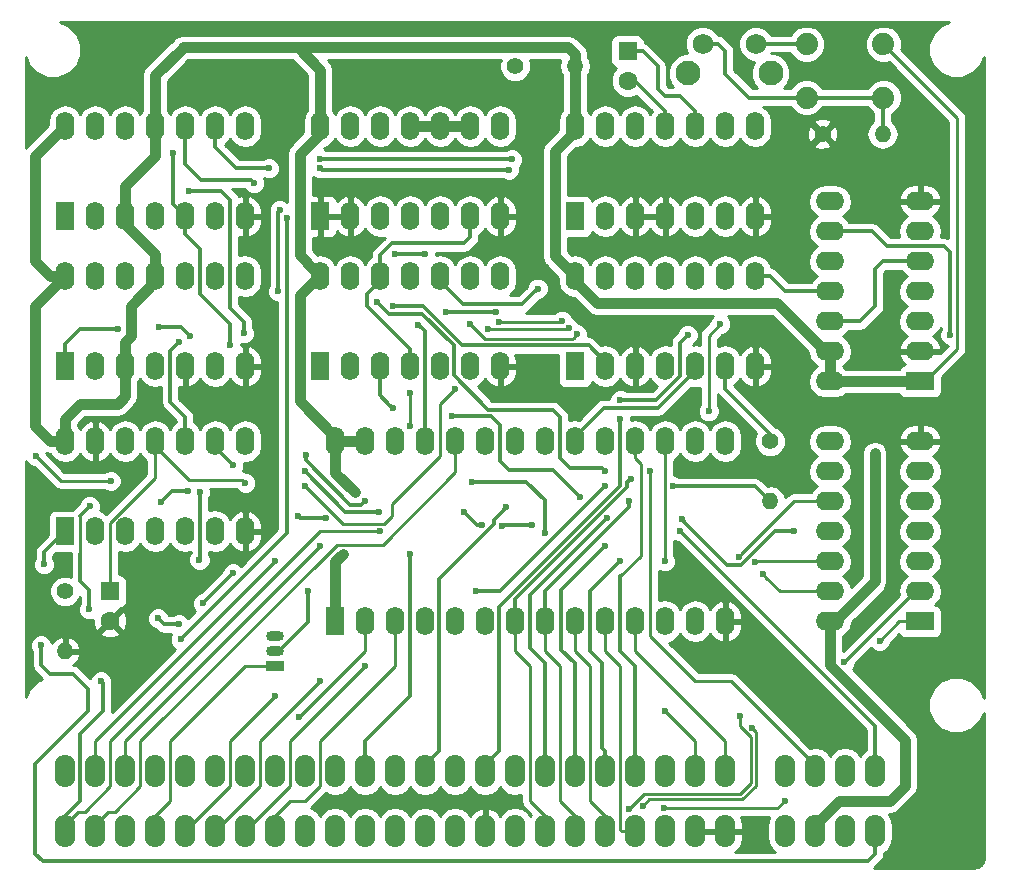
<source format=gbl>
G04 #@! TF.FileFunction,Copper,L2,Bot,Signal*
%FSLAX46Y46*%
G04 Gerber Fmt 4.6, Leading zero omitted, Abs format (unit mm)*
G04 Created by KiCad (PCBNEW 4.0.7) date 12/12/18 23:49:00*
%MOMM*%
%LPD*%
G01*
G04 APERTURE LIST*
%ADD10C,0.100000*%
%ADD11R,1.600000X1.600000*%
%ADD12C,1.600000*%
%ADD13O,1.727200X2.800000*%
%ADD14O,1.500000X0.900000*%
%ADD15R,1.500000X0.900000*%
%ADD16C,1.400000*%
%ADD17O,1.400000X1.400000*%
%ADD18C,1.879600*%
%ADD19C,2.100000*%
%ADD20C,1.750000*%
%ADD21R,1.600000X2.400000*%
%ADD22O,1.600000X2.400000*%
%ADD23R,2.400000X1.600000*%
%ADD24O,2.400000X1.600000*%
%ADD25C,0.600000*%
%ADD26C,0.300000*%
%ADD27C,0.250000*%
%ADD28C,0.900000*%
%ADD29C,0.254000*%
G04 APERTURE END LIST*
D10*
D11*
X160655000Y-57150000D03*
D12*
X160655000Y-59650000D03*
D11*
X116840000Y-102870000D03*
D12*
X116840000Y-105370000D03*
D13*
X113030000Y-123190000D03*
X115570000Y-123190000D03*
X118110000Y-123190000D03*
X120650000Y-123190000D03*
X123190000Y-123190000D03*
X125730000Y-123190000D03*
X128270000Y-123190000D03*
X130810000Y-123190000D03*
X113030000Y-118110000D03*
X115570000Y-118110000D03*
X118110000Y-118110000D03*
X120650000Y-118110000D03*
X123190000Y-118110000D03*
X125730000Y-118110000D03*
X128270000Y-118110000D03*
X130810000Y-118110000D03*
X181610000Y-118110000D03*
X181610000Y-123190000D03*
X179070000Y-118110000D03*
X179070000Y-123190000D03*
X176530000Y-118110000D03*
X176530000Y-123190000D03*
X173990000Y-118110000D03*
X173990000Y-123190000D03*
X168910000Y-118110000D03*
X168910000Y-123190000D03*
X166370000Y-118110000D03*
X166370000Y-123190000D03*
X163830000Y-118110000D03*
X163830000Y-123190000D03*
X161290000Y-118110000D03*
X161290000Y-123190000D03*
X158750000Y-118110000D03*
X158750000Y-123190000D03*
X156210000Y-118110000D03*
X156210000Y-123190000D03*
X153670000Y-118110000D03*
X153670000Y-123190000D03*
X151130000Y-118110000D03*
X151130000Y-123190000D03*
X148590000Y-118110000D03*
X148590000Y-123190000D03*
X146050000Y-118110000D03*
X146050000Y-123190000D03*
X143510000Y-118110000D03*
X143510000Y-123190000D03*
X140970000Y-118110000D03*
X140970000Y-123190000D03*
X138430000Y-118110000D03*
X138430000Y-123190000D03*
X135890000Y-118110000D03*
X135890000Y-123190000D03*
X133350000Y-118110000D03*
X133350000Y-123190000D03*
D14*
X130810000Y-107950000D03*
X130810000Y-106680000D03*
D15*
X130810000Y-109220000D03*
D16*
X177165000Y-64135000D03*
D17*
X182245000Y-64135000D03*
D16*
X151130000Y-58420000D03*
D17*
X156210000Y-58420000D03*
D16*
X113030000Y-102870000D03*
D17*
X113030000Y-107950000D03*
D16*
X172720000Y-90170000D03*
D17*
X172720000Y-95250000D03*
D18*
X182321200Y-61061600D03*
X175818800Y-61061600D03*
X182321200Y-56540400D03*
X175818800Y-56540400D03*
D19*
X172765000Y-59005000D03*
D20*
X171505000Y-56515000D03*
X167005000Y-56515000D03*
D19*
X165755000Y-59005000D03*
D21*
X156210000Y-71120000D03*
D22*
X171450000Y-63500000D03*
X158750000Y-71120000D03*
X168910000Y-63500000D03*
X161290000Y-71120000D03*
X166370000Y-63500000D03*
X163830000Y-71120000D03*
X163830000Y-63500000D03*
X166370000Y-71120000D03*
X161290000Y-63500000D03*
X168910000Y-71120000D03*
X158750000Y-63500000D03*
X171450000Y-71120000D03*
X156210000Y-63500000D03*
D21*
X113030000Y-97790000D03*
D22*
X128270000Y-90170000D03*
X115570000Y-97790000D03*
X125730000Y-90170000D03*
X118110000Y-97790000D03*
X123190000Y-90170000D03*
X120650000Y-97790000D03*
X120650000Y-90170000D03*
X123190000Y-97790000D03*
X118110000Y-90170000D03*
X125730000Y-97790000D03*
X115570000Y-90170000D03*
X128270000Y-97790000D03*
X113030000Y-90170000D03*
D21*
X113030000Y-83820000D03*
D22*
X128270000Y-76200000D03*
X115570000Y-83820000D03*
X125730000Y-76200000D03*
X118110000Y-83820000D03*
X123190000Y-76200000D03*
X120650000Y-83820000D03*
X120650000Y-76200000D03*
X123190000Y-83820000D03*
X118110000Y-76200000D03*
X125730000Y-83820000D03*
X115570000Y-76200000D03*
X128270000Y-83820000D03*
X113030000Y-76200000D03*
D21*
X134620000Y-83820000D03*
D22*
X149860000Y-76200000D03*
X137160000Y-83820000D03*
X147320000Y-76200000D03*
X139700000Y-83820000D03*
X144780000Y-76200000D03*
X142240000Y-83820000D03*
X142240000Y-76200000D03*
X144780000Y-83820000D03*
X139700000Y-76200000D03*
X147320000Y-83820000D03*
X137160000Y-76200000D03*
X149860000Y-83820000D03*
X134620000Y-76200000D03*
D21*
X134620000Y-71120000D03*
D22*
X149860000Y-63500000D03*
X137160000Y-71120000D03*
X147320000Y-63500000D03*
X139700000Y-71120000D03*
X144780000Y-63500000D03*
X142240000Y-71120000D03*
X142240000Y-63500000D03*
X144780000Y-71120000D03*
X139700000Y-63500000D03*
X147320000Y-71120000D03*
X137160000Y-63500000D03*
X149860000Y-71120000D03*
X134620000Y-63500000D03*
D23*
X185420000Y-105410000D03*
D24*
X177800000Y-90170000D03*
X185420000Y-102870000D03*
X177800000Y-92710000D03*
X185420000Y-100330000D03*
X177800000Y-95250000D03*
X185420000Y-97790000D03*
X177800000Y-97790000D03*
X185420000Y-95250000D03*
X177800000Y-100330000D03*
X185420000Y-92710000D03*
X177800000Y-102870000D03*
X185420000Y-90170000D03*
X177800000Y-105410000D03*
D23*
X185420000Y-85090000D03*
D24*
X177800000Y-69850000D03*
X185420000Y-82550000D03*
X177800000Y-72390000D03*
X185420000Y-80010000D03*
X177800000Y-74930000D03*
X185420000Y-77470000D03*
X177800000Y-77470000D03*
X185420000Y-74930000D03*
X177800000Y-80010000D03*
X185420000Y-72390000D03*
X177800000Y-82550000D03*
X185420000Y-69850000D03*
X177800000Y-85090000D03*
D21*
X156210000Y-83820000D03*
D22*
X171450000Y-76200000D03*
X158750000Y-83820000D03*
X168910000Y-76200000D03*
X161290000Y-83820000D03*
X166370000Y-76200000D03*
X163830000Y-83820000D03*
X163830000Y-76200000D03*
X166370000Y-83820000D03*
X161290000Y-76200000D03*
X168910000Y-83820000D03*
X158750000Y-76200000D03*
X171450000Y-83820000D03*
X156210000Y-76200000D03*
D21*
X113030000Y-71120000D03*
D22*
X128270000Y-63500000D03*
X115570000Y-71120000D03*
X125730000Y-63500000D03*
X118110000Y-71120000D03*
X123190000Y-63500000D03*
X120650000Y-71120000D03*
X120650000Y-63500000D03*
X123190000Y-71120000D03*
X118110000Y-63500000D03*
X125730000Y-71120000D03*
X115570000Y-63500000D03*
X128270000Y-71120000D03*
X113030000Y-63500000D03*
D21*
X135890000Y-105410000D03*
D22*
X168910000Y-90170000D03*
X138430000Y-105410000D03*
X166370000Y-90170000D03*
X140970000Y-105410000D03*
X163830000Y-90170000D03*
X143510000Y-105410000D03*
X161290000Y-90170000D03*
X146050000Y-105410000D03*
X158750000Y-90170000D03*
X148590000Y-105410000D03*
X156210000Y-90170000D03*
X151130000Y-105410000D03*
X153670000Y-90170000D03*
X153670000Y-105410000D03*
X151130000Y-90170000D03*
X156210000Y-105410000D03*
X148590000Y-90170000D03*
X158750000Y-105410000D03*
X146050000Y-90170000D03*
X161290000Y-105410000D03*
X143510000Y-90170000D03*
X163830000Y-105410000D03*
X140970000Y-90170000D03*
X166370000Y-105410000D03*
X138430000Y-90170000D03*
X168910000Y-105410000D03*
X135890000Y-90170000D03*
D25*
X128297940Y-93703140D03*
X155101975Y-79952642D03*
X149729190Y-80029050D03*
X146050000Y-85725000D03*
X133350000Y-93980000D03*
X139700000Y-97780010D03*
X115109250Y-95683934D03*
X115062000Y-104394000D03*
X116078000Y-110490000D03*
X172110400Y-101415003D03*
X130810000Y-111760000D03*
X170054665Y-99932950D03*
X134620000Y-110490000D03*
X171469413Y-100370848D03*
X138430000Y-109220000D03*
X124442220Y-94495620D03*
X124411648Y-100183397D03*
X127000000Y-82042000D03*
X122174000Y-65786000D03*
X130810000Y-100330000D03*
X142921614Y-80279010D03*
X134620000Y-99060000D03*
X165120533Y-97793160D03*
X153628090Y-97932010D03*
X123405900Y-94404180D03*
X147508152Y-93616375D03*
X132761760Y-96520000D03*
X135130551Y-96644449D03*
X121186591Y-95286002D03*
X111252000Y-100584000D03*
X110998000Y-107442000D03*
X163771564Y-121217021D03*
X173963503Y-120585696D03*
X132828131Y-113537917D03*
X123651146Y-81280000D03*
X120993857Y-80505742D03*
X117475000Y-80645000D03*
X162542220Y-92694990D03*
X181575854Y-91185473D03*
X137541000Y-94488000D03*
X136525000Y-99695000D03*
X163830000Y-113030000D03*
X130302000Y-67056000D03*
X134620000Y-67056000D03*
X150622000Y-67183000D03*
X160020000Y-100330000D03*
X163830000Y-100330000D03*
X181991000Y-107061000D03*
X170180000Y-113411000D03*
X160782000Y-121285000D03*
X116898127Y-93523268D03*
X110534383Y-91404707D03*
X122682000Y-105664000D03*
X120904000Y-105156000D03*
X158750000Y-99060000D03*
X123536709Y-68969890D03*
X128143000Y-81026000D03*
X145796000Y-88011000D03*
X156591000Y-94869000D03*
X160782000Y-95250000D03*
X179000456Y-108884829D03*
X171201199Y-114437300D03*
X161924830Y-121026068D03*
X158891320Y-96662933D03*
X129032000Y-68326000D03*
X131191000Y-70612000D03*
X131064000Y-77470000D03*
X139446583Y-78400020D03*
X158750000Y-92710000D03*
X160909000Y-93345000D03*
X167522006Y-87614990D03*
X168515872Y-80239911D03*
X160020000Y-88265000D03*
X150390358Y-95752435D03*
X138395253Y-95247908D03*
X133395777Y-91322817D03*
X142240000Y-99695000D03*
X131799078Y-71262989D03*
X122815350Y-106927649D03*
X147805057Y-102834794D03*
X133578600Y-102834794D03*
X164517702Y-93960315D03*
X158750000Y-93980000D03*
X142200630Y-88891110D03*
X142240000Y-86106000D03*
X149990780Y-97300552D03*
X148331366Y-97266074D03*
X139639069Y-96130844D03*
X146812000Y-96139000D03*
X152527000Y-97282000D03*
X165227000Y-96774000D03*
X174752000Y-97790000D03*
X133350000Y-92710000D03*
X127254000Y-92202000D03*
X140801559Y-78724990D03*
X122682000Y-81788000D03*
X165735000Y-81169969D03*
X124714000Y-103886000D03*
X127254000Y-101346000D03*
X160052389Y-86688591D03*
X187960000Y-81153000D03*
X143510000Y-74295000D03*
X140970000Y-74295000D03*
X149479000Y-79248000D03*
X145288000Y-79248000D03*
X156386224Y-81083988D03*
X147320000Y-80264000D03*
X140798605Y-87360990D03*
X153050010Y-77242964D03*
X148837650Y-80676750D03*
X155663886Y-80608305D03*
X134620000Y-66255987D03*
X150876000Y-66294000D03*
D26*
X160655000Y-57150000D02*
X161925000Y-57150000D01*
X166370000Y-62230000D02*
X166370000Y-63500000D01*
X165100000Y-60960000D02*
X166370000Y-62230000D01*
X163830000Y-60960000D02*
X165100000Y-60960000D01*
X163195000Y-60325000D02*
X163830000Y-60960000D01*
X163195000Y-58420000D02*
X163195000Y-60325000D01*
X161925000Y-57150000D02*
X163195000Y-58420000D01*
X163830000Y-63500000D02*
X163830000Y-62230000D01*
X163830000Y-62230000D02*
X161250000Y-59650000D01*
X161250000Y-59650000D02*
X160655000Y-59650000D01*
D27*
X140039515Y-97155000D02*
X140709258Y-96485257D01*
X136525000Y-97155000D02*
X140039515Y-97155000D01*
X144780000Y-91440000D02*
X144780000Y-86995000D01*
X133350000Y-93980000D02*
X136525000Y-97155000D01*
X140709258Y-96485257D02*
X140709258Y-95510742D01*
X144780000Y-86995000D02*
X145750001Y-86024999D01*
X140709258Y-95510742D02*
X144780000Y-91440000D01*
X145750001Y-86024999D02*
X146050000Y-85725000D01*
X127997941Y-93403141D02*
X128297940Y-93703140D01*
X120650000Y-90570000D02*
X123483141Y-93403141D01*
X120650000Y-90170000D02*
X120650000Y-90570000D01*
X123483141Y-93403141D02*
X127997941Y-93403141D01*
X149729190Y-80029050D02*
X155025567Y-80029050D01*
X155025567Y-80029050D02*
X155101975Y-79952642D01*
X120650000Y-90170000D02*
X120650000Y-92075000D01*
X116840000Y-102870000D02*
X116840000Y-97064766D01*
X116840000Y-97064766D02*
X120650000Y-93254766D01*
X120650000Y-93254766D02*
X120650000Y-91620000D01*
X120650000Y-91620000D02*
X120650000Y-90170000D01*
X139275736Y-97780010D02*
X139700000Y-97780010D01*
X134629990Y-97780010D02*
X139275736Y-97780010D01*
X113030000Y-123190000D02*
X113030000Y-122653600D01*
X116840000Y-115570000D02*
X134629990Y-97780010D01*
X116840000Y-119380000D02*
X116840000Y-115570000D01*
X114680000Y-121540000D02*
X116840000Y-119380000D01*
X113030000Y-122653600D02*
X114143600Y-121540000D01*
X114143600Y-121540000D02*
X114680000Y-121540000D01*
D26*
X114809251Y-95983933D02*
X115109250Y-95683934D01*
X114300000Y-96520000D02*
X114300000Y-96493184D01*
X114300000Y-96493184D02*
X114809251Y-95983933D01*
X114300000Y-99695000D02*
X114300000Y-101979815D01*
X114300000Y-101979815D02*
X115062593Y-102742407D01*
X115062593Y-102742407D02*
X115062000Y-102743000D01*
X115062000Y-102743000D02*
X115062000Y-104394000D01*
X116205000Y-113030000D02*
X116205000Y-110617000D01*
X116205000Y-110617000D02*
X116078000Y-110490000D01*
D27*
X114300000Y-96520000D02*
X114300000Y-99695000D01*
D26*
X114300000Y-120650000D02*
X113030000Y-121920000D01*
X114300000Y-115570000D02*
X114300000Y-120650000D01*
X114300000Y-114935000D02*
X114300000Y-115570000D01*
X116205000Y-113030000D02*
X114300000Y-114935000D01*
X113030000Y-121920000D02*
X113030000Y-123190000D01*
D27*
X115570000Y-123190000D02*
X115570000Y-122653600D01*
X136030010Y-98919990D02*
X139921290Y-98919990D01*
X115570000Y-122653600D02*
X116683600Y-121540000D01*
X119380000Y-115570000D02*
X136030010Y-98919990D01*
X139921290Y-98919990D02*
X146050000Y-92791280D01*
X116683600Y-121540000D02*
X117220000Y-121540000D01*
X117220000Y-121540000D02*
X119380000Y-119380000D01*
X119380000Y-119380000D02*
X119380000Y-115570000D01*
X146050000Y-92791280D02*
X146050000Y-91620000D01*
X146050000Y-91620000D02*
X146050000Y-90170000D01*
X130810000Y-109220000D02*
X128270000Y-109220000D01*
X121920000Y-120650000D02*
X120650000Y-121920000D01*
X121920000Y-115570000D02*
X121920000Y-120650000D01*
X128270000Y-109220000D02*
X121920000Y-115570000D01*
X120650000Y-121920000D02*
X120650000Y-123190000D01*
X173565397Y-102870000D02*
X172410399Y-101715002D01*
X177800000Y-102870000D02*
X173565397Y-102870000D01*
X172410399Y-101715002D02*
X172110400Y-101415003D01*
X123190000Y-123190000D02*
X127000000Y-119380000D01*
X127000000Y-115570000D02*
X130810000Y-111760000D01*
X127000000Y-119380000D02*
X127000000Y-115570000D01*
X174737615Y-95250000D02*
X170354664Y-99632951D01*
X170354664Y-99632951D02*
X170054665Y-99932950D01*
X177800000Y-95250000D02*
X174737615Y-95250000D01*
X125730000Y-123190000D02*
X129540000Y-119380000D01*
X129540000Y-115570000D02*
X134620000Y-110490000D01*
X129540000Y-119380000D02*
X129540000Y-115570000D01*
X171510261Y-100330000D02*
X171469413Y-100370848D01*
X177800000Y-100330000D02*
X171510261Y-100330000D01*
X128270000Y-123190000D02*
X132080000Y-119380000D01*
X132080000Y-115570000D02*
X138430000Y-109220000D01*
X132080000Y-119380000D02*
X132080000Y-115570000D01*
D26*
X124411648Y-100183397D02*
X124472700Y-100122345D01*
X124472700Y-100122345D02*
X124472700Y-94526100D01*
X124472700Y-94526100D02*
X124442220Y-94495620D01*
X122174000Y-70104000D02*
X123190000Y-71120000D01*
X122174000Y-65786000D02*
X122174000Y-70104000D01*
X127000000Y-82042000D02*
X127000000Y-80264000D01*
X127000000Y-80264000D02*
X124469681Y-77733681D01*
X124469681Y-73899681D02*
X123190000Y-72620000D01*
X124469681Y-77733681D02*
X124469681Y-73899681D01*
X123190000Y-72620000D02*
X123190000Y-71120000D01*
D27*
X130810000Y-123190000D02*
X130810000Y-121920000D01*
X130810000Y-121920000D02*
X132080000Y-120650000D01*
X132080000Y-120650000D02*
X133350000Y-120650000D01*
X133350000Y-120650000D02*
X134620000Y-119380000D01*
X134620000Y-119380000D02*
X134620000Y-115570000D01*
X134620000Y-115570000D02*
X140970000Y-109220000D01*
X140970000Y-109220000D02*
X140970000Y-105410000D01*
X115570000Y-118110000D02*
X115570000Y-115570000D01*
X115570000Y-115570000D02*
X130810000Y-100330000D01*
D26*
X143510000Y-90170000D02*
X143510000Y-80867396D01*
X143221613Y-80579009D02*
X142921614Y-80279010D01*
X143510000Y-80867396D02*
X143221613Y-80579009D01*
D27*
X118110000Y-118110000D02*
X118110000Y-115570000D01*
X118110000Y-115570000D02*
X134620000Y-99060000D01*
D26*
X165420532Y-98093159D02*
X165120533Y-97793160D01*
X181610000Y-114282627D02*
X165420532Y-98093159D01*
X181610000Y-118110000D02*
X181610000Y-114282627D01*
X152076637Y-93616375D02*
X153628090Y-95167828D01*
X153628090Y-95167828D02*
X153628090Y-97507746D01*
X147508152Y-93616375D02*
X152076637Y-93616375D01*
X153628090Y-97507746D02*
X153628090Y-97932010D01*
X122068413Y-94404180D02*
X122981636Y-94404180D01*
X122981636Y-94404180D02*
X123405900Y-94404180D01*
X121186591Y-95286002D02*
X122068413Y-94404180D01*
X135130551Y-96644449D02*
X132886209Y-96644449D01*
X132886209Y-96644449D02*
X132761760Y-96520000D01*
X181610000Y-123190000D02*
X181610000Y-125095000D01*
X111125000Y-125730000D02*
X110490000Y-125095000D01*
X181610000Y-125095000D02*
X180975000Y-125730000D01*
X180975000Y-125730000D02*
X111125000Y-125730000D01*
X110490000Y-125095000D02*
X110490000Y-117475000D01*
X110490000Y-117475000D02*
X114935000Y-113030000D01*
X113665000Y-109855000D02*
X111760000Y-109855000D01*
X111010499Y-109105499D02*
X111010499Y-107454499D01*
X114935000Y-113030000D02*
X114935000Y-111125000D01*
X114935000Y-111125000D02*
X113665000Y-109855000D01*
X111760000Y-109855000D02*
X111010499Y-109105499D01*
X111010499Y-107454499D02*
X110998000Y-107442000D01*
X111252000Y-100584000D02*
X111243472Y-100575472D01*
X111243472Y-100575472D02*
X111243472Y-99576528D01*
X111243472Y-99576528D02*
X113030000Y-97790000D01*
D27*
X173963503Y-120585696D02*
X173332178Y-121217021D01*
X173332178Y-121217021D02*
X164195828Y-121217021D01*
X164195828Y-121217021D02*
X163771564Y-121217021D01*
D26*
X123351147Y-80980001D02*
X123651146Y-81280000D01*
X122876888Y-80505742D02*
X123351147Y-80980001D01*
X120993857Y-80505742D02*
X122876888Y-80505742D01*
D27*
X138430000Y-107936048D02*
X133128130Y-113237918D01*
X133128130Y-113237918D02*
X132828131Y-113537917D01*
X138430000Y-105410000D02*
X138430000Y-107936048D01*
D26*
X114300000Y-80645000D02*
X113030000Y-81915000D01*
X113030000Y-81915000D02*
X113030000Y-83820000D01*
X117475000Y-80645000D02*
X114300000Y-80645000D01*
D27*
X162542220Y-106662220D02*
X162542220Y-93119254D01*
X166370000Y-110490000D02*
X162542220Y-106662220D01*
X176530000Y-117573600D02*
X169446400Y-110490000D01*
X169446400Y-110490000D02*
X166370000Y-110490000D01*
X176530000Y-118110000D02*
X176530000Y-117573600D01*
X162542220Y-93119254D02*
X162542220Y-92694990D01*
D28*
X181575854Y-102034146D02*
X181575854Y-91609737D01*
X178200000Y-105410000D02*
X181575854Y-102034146D01*
X177800000Y-105410000D02*
X178200000Y-105410000D01*
X181575854Y-91609737D02*
X181575854Y-91185473D01*
X156210000Y-63900000D02*
X154510000Y-65600000D01*
X156210000Y-63500000D02*
X156210000Y-63900000D01*
X154510000Y-74500000D02*
X156210000Y-76200000D01*
X154510000Y-65600000D02*
X154510000Y-74500000D01*
D27*
X188585002Y-82324998D02*
X185820000Y-85090000D01*
X188585002Y-62804202D02*
X188585002Y-82324998D01*
X182321200Y-56540400D02*
X188585002Y-62804202D01*
X185820000Y-85090000D02*
X185420000Y-85090000D01*
D28*
X132715000Y-56818374D02*
X123006002Y-56818374D01*
X123006002Y-56818374D02*
X123011304Y-56823676D01*
X123011304Y-56823676D02*
X120650000Y-59184980D01*
X120650000Y-59184980D02*
X120650000Y-63500000D01*
X155644010Y-56818374D02*
X132715000Y-56818374D01*
X133483350Y-75063350D02*
X133483350Y-74999850D01*
X134620000Y-76200000D02*
X133483350Y-75063350D01*
X133483350Y-74999850D02*
X132911850Y-74428350D01*
X132911850Y-74428350D02*
X132911850Y-65843150D01*
X132911850Y-65843150D02*
X134620000Y-64135000D01*
X134620000Y-64135000D02*
X134620000Y-58723374D01*
X134620000Y-58723374D02*
X132715000Y-56818374D01*
X156210000Y-58420000D02*
X156210000Y-57384364D01*
X156210000Y-57384364D02*
X155644010Y-56818374D01*
X135890000Y-90170000D02*
X138430000Y-90170000D01*
X134626350Y-76104750D02*
X132911850Y-77819250D01*
X135890000Y-89770000D02*
X135890000Y-90170000D01*
X132911850Y-77819250D02*
X132911850Y-86791850D01*
X132911850Y-86791850D02*
X135890000Y-89770000D01*
X137541000Y-94488000D02*
X135890000Y-92837000D01*
X135890000Y-92837000D02*
X135890000Y-90170000D01*
X156210000Y-76200000D02*
X156210000Y-76600000D01*
X156210000Y-76600000D02*
X158096000Y-78486000D01*
X158096000Y-78486000D02*
X173336000Y-78486000D01*
X173336000Y-78486000D02*
X177400000Y-82550000D01*
X177400000Y-82550000D02*
X177800000Y-82550000D01*
X177800000Y-109090378D02*
X177800000Y-107110000D01*
X177800000Y-107110000D02*
X177800000Y-105410000D01*
X176530000Y-123190000D02*
X176530000Y-122653600D01*
X184150000Y-115440378D02*
X177800000Y-109090378D01*
X176530000Y-122653600D02*
X178533600Y-120650000D01*
X184150000Y-119380000D02*
X184150000Y-115440378D01*
X178533600Y-120650000D02*
X182880000Y-120650000D01*
X182880000Y-120650000D02*
X184150000Y-119380000D01*
X120650000Y-76600000D02*
X120650000Y-76200000D01*
X118579989Y-78670011D02*
X120650000Y-76600000D01*
X118579989Y-81250011D02*
X118579989Y-78670011D01*
X118110000Y-81720000D02*
X118579989Y-81250011D01*
X118110000Y-83820000D02*
X118110000Y-81720000D01*
X113030000Y-90170000D02*
X113030000Y-88265000D01*
X118110000Y-86360000D02*
X118110000Y-83820000D01*
X117475000Y-86995000D02*
X118110000Y-86360000D01*
X114300000Y-86995000D02*
X117475000Y-86995000D01*
X113030000Y-88265000D02*
X114300000Y-86995000D01*
X156210000Y-63500000D02*
X156210000Y-58420000D01*
X185420000Y-85090000D02*
X183515000Y-85090000D01*
X177800000Y-82550000D02*
X177800000Y-85090000D01*
X177800000Y-85090000D02*
X185420000Y-85090000D01*
X135890000Y-100330000D02*
X136525000Y-99695000D01*
X135890000Y-105410000D02*
X135890000Y-100330000D01*
X120650000Y-76200000D02*
X120650000Y-74295000D01*
X120650000Y-74295000D02*
X118110000Y-71755000D01*
X118110000Y-71755000D02*
X118110000Y-68580000D01*
X118110000Y-68580000D02*
X120650000Y-66040000D01*
X120650000Y-66040000D02*
X120650000Y-63500000D01*
X113030000Y-90170000D02*
X111760000Y-90170000D01*
X110490000Y-78740000D02*
X113030000Y-76200000D01*
X110490000Y-88900000D02*
X110490000Y-78740000D01*
X111760000Y-90170000D02*
X110490000Y-88900000D01*
X113030000Y-76200000D02*
X111760000Y-76200000D01*
X111760000Y-76200000D02*
X110490000Y-74930000D01*
X110490000Y-74930000D02*
X110490000Y-66040000D01*
X110490000Y-66040000D02*
X113030000Y-63500000D01*
D27*
X168910000Y-118110000D02*
X168910000Y-115570000D01*
X161290000Y-107950000D02*
X161290000Y-105410000D01*
X168910000Y-115570000D02*
X161290000Y-107950000D01*
X166370000Y-118110000D02*
X166370000Y-115570000D01*
X166370000Y-115570000D02*
X163830000Y-113030000D01*
X160020000Y-101600000D02*
X160033868Y-101600000D01*
X160033868Y-101600000D02*
X161758630Y-99875238D01*
X161758630Y-92088630D02*
X161290000Y-91620000D01*
X161758630Y-99875238D02*
X161758630Y-92088630D01*
X161290000Y-91620000D02*
X161290000Y-90170000D01*
D26*
X160020000Y-107950000D02*
X160020000Y-101600000D01*
X161290000Y-109220000D02*
X160020000Y-107950000D01*
X161290000Y-118110000D02*
X161290000Y-109220000D01*
X127508000Y-67056000D02*
X125730000Y-65278000D01*
X125730000Y-65278000D02*
X125730000Y-63500000D01*
X130302000Y-67056000D02*
X127508000Y-67056000D01*
X134747000Y-67183000D02*
X134620000Y-67056000D01*
X150622000Y-67183000D02*
X134747000Y-67183000D01*
D27*
X158750000Y-107950000D02*
X158750000Y-106860000D01*
X160020000Y-109220000D02*
X158750000Y-107950000D01*
X158750000Y-106860000D02*
X158750000Y-105410000D01*
X160020000Y-123033600D02*
X160020000Y-109220000D01*
X161290000Y-123190000D02*
X160176400Y-123190000D01*
X160176400Y-123190000D02*
X160020000Y-123033600D01*
D26*
X157480000Y-102870000D02*
X160020000Y-100330000D01*
X158750000Y-118110000D02*
X158750000Y-116410000D01*
X158750000Y-116410000D02*
X158496000Y-116156000D01*
X158496000Y-116156000D02*
X158496000Y-108966000D01*
X158496000Y-108966000D02*
X157480000Y-107950000D01*
X157480000Y-107950000D02*
X157480000Y-102870000D01*
D27*
X163830000Y-100330000D02*
X163830000Y-90170000D01*
X181991000Y-107061000D02*
X183642000Y-105410000D01*
X183642000Y-105410000D02*
X185420000Y-105410000D01*
X171069000Y-115189000D02*
X170180000Y-114300000D01*
X170180000Y-114300000D02*
X170180000Y-113411000D01*
X171069000Y-119126000D02*
X171069000Y-115189000D01*
X170180000Y-120015000D02*
X171069000Y-119126000D01*
X162052000Y-120015000D02*
X170180000Y-120015000D01*
X160782000Y-121285000D02*
X162052000Y-120015000D01*
X112652944Y-93523268D02*
X116473863Y-93523268D01*
X110534383Y-91404707D02*
X112652944Y-93523268D01*
X116473863Y-93523268D02*
X116898127Y-93523268D01*
D26*
X122682000Y-105664000D02*
X121412000Y-105664000D01*
X121412000Y-105664000D02*
X120904000Y-105156000D01*
D27*
X158750000Y-123190000D02*
X158750000Y-121920000D01*
X158750000Y-121920000D02*
X157480000Y-120650000D01*
X157480000Y-120650000D02*
X157480000Y-109220000D01*
X157480000Y-109220000D02*
X156210000Y-107950000D01*
X156210000Y-107950000D02*
X156210000Y-105410000D01*
D26*
X156210000Y-118110000D02*
X156210000Y-108966000D01*
X156210000Y-108966000D02*
X155059990Y-107815990D01*
X155059990Y-107815990D02*
X155059990Y-102755469D01*
X155059990Y-102755469D02*
X158750000Y-99065459D01*
X158750000Y-99065459D02*
X158750000Y-99060000D01*
X128143000Y-81026000D02*
X128143000Y-80030321D01*
X128143000Y-80030321D02*
X127000000Y-78887321D01*
X127000000Y-78887321D02*
X127000000Y-69723000D01*
X127000000Y-69723000D02*
X126246890Y-68969890D01*
X126246890Y-68969890D02*
X123960973Y-68969890D01*
X123960973Y-68969890D02*
X123536709Y-68969890D01*
X149352000Y-88265000D02*
X149098000Y-88011000D01*
X149098000Y-88011000D02*
X145796000Y-88011000D01*
X149860000Y-88773000D02*
X149352000Y-88265000D01*
X149860000Y-91821000D02*
X149860000Y-88773000D01*
X150622000Y-92583000D02*
X149860000Y-91821000D01*
X154305000Y-92583000D02*
X150622000Y-92583000D01*
X156591000Y-94869000D02*
X154305000Y-92583000D01*
X160782000Y-95758000D02*
X160782000Y-95250000D01*
X153670000Y-102870000D02*
X160782000Y-95758000D01*
X153670000Y-103910000D02*
X153670000Y-102870000D01*
X153670000Y-105410000D02*
X153670000Y-103910000D01*
D27*
X179005171Y-108884829D02*
X179000456Y-108884829D01*
X185020000Y-102870000D02*
X179005171Y-108884829D01*
X185420000Y-102870000D02*
X185020000Y-102870000D01*
X171501198Y-114737299D02*
X171201199Y-114437300D01*
X171519011Y-114755112D02*
X171501198Y-114737299D01*
X162485887Y-120465011D02*
X170366400Y-120465011D01*
X161924830Y-121026068D02*
X162485887Y-120465011D01*
X170366400Y-120465011D02*
X171519011Y-119312400D01*
X171519011Y-119312400D02*
X171519011Y-114755112D01*
X156210000Y-123190000D02*
X156210000Y-121920000D01*
X156210000Y-121920000D02*
X154940000Y-120650000D01*
X154940000Y-120650000D02*
X154940000Y-109220000D01*
X154940000Y-109220000D02*
X153670000Y-107950000D01*
X153670000Y-107950000D02*
X153670000Y-105410000D01*
D26*
X152400000Y-107696000D02*
X152400000Y-103154253D01*
X153670000Y-118110000D02*
X153670000Y-108966000D01*
X158591321Y-96962932D02*
X158891320Y-96662933D01*
X152400000Y-103154253D02*
X158591321Y-96962932D01*
X153670000Y-108966000D02*
X152400000Y-107696000D01*
X151130000Y-105410000D02*
X151130000Y-103505000D01*
X151130000Y-103505000D02*
X160609001Y-94025999D01*
X160609001Y-94025999D02*
X160609001Y-93644999D01*
X160609001Y-93644999D02*
X160909000Y-93345000D01*
X131064000Y-77470000D02*
X131064000Y-70739000D01*
X131064000Y-70739000D02*
X131191000Y-70612000D01*
X123190000Y-66675000D02*
X123190000Y-63500000D01*
X124541001Y-68026001D02*
X123190000Y-66675000D01*
X129032000Y-68326000D02*
X128732001Y-68026001D01*
X128732001Y-68026001D02*
X124541001Y-68026001D01*
X143256000Y-79375000D02*
X140421563Y-79375000D01*
X140421563Y-79375000D02*
X139446583Y-78400020D01*
X145930010Y-82049010D02*
X143256000Y-79375000D01*
X145930010Y-84589010D02*
X145930010Y-82049010D01*
X148844000Y-87503000D02*
X145930010Y-84589010D01*
X154305000Y-87503000D02*
X148844000Y-87503000D01*
X154940000Y-88138000D02*
X154305000Y-87503000D01*
X154940000Y-91567000D02*
X154940000Y-88138000D01*
X155783001Y-92410001D02*
X154940000Y-91567000D01*
X158750000Y-92710000D02*
X158450001Y-92410001D01*
X158450001Y-92410001D02*
X155783001Y-92410001D01*
D27*
X153670000Y-123190000D02*
X153670000Y-121920000D01*
X153670000Y-121920000D02*
X152400000Y-120650000D01*
X152400000Y-120650000D02*
X152400000Y-109220000D01*
X152400000Y-109220000D02*
X151130000Y-107950000D01*
X151130000Y-107950000D02*
X151130000Y-105410000D01*
D26*
X148590000Y-118110000D02*
X148590000Y-117573600D01*
X148590000Y-117573600D02*
X149753600Y-116410000D01*
X160020000Y-88689264D02*
X160020000Y-88265000D01*
X149753600Y-116410000D02*
X149753600Y-104174278D01*
X149753600Y-104174278D02*
X160020000Y-93907878D01*
X160020000Y-93907878D02*
X160020000Y-88689264D01*
D27*
X167522006Y-81233777D02*
X167522006Y-87190726D01*
X167522006Y-87190726D02*
X167522006Y-87614990D01*
X168515872Y-80239911D02*
X167522006Y-81233777D01*
D26*
X150090359Y-96052434D02*
X150390358Y-95752435D01*
X149340779Y-96802014D02*
X150090359Y-96052434D01*
X144673600Y-101846269D02*
X149340779Y-97179090D01*
X149340779Y-97179090D02*
X149340779Y-96802014D01*
X144673600Y-116410000D02*
X144673600Y-101846269D01*
X143510000Y-118110000D02*
X143510000Y-117573600D01*
X143510000Y-117573600D02*
X144673600Y-116410000D01*
X138095254Y-95547907D02*
X138395253Y-95247908D01*
X137196603Y-95547907D02*
X138095254Y-95547907D01*
X133395777Y-91747081D02*
X137196603Y-95547907D01*
X133395777Y-91322817D02*
X133395777Y-91747081D01*
X138430000Y-118110000D02*
X138430000Y-115570000D01*
X142240000Y-111760000D02*
X142240000Y-99695000D01*
X138430000Y-115570000D02*
X142240000Y-111760000D01*
X131799078Y-71687253D02*
X131799078Y-71262989D01*
X131799078Y-97943921D02*
X131799078Y-71687253D01*
X122815350Y-106927649D02*
X131799078Y-97943921D01*
X133578600Y-103259058D02*
X133578600Y-102834794D01*
X133578600Y-105481400D02*
X133578600Y-103259058D01*
X131110000Y-107950000D02*
X133578600Y-105481400D01*
X148229321Y-102834794D02*
X147805057Y-102834794D01*
X158750000Y-93980000D02*
X149895206Y-102834794D01*
X149895206Y-102834794D02*
X148229321Y-102834794D01*
X130810000Y-107950000D02*
X131110000Y-107950000D01*
X164941966Y-93960315D02*
X164517702Y-93960315D01*
X171430315Y-93960315D02*
X164941966Y-93960315D01*
X172720000Y-95250000D02*
X171430315Y-93960315D01*
X182245000Y-64135000D02*
X182245000Y-61137800D01*
X182245000Y-61137800D02*
X182168800Y-61061600D01*
X182168800Y-61061600D02*
X175818800Y-61061600D01*
X175818800Y-61061600D02*
X170916600Y-61061600D01*
X168275000Y-56515000D02*
X167005000Y-56515000D01*
X168910000Y-57150000D02*
X168275000Y-56515000D01*
X168910000Y-59055000D02*
X168910000Y-57150000D01*
X170916600Y-61061600D02*
X168910000Y-59055000D01*
X172720000Y-90170000D02*
X172720000Y-89535000D01*
X172720000Y-89535000D02*
X168910000Y-85725000D01*
X168910000Y-85725000D02*
X168910000Y-83820000D01*
X171505000Y-56515000D02*
X175793400Y-56515000D01*
X175793400Y-56515000D02*
X175818800Y-56540400D01*
D27*
X142240000Y-88851740D02*
X142200630Y-88891110D01*
X142240000Y-86106000D02*
X142240000Y-88851740D01*
D26*
X174752000Y-97790000D02*
X173125935Y-97790000D01*
X173125935Y-97790000D02*
X170275611Y-100640324D01*
X170275611Y-100640324D02*
X169093324Y-100640324D01*
X169093324Y-100640324D02*
X165526999Y-97073999D01*
X165526999Y-97073999D02*
X165227000Y-96774000D01*
X150009332Y-97282000D02*
X149990780Y-97300552D01*
X152527000Y-97282000D02*
X150009332Y-97282000D01*
X146812000Y-96139000D02*
X147939074Y-97266074D01*
X147939074Y-97266074D02*
X148331366Y-97266074D01*
X133350000Y-92710000D02*
X136770844Y-96130844D01*
X139214805Y-96130844D02*
X139639069Y-96130844D01*
X136770844Y-96130844D02*
X139214805Y-96130844D01*
X125730000Y-90678000D02*
X127254000Y-92202000D01*
X125730000Y-90170000D02*
X125730000Y-90678000D01*
X141225823Y-78724990D02*
X140801559Y-78724990D01*
X143313112Y-78724990D02*
X141225823Y-78724990D01*
X157372000Y-82042000D02*
X146630122Y-82042000D01*
X158750000Y-83420000D02*
X157372000Y-82042000D01*
X158750000Y-83820000D02*
X158750000Y-83420000D01*
X146630122Y-82042000D02*
X143313112Y-78724990D01*
X122682000Y-81788000D02*
X121931143Y-82538857D01*
X121931143Y-82538857D02*
X121931143Y-86879143D01*
X121931143Y-86879143D02*
X123190000Y-88138000D01*
X123190000Y-88138000D02*
X123190000Y-90170000D01*
X160052389Y-86688591D02*
X163025088Y-86688591D01*
X165100000Y-81804969D02*
X165435001Y-81469968D01*
X165100000Y-84613679D02*
X165100000Y-81804969D01*
X165435001Y-81469968D02*
X165735000Y-81169969D01*
X163025088Y-86688591D02*
X165100000Y-84613679D01*
X127254000Y-101346000D02*
X124714000Y-103886000D01*
X187452000Y-73660000D02*
X187960000Y-74168000D01*
X187960000Y-74168000D02*
X187960000Y-81153000D01*
X187198000Y-73660000D02*
X187452000Y-73660000D01*
X182626000Y-73660000D02*
X187198000Y-73660000D01*
X181356000Y-72390000D02*
X182626000Y-73660000D01*
X177800000Y-72390000D02*
X181356000Y-72390000D01*
X156210000Y-90170000D02*
X156210000Y-89770000D01*
X156210000Y-89770000D02*
X158641408Y-87338592D01*
X158641408Y-87338592D02*
X163251408Y-87338592D01*
X163251408Y-87338592D02*
X166370000Y-84220000D01*
X166370000Y-84220000D02*
X166370000Y-83820000D01*
X140970000Y-74295000D02*
X143510000Y-74295000D01*
X145288000Y-79248000D02*
X149479000Y-79248000D01*
D27*
X147320000Y-80264000D02*
X148591023Y-81535023D01*
X148591023Y-81535023D02*
X155935189Y-81535023D01*
X155935189Y-81535023D02*
X156086225Y-81383987D01*
X156086225Y-81383987D02*
X156386224Y-81083988D01*
D26*
X139700000Y-86262385D02*
X140498606Y-87060991D01*
X139700000Y-83820000D02*
X139700000Y-86262385D01*
X140498606Y-87060991D02*
X140798605Y-87360990D01*
X152750011Y-77542963D02*
X153050010Y-77242964D01*
X151724222Y-78568752D02*
X152750011Y-77542963D01*
X144780000Y-76600000D02*
X146748752Y-78568752D01*
X144780000Y-76200000D02*
X144780000Y-76600000D01*
X146748752Y-78568752D02*
X151724222Y-78568752D01*
X142240000Y-82320000D02*
X142240000Y-83820000D01*
X138600000Y-78680000D02*
X142240000Y-82320000D01*
X139700000Y-76600000D02*
X138600000Y-77700000D01*
X138600000Y-77700000D02*
X138600000Y-78680000D01*
X139700000Y-76200000D02*
X139700000Y-76600000D01*
X147320000Y-71120000D02*
X147320000Y-72898000D01*
X139700000Y-74422000D02*
X140716000Y-73406000D01*
X140716000Y-73406000D02*
X146812000Y-73406000D01*
X146812000Y-73406000D02*
X147320000Y-72898000D01*
X139700000Y-74422000D02*
X139700000Y-76200000D01*
D27*
X155663886Y-80608305D02*
X155595441Y-80676750D01*
X155595441Y-80676750D02*
X149261914Y-80676750D01*
X149261914Y-80676750D02*
X148837650Y-80676750D01*
D28*
X144780000Y-63500000D02*
X147320000Y-63500000D01*
X142240000Y-63500000D02*
X144780000Y-63500000D01*
D26*
X171450000Y-76200000D02*
X172720000Y-76200000D01*
X173990000Y-77470000D02*
X177800000Y-77470000D01*
X172720000Y-76200000D02*
X173990000Y-77470000D01*
X177800000Y-80010000D02*
X180340000Y-80010000D01*
X182245000Y-74930000D02*
X185420000Y-74930000D01*
X181610000Y-75565000D02*
X182245000Y-74930000D01*
X181610000Y-78740000D02*
X181610000Y-75565000D01*
X180340000Y-80010000D02*
X181610000Y-78740000D01*
X134658013Y-66294000D02*
X134620000Y-66255987D01*
X150876000Y-66294000D02*
X134658013Y-66294000D01*
D29*
G36*
X187150771Y-54976916D02*
X186479274Y-55647242D01*
X186115415Y-56523513D01*
X186114587Y-57472325D01*
X186476916Y-58349229D01*
X187147242Y-59020726D01*
X188023513Y-59384585D01*
X188972325Y-59385413D01*
X189849229Y-59023084D01*
X190520726Y-58352758D01*
X190815000Y-57644067D01*
X190815000Y-111857262D01*
X190523084Y-111150771D01*
X189852758Y-110479274D01*
X188976487Y-110115415D01*
X188027675Y-110114587D01*
X187150771Y-110476916D01*
X186479274Y-111147242D01*
X186115415Y-112023513D01*
X186114587Y-112972325D01*
X186476916Y-113849229D01*
X187147242Y-114520726D01*
X188023513Y-114884585D01*
X188972325Y-114885413D01*
X189849229Y-114523084D01*
X190520726Y-113852758D01*
X190815000Y-113144067D01*
X190815000Y-125432533D01*
X190740563Y-125806750D01*
X190566802Y-126066803D01*
X190306750Y-126240563D01*
X189932533Y-126315000D01*
X181485299Y-126315000D01*
X181530079Y-126285079D01*
X182165079Y-125650079D01*
X182335245Y-125395406D01*
X182395001Y-125095000D01*
X182395000Y-125094995D01*
X182395000Y-125009467D01*
X182669670Y-124825938D01*
X182994526Y-124339757D01*
X183108600Y-123766268D01*
X183108600Y-122613732D01*
X182994526Y-122040243D01*
X182790569Y-121735000D01*
X182880000Y-121735000D01*
X183295212Y-121652409D01*
X183647211Y-121417211D01*
X184917211Y-120147211D01*
X185005551Y-120015000D01*
X185152409Y-119795212D01*
X185235000Y-119380000D01*
X185235000Y-115440378D01*
X185152409Y-115025166D01*
X184917211Y-114673167D01*
X179725866Y-109481822D01*
X179792648Y-109415156D01*
X179935294Y-109071628D01*
X179935331Y-109029471D01*
X181286294Y-107678508D01*
X181460673Y-107853192D01*
X181804201Y-107995838D01*
X182176167Y-107996162D01*
X182519943Y-107854117D01*
X182783192Y-107591327D01*
X182925838Y-107247799D01*
X182925879Y-107200923D01*
X183642150Y-106484652D01*
X183755910Y-106661441D01*
X183968110Y-106806431D01*
X184220000Y-106857440D01*
X186620000Y-106857440D01*
X186855317Y-106813162D01*
X187071441Y-106674090D01*
X187216431Y-106461890D01*
X187267440Y-106210000D01*
X187267440Y-104610000D01*
X187223162Y-104374683D01*
X187084090Y-104158559D01*
X186871890Y-104013569D01*
X186722926Y-103983403D01*
X186870648Y-103884698D01*
X187181717Y-103419151D01*
X187290950Y-102870000D01*
X187181717Y-102320849D01*
X186870648Y-101855302D01*
X186488562Y-101600000D01*
X186870648Y-101344698D01*
X187181717Y-100879151D01*
X187290950Y-100330000D01*
X187181717Y-99780849D01*
X186870648Y-99315302D01*
X186488562Y-99060000D01*
X186870648Y-98804698D01*
X187181717Y-98339151D01*
X187290950Y-97790000D01*
X187181717Y-97240849D01*
X186870648Y-96775302D01*
X186488562Y-96520000D01*
X186870648Y-96264698D01*
X187181717Y-95799151D01*
X187290950Y-95250000D01*
X187181717Y-94700849D01*
X186870648Y-94235302D01*
X186488562Y-93980000D01*
X186870648Y-93724698D01*
X187181717Y-93259151D01*
X187290950Y-92710000D01*
X187181717Y-92160849D01*
X186870648Y-91695302D01*
X186492293Y-91442493D01*
X186924500Y-91094896D01*
X187194367Y-90601819D01*
X187211904Y-90519039D01*
X187089915Y-90297000D01*
X185547000Y-90297000D01*
X185547000Y-90317000D01*
X185293000Y-90317000D01*
X185293000Y-90297000D01*
X183750085Y-90297000D01*
X183628096Y-90519039D01*
X183645633Y-90601819D01*
X183915500Y-91094896D01*
X184347707Y-91442493D01*
X183969352Y-91695302D01*
X183658283Y-92160849D01*
X183549050Y-92710000D01*
X183658283Y-93259151D01*
X183969352Y-93724698D01*
X184351438Y-93980000D01*
X183969352Y-94235302D01*
X183658283Y-94700849D01*
X183549050Y-95250000D01*
X183658283Y-95799151D01*
X183969352Y-96264698D01*
X184351438Y-96520000D01*
X183969352Y-96775302D01*
X183658283Y-97240849D01*
X183549050Y-97790000D01*
X183658283Y-98339151D01*
X183969352Y-98804698D01*
X184351438Y-99060000D01*
X183969352Y-99315302D01*
X183658283Y-99780849D01*
X183549050Y-100330000D01*
X183658283Y-100879151D01*
X183969352Y-101344698D01*
X184351438Y-101600000D01*
X183969352Y-101855302D01*
X183658283Y-102320849D01*
X183549050Y-102870000D01*
X183614775Y-103200423D01*
X178885000Y-107930198D01*
X178885000Y-106669017D01*
X179250648Y-106424698D01*
X179561717Y-105959151D01*
X179655190Y-105489232D01*
X182343065Y-102801357D01*
X182578264Y-102449357D01*
X182660855Y-102034146D01*
X182660854Y-102034141D01*
X182660854Y-91185473D01*
X182578263Y-90770261D01*
X182343065Y-90418262D01*
X181991066Y-90183064D01*
X181575854Y-90100473D01*
X181160642Y-90183064D01*
X180808643Y-90418262D01*
X180573445Y-90770261D01*
X180490854Y-91185473D01*
X180490854Y-101584724D01*
X179593740Y-102481838D01*
X179561717Y-102320849D01*
X179250648Y-101855302D01*
X178868562Y-101600000D01*
X179250648Y-101344698D01*
X179561717Y-100879151D01*
X179670950Y-100330000D01*
X179561717Y-99780849D01*
X179250648Y-99315302D01*
X178868562Y-99060000D01*
X179250648Y-98804698D01*
X179561717Y-98339151D01*
X179670950Y-97790000D01*
X179561717Y-97240849D01*
X179250648Y-96775302D01*
X178868562Y-96520000D01*
X179250648Y-96264698D01*
X179561717Y-95799151D01*
X179670950Y-95250000D01*
X179561717Y-94700849D01*
X179250648Y-94235302D01*
X178868562Y-93980000D01*
X179250648Y-93724698D01*
X179561717Y-93259151D01*
X179670950Y-92710000D01*
X179561717Y-92160849D01*
X179250648Y-91695302D01*
X178868562Y-91440000D01*
X179250648Y-91184698D01*
X179561717Y-90719151D01*
X179670950Y-90170000D01*
X179601522Y-89820961D01*
X183628096Y-89820961D01*
X183750085Y-90043000D01*
X185293000Y-90043000D01*
X185293000Y-88735000D01*
X185547000Y-88735000D01*
X185547000Y-90043000D01*
X187089915Y-90043000D01*
X187211904Y-89820961D01*
X187194367Y-89738181D01*
X186924500Y-89245104D01*
X186486483Y-88892834D01*
X185947000Y-88735000D01*
X185547000Y-88735000D01*
X185293000Y-88735000D01*
X184893000Y-88735000D01*
X184353517Y-88892834D01*
X183915500Y-89245104D01*
X183645633Y-89738181D01*
X183628096Y-89820961D01*
X179601522Y-89820961D01*
X179561717Y-89620849D01*
X179250648Y-89155302D01*
X178785101Y-88844233D01*
X178235950Y-88735000D01*
X177364050Y-88735000D01*
X176814899Y-88844233D01*
X176349352Y-89155302D01*
X176038283Y-89620849D01*
X175929050Y-90170000D01*
X176038283Y-90719151D01*
X176349352Y-91184698D01*
X176731438Y-91440000D01*
X176349352Y-91695302D01*
X176038283Y-92160849D01*
X175929050Y-92710000D01*
X176038283Y-93259151D01*
X176349352Y-93724698D01*
X176731438Y-93980000D01*
X176349352Y-94235302D01*
X176179168Y-94490000D01*
X174737615Y-94490000D01*
X174446776Y-94547852D01*
X174200214Y-94712599D01*
X173994271Y-94918542D01*
X173953379Y-94712964D01*
X173663988Y-94279858D01*
X173230882Y-93990467D01*
X172720000Y-93888846D01*
X172510647Y-93930489D01*
X171985394Y-93405236D01*
X171730722Y-93235070D01*
X171430315Y-93175315D01*
X165055208Y-93175315D01*
X165048029Y-93168123D01*
X164704501Y-93025477D01*
X164590000Y-93025377D01*
X164590000Y-91790832D01*
X164844698Y-91620648D01*
X165100000Y-91238562D01*
X165355302Y-91620648D01*
X165820849Y-91931717D01*
X166370000Y-92040950D01*
X166919151Y-91931717D01*
X167384698Y-91620648D01*
X167640000Y-91238562D01*
X167895302Y-91620648D01*
X168360849Y-91931717D01*
X168910000Y-92040950D01*
X169459151Y-91931717D01*
X169924698Y-91620648D01*
X170235767Y-91155101D01*
X170345000Y-90605950D01*
X170345000Y-89734050D01*
X170235767Y-89184899D01*
X169924698Y-88719352D01*
X169459151Y-88408283D01*
X168910000Y-88299050D01*
X168360849Y-88408283D01*
X167895302Y-88719352D01*
X167640000Y-89101438D01*
X167384698Y-88719352D01*
X166919151Y-88408283D01*
X166370000Y-88299050D01*
X165820849Y-88408283D01*
X165355302Y-88719352D01*
X165100000Y-89101438D01*
X164844698Y-88719352D01*
X164379151Y-88408283D01*
X163830000Y-88299050D01*
X163280849Y-88408283D01*
X162815302Y-88719352D01*
X162560000Y-89101438D01*
X162304698Y-88719352D01*
X161839151Y-88408283D01*
X161290000Y-88299050D01*
X160954913Y-88365703D01*
X160955124Y-88123592D01*
X163251408Y-88123592D01*
X163551815Y-88063837D01*
X163806487Y-87893671D01*
X166069067Y-85631091D01*
X166370000Y-85690950D01*
X166762006Y-85612975D01*
X166762006Y-87052527D01*
X166729814Y-87084663D01*
X166587168Y-87428191D01*
X166586844Y-87800157D01*
X166728889Y-88143933D01*
X166991679Y-88407182D01*
X167335207Y-88549828D01*
X167707173Y-88550152D01*
X168050949Y-88408107D01*
X168314198Y-88145317D01*
X168456844Y-87801789D01*
X168457168Y-87429823D01*
X168315123Y-87086047D01*
X168282006Y-87052872D01*
X168282006Y-86170954D01*
X168354921Y-86280079D01*
X171559191Y-89484349D01*
X171385232Y-89903287D01*
X171384769Y-90434383D01*
X171587582Y-90925229D01*
X171962796Y-91301098D01*
X172453287Y-91504768D01*
X172984383Y-91505231D01*
X173475229Y-91302418D01*
X173851098Y-90927204D01*
X174054768Y-90436713D01*
X174055231Y-89905617D01*
X173852418Y-89414771D01*
X173477204Y-89038902D01*
X173232414Y-88937256D01*
X169709558Y-85414400D01*
X169924698Y-85270648D01*
X170177507Y-84892293D01*
X170525104Y-85324500D01*
X171018181Y-85594367D01*
X171100961Y-85611904D01*
X171323000Y-85489915D01*
X171323000Y-83947000D01*
X171577000Y-83947000D01*
X171577000Y-85489915D01*
X171799039Y-85611904D01*
X171881819Y-85594367D01*
X172374896Y-85324500D01*
X172727166Y-84886483D01*
X172885000Y-84347000D01*
X172885000Y-83947000D01*
X171577000Y-83947000D01*
X171323000Y-83947000D01*
X171303000Y-83947000D01*
X171303000Y-83693000D01*
X171323000Y-83693000D01*
X171323000Y-82150085D01*
X171577000Y-82150085D01*
X171577000Y-83693000D01*
X172885000Y-83693000D01*
X172885000Y-83293000D01*
X172727166Y-82753517D01*
X172374896Y-82315500D01*
X171881819Y-82045633D01*
X171799039Y-82028096D01*
X171577000Y-82150085D01*
X171323000Y-82150085D01*
X171100961Y-82028096D01*
X171018181Y-82045633D01*
X170525104Y-82315500D01*
X170177507Y-82747707D01*
X169924698Y-82369352D01*
X169459151Y-82058283D01*
X168910000Y-81949050D01*
X168360849Y-82058283D01*
X168282006Y-82110964D01*
X168282006Y-81548579D01*
X168655552Y-81175033D01*
X168701039Y-81175073D01*
X169044815Y-81033028D01*
X169308064Y-80770238D01*
X169450710Y-80426710D01*
X169451034Y-80054744D01*
X169308989Y-79710968D01*
X169169265Y-79571000D01*
X172886578Y-79571000D01*
X175944810Y-82629232D01*
X176038283Y-83099151D01*
X176349352Y-83564698D01*
X176715000Y-83809017D01*
X176715000Y-83830983D01*
X176349352Y-84075302D01*
X176038283Y-84540849D01*
X175929050Y-85090000D01*
X176038283Y-85639151D01*
X176349352Y-86104698D01*
X176814899Y-86415767D01*
X177364050Y-86525000D01*
X178235950Y-86525000D01*
X178785101Y-86415767D01*
X179145434Y-86175000D01*
X183648808Y-86175000D01*
X183755910Y-86341441D01*
X183968110Y-86486431D01*
X184220000Y-86537440D01*
X186620000Y-86537440D01*
X186855317Y-86493162D01*
X187071441Y-86354090D01*
X187216431Y-86141890D01*
X187267440Y-85890000D01*
X187267440Y-84717362D01*
X189122403Y-82862399D01*
X189287150Y-82615838D01*
X189345002Y-82324998D01*
X189345002Y-62804202D01*
X189287150Y-62513363D01*
X189122403Y-62266801D01*
X183841416Y-56985814D01*
X183895726Y-56855021D01*
X183896273Y-56228527D01*
X183657029Y-55649513D01*
X183214417Y-55206128D01*
X182635821Y-54965874D01*
X182009327Y-54965327D01*
X181430313Y-55204571D01*
X180986928Y-55647183D01*
X180746674Y-56225779D01*
X180746127Y-56852273D01*
X180985371Y-57431287D01*
X181427983Y-57874672D01*
X182006579Y-58114926D01*
X182633073Y-58115473D01*
X182766387Y-58060389D01*
X187825002Y-63119004D01*
X187825002Y-72983261D01*
X187752407Y-72934755D01*
X187452000Y-72875000D01*
X187194477Y-72875000D01*
X187290950Y-72390000D01*
X187181717Y-71840849D01*
X186870648Y-71375302D01*
X186492293Y-71122493D01*
X186924500Y-70774896D01*
X187194367Y-70281819D01*
X187211904Y-70199039D01*
X187089915Y-69977000D01*
X185547000Y-69977000D01*
X185547000Y-69997000D01*
X185293000Y-69997000D01*
X185293000Y-69977000D01*
X183750085Y-69977000D01*
X183628096Y-70199039D01*
X183645633Y-70281819D01*
X183915500Y-70774896D01*
X184347707Y-71122493D01*
X183969352Y-71375302D01*
X183658283Y-71840849D01*
X183549050Y-72390000D01*
X183645523Y-72875000D01*
X182951158Y-72875000D01*
X181911079Y-71834921D01*
X181656407Y-71664755D01*
X181356000Y-71605000D01*
X179404128Y-71605000D01*
X179250648Y-71375302D01*
X178868562Y-71120000D01*
X179250648Y-70864698D01*
X179561717Y-70399151D01*
X179670950Y-69850000D01*
X179601522Y-69500961D01*
X183628096Y-69500961D01*
X183750085Y-69723000D01*
X185293000Y-69723000D01*
X185293000Y-68415000D01*
X185547000Y-68415000D01*
X185547000Y-69723000D01*
X187089915Y-69723000D01*
X187211904Y-69500961D01*
X187194367Y-69418181D01*
X186924500Y-68925104D01*
X186486483Y-68572834D01*
X185947000Y-68415000D01*
X185547000Y-68415000D01*
X185293000Y-68415000D01*
X184893000Y-68415000D01*
X184353517Y-68572834D01*
X183915500Y-68925104D01*
X183645633Y-69418181D01*
X183628096Y-69500961D01*
X179601522Y-69500961D01*
X179561717Y-69300849D01*
X179250648Y-68835302D01*
X178785101Y-68524233D01*
X178235950Y-68415000D01*
X177364050Y-68415000D01*
X176814899Y-68524233D01*
X176349352Y-68835302D01*
X176038283Y-69300849D01*
X175929050Y-69850000D01*
X176038283Y-70399151D01*
X176349352Y-70864698D01*
X176731438Y-71120000D01*
X176349352Y-71375302D01*
X176038283Y-71840849D01*
X175929050Y-72390000D01*
X176038283Y-72939151D01*
X176349352Y-73404698D01*
X176731438Y-73660000D01*
X176349352Y-73915302D01*
X176038283Y-74380849D01*
X175929050Y-74930000D01*
X176038283Y-75479151D01*
X176349352Y-75944698D01*
X176731438Y-76200000D01*
X176349352Y-76455302D01*
X176195872Y-76685000D01*
X174315158Y-76685000D01*
X173275079Y-75644921D01*
X173020407Y-75474755D01*
X172819507Y-75434793D01*
X172775767Y-75214899D01*
X172464698Y-74749352D01*
X171999151Y-74438283D01*
X171450000Y-74329050D01*
X170900849Y-74438283D01*
X170435302Y-74749352D01*
X170180000Y-75131438D01*
X169924698Y-74749352D01*
X169459151Y-74438283D01*
X168910000Y-74329050D01*
X168360849Y-74438283D01*
X167895302Y-74749352D01*
X167640000Y-75131438D01*
X167384698Y-74749352D01*
X166919151Y-74438283D01*
X166370000Y-74329050D01*
X165820849Y-74438283D01*
X165355302Y-74749352D01*
X165100000Y-75131438D01*
X164844698Y-74749352D01*
X164379151Y-74438283D01*
X163830000Y-74329050D01*
X163280849Y-74438283D01*
X162815302Y-74749352D01*
X162560000Y-75131438D01*
X162304698Y-74749352D01*
X161839151Y-74438283D01*
X161290000Y-74329050D01*
X160740849Y-74438283D01*
X160275302Y-74749352D01*
X160020000Y-75131438D01*
X159764698Y-74749352D01*
X159299151Y-74438283D01*
X158750000Y-74329050D01*
X158200849Y-74438283D01*
X157735302Y-74749352D01*
X157480000Y-75131438D01*
X157224698Y-74749352D01*
X156759151Y-74438283D01*
X156210000Y-74329050D01*
X155929306Y-74384884D01*
X155595000Y-74050578D01*
X155595000Y-72967440D01*
X157010000Y-72967440D01*
X157245317Y-72923162D01*
X157461441Y-72784090D01*
X157606431Y-72571890D01*
X157636597Y-72422926D01*
X157735302Y-72570648D01*
X158200849Y-72881717D01*
X158750000Y-72990950D01*
X159299151Y-72881717D01*
X159764698Y-72570648D01*
X160017507Y-72192293D01*
X160365104Y-72624500D01*
X160858181Y-72894367D01*
X160940961Y-72911904D01*
X161163000Y-72789915D01*
X161163000Y-71247000D01*
X161417000Y-71247000D01*
X161417000Y-72789915D01*
X161639039Y-72911904D01*
X161721819Y-72894367D01*
X162214896Y-72624500D01*
X162560000Y-72195393D01*
X162905104Y-72624500D01*
X163398181Y-72894367D01*
X163480961Y-72911904D01*
X163703000Y-72789915D01*
X163703000Y-71247000D01*
X161417000Y-71247000D01*
X161163000Y-71247000D01*
X161143000Y-71247000D01*
X161143000Y-70993000D01*
X161163000Y-70993000D01*
X161163000Y-69450085D01*
X161417000Y-69450085D01*
X161417000Y-70993000D01*
X163703000Y-70993000D01*
X163703000Y-69450085D01*
X163957000Y-69450085D01*
X163957000Y-70993000D01*
X163977000Y-70993000D01*
X163977000Y-71247000D01*
X163957000Y-71247000D01*
X163957000Y-72789915D01*
X164179039Y-72911904D01*
X164261819Y-72894367D01*
X164754896Y-72624500D01*
X165102493Y-72192293D01*
X165355302Y-72570648D01*
X165820849Y-72881717D01*
X166370000Y-72990950D01*
X166919151Y-72881717D01*
X167384698Y-72570648D01*
X167640000Y-72188562D01*
X167895302Y-72570648D01*
X168360849Y-72881717D01*
X168910000Y-72990950D01*
X169459151Y-72881717D01*
X169924698Y-72570648D01*
X170177507Y-72192293D01*
X170525104Y-72624500D01*
X171018181Y-72894367D01*
X171100961Y-72911904D01*
X171323000Y-72789915D01*
X171323000Y-71247000D01*
X171577000Y-71247000D01*
X171577000Y-72789915D01*
X171799039Y-72911904D01*
X171881819Y-72894367D01*
X172374896Y-72624500D01*
X172727166Y-72186483D01*
X172885000Y-71647000D01*
X172885000Y-71247000D01*
X171577000Y-71247000D01*
X171323000Y-71247000D01*
X171303000Y-71247000D01*
X171303000Y-70993000D01*
X171323000Y-70993000D01*
X171323000Y-69450085D01*
X171577000Y-69450085D01*
X171577000Y-70993000D01*
X172885000Y-70993000D01*
X172885000Y-70593000D01*
X172727166Y-70053517D01*
X172374896Y-69615500D01*
X171881819Y-69345633D01*
X171799039Y-69328096D01*
X171577000Y-69450085D01*
X171323000Y-69450085D01*
X171100961Y-69328096D01*
X171018181Y-69345633D01*
X170525104Y-69615500D01*
X170177507Y-70047707D01*
X169924698Y-69669352D01*
X169459151Y-69358283D01*
X168910000Y-69249050D01*
X168360849Y-69358283D01*
X167895302Y-69669352D01*
X167640000Y-70051438D01*
X167384698Y-69669352D01*
X166919151Y-69358283D01*
X166370000Y-69249050D01*
X165820849Y-69358283D01*
X165355302Y-69669352D01*
X165102493Y-70047707D01*
X164754896Y-69615500D01*
X164261819Y-69345633D01*
X164179039Y-69328096D01*
X163957000Y-69450085D01*
X163703000Y-69450085D01*
X163480961Y-69328096D01*
X163398181Y-69345633D01*
X162905104Y-69615500D01*
X162560000Y-70044607D01*
X162214896Y-69615500D01*
X161721819Y-69345633D01*
X161639039Y-69328096D01*
X161417000Y-69450085D01*
X161163000Y-69450085D01*
X160940961Y-69328096D01*
X160858181Y-69345633D01*
X160365104Y-69615500D01*
X160017507Y-70047707D01*
X159764698Y-69669352D01*
X159299151Y-69358283D01*
X158750000Y-69249050D01*
X158200849Y-69358283D01*
X157735302Y-69669352D01*
X157637749Y-69815350D01*
X157613162Y-69684683D01*
X157474090Y-69468559D01*
X157261890Y-69323569D01*
X157010000Y-69272560D01*
X155595000Y-69272560D01*
X155595000Y-66049422D01*
X156289232Y-65355190D01*
X156759151Y-65261717D01*
X157224698Y-64950648D01*
X157480000Y-64568562D01*
X157735302Y-64950648D01*
X158200849Y-65261717D01*
X158750000Y-65370950D01*
X159299151Y-65261717D01*
X159764698Y-64950648D01*
X160020000Y-64568562D01*
X160275302Y-64950648D01*
X160740849Y-65261717D01*
X161290000Y-65370950D01*
X161839151Y-65261717D01*
X162304698Y-64950648D01*
X162560000Y-64568562D01*
X162815302Y-64950648D01*
X163280849Y-65261717D01*
X163830000Y-65370950D01*
X164379151Y-65261717D01*
X164844698Y-64950648D01*
X165100000Y-64568562D01*
X165355302Y-64950648D01*
X165820849Y-65261717D01*
X166370000Y-65370950D01*
X166919151Y-65261717D01*
X167384698Y-64950648D01*
X167640000Y-64568562D01*
X167895302Y-64950648D01*
X168360849Y-65261717D01*
X168910000Y-65370950D01*
X169459151Y-65261717D01*
X169924698Y-64950648D01*
X170180000Y-64568562D01*
X170435302Y-64950648D01*
X170900849Y-65261717D01*
X171450000Y-65370950D01*
X171999151Y-65261717D01*
X172285663Y-65070275D01*
X176409331Y-65070275D01*
X176471169Y-65306042D01*
X176972122Y-65482419D01*
X177502440Y-65453664D01*
X177858831Y-65306042D01*
X177920669Y-65070275D01*
X177165000Y-64314605D01*
X176409331Y-65070275D01*
X172285663Y-65070275D01*
X172464698Y-64950648D01*
X172775767Y-64485101D01*
X172883772Y-63942122D01*
X175817581Y-63942122D01*
X175846336Y-64472440D01*
X175993958Y-64828831D01*
X176229725Y-64890669D01*
X176985395Y-64135000D01*
X177344605Y-64135000D01*
X178100275Y-64890669D01*
X178336042Y-64828831D01*
X178512419Y-64327878D01*
X178483664Y-63797560D01*
X178336042Y-63441169D01*
X178100275Y-63379331D01*
X177344605Y-64135000D01*
X176985395Y-64135000D01*
X176229725Y-63379331D01*
X175993958Y-63441169D01*
X175817581Y-63942122D01*
X172883772Y-63942122D01*
X172885000Y-63935950D01*
X172885000Y-63199725D01*
X176409331Y-63199725D01*
X177165000Y-63955395D01*
X177920669Y-63199725D01*
X177858831Y-62963958D01*
X177357878Y-62787581D01*
X176827560Y-62816336D01*
X176471169Y-62963958D01*
X176409331Y-63199725D01*
X172885000Y-63199725D01*
X172885000Y-63064050D01*
X172775767Y-62514899D01*
X172464698Y-62049352D01*
X172161259Y-61846600D01*
X174439219Y-61846600D01*
X174482971Y-61952487D01*
X174925583Y-62395872D01*
X175504179Y-62636126D01*
X176130673Y-62636673D01*
X176709687Y-62397429D01*
X177153072Y-61954817D01*
X177198008Y-61846600D01*
X180941619Y-61846600D01*
X180985371Y-61952487D01*
X181427983Y-62395872D01*
X181460000Y-62409167D01*
X181460000Y-63067305D01*
X181274858Y-63191012D01*
X180985467Y-63624118D01*
X180883846Y-64135000D01*
X180985467Y-64645882D01*
X181274858Y-65078988D01*
X181707964Y-65368379D01*
X182218846Y-65470000D01*
X182271154Y-65470000D01*
X182782036Y-65368379D01*
X183215142Y-65078988D01*
X183504533Y-64645882D01*
X183606154Y-64135000D01*
X183504533Y-63624118D01*
X183215142Y-63191012D01*
X183030000Y-63067305D01*
X183030000Y-62472666D01*
X183212087Y-62397429D01*
X183655472Y-61954817D01*
X183895726Y-61376221D01*
X183896273Y-60749727D01*
X183657029Y-60170713D01*
X183214417Y-59727328D01*
X182635821Y-59487074D01*
X182009327Y-59486527D01*
X181430313Y-59725771D01*
X180986928Y-60168383D01*
X180941992Y-60276600D01*
X177198381Y-60276600D01*
X177154629Y-60170713D01*
X176712017Y-59727328D01*
X176133421Y-59487074D01*
X175506927Y-59486527D01*
X174927913Y-59725771D01*
X174484528Y-60168383D01*
X174439592Y-60276600D01*
X173876210Y-60276600D01*
X174192640Y-59960722D01*
X174449707Y-59341638D01*
X174450292Y-58671303D01*
X174194306Y-58051771D01*
X173720722Y-57577360D01*
X173101638Y-57320293D01*
X172805725Y-57320035D01*
X172814044Y-57300000D01*
X174428724Y-57300000D01*
X174482971Y-57431287D01*
X174925583Y-57874672D01*
X175504179Y-58114926D01*
X176130673Y-58115473D01*
X176709687Y-57876229D01*
X177153072Y-57433617D01*
X177393326Y-56855021D01*
X177393873Y-56228527D01*
X177154629Y-55649513D01*
X176712017Y-55206128D01*
X176133421Y-54965874D01*
X175506927Y-54965327D01*
X174927913Y-55204571D01*
X174484528Y-55647183D01*
X174450139Y-55730000D01*
X172814467Y-55730000D01*
X172785862Y-55660771D01*
X172361463Y-55235630D01*
X171806675Y-55005262D01*
X171205960Y-55004738D01*
X170650771Y-55234138D01*
X170225630Y-55658537D01*
X169995262Y-56213325D01*
X169994738Y-56814040D01*
X170224138Y-57369229D01*
X170648537Y-57794370D01*
X171203325Y-58024738D01*
X171361804Y-58024876D01*
X171337360Y-58049278D01*
X171080293Y-58668362D01*
X171079708Y-59338697D01*
X171335694Y-59958229D01*
X171653510Y-60276600D01*
X171241758Y-60276600D01*
X169695000Y-58729842D01*
X169695000Y-57150005D01*
X169695001Y-57150000D01*
X169635245Y-56849594D01*
X169465079Y-56594921D01*
X168830079Y-55959921D01*
X168575407Y-55789755D01*
X168318001Y-55738554D01*
X168285862Y-55660771D01*
X167861463Y-55235630D01*
X167306675Y-55005262D01*
X166705960Y-55004738D01*
X166150771Y-55234138D01*
X165725630Y-55658537D01*
X165495262Y-56213325D01*
X165494738Y-56814040D01*
X165703778Y-57319955D01*
X165421303Y-57319708D01*
X164801771Y-57575694D01*
X164327360Y-58049278D01*
X164070293Y-58668362D01*
X164069708Y-59338697D01*
X164325694Y-59958229D01*
X164542087Y-60175000D01*
X164155158Y-60175000D01*
X163980000Y-59999842D01*
X163980000Y-58420000D01*
X163932772Y-58182571D01*
X163920245Y-58119593D01*
X163750079Y-57864921D01*
X162480079Y-56594921D01*
X162225407Y-56424755D01*
X162102440Y-56400295D01*
X162102440Y-56350000D01*
X162058162Y-56114683D01*
X161919090Y-55898559D01*
X161706890Y-55753569D01*
X161455000Y-55702560D01*
X159855000Y-55702560D01*
X159619683Y-55746838D01*
X159403559Y-55885910D01*
X159258569Y-56098110D01*
X159207560Y-56350000D01*
X159207560Y-57950000D01*
X159251838Y-58185317D01*
X159390910Y-58401441D01*
X159603110Y-58546431D01*
X159708041Y-58567680D01*
X159439176Y-58836077D01*
X159220250Y-59363309D01*
X159219752Y-59934187D01*
X159437757Y-60461800D01*
X159841077Y-60865824D01*
X160368309Y-61084750D01*
X160939187Y-61085248D01*
X161389164Y-60899322D01*
X162704709Y-62214867D01*
X162560000Y-62431438D01*
X162304698Y-62049352D01*
X161839151Y-61738283D01*
X161290000Y-61629050D01*
X160740849Y-61738283D01*
X160275302Y-62049352D01*
X160020000Y-62431438D01*
X159764698Y-62049352D01*
X159299151Y-61738283D01*
X158750000Y-61629050D01*
X158200849Y-61738283D01*
X157735302Y-62049352D01*
X157480000Y-62431438D01*
X157295000Y-62154566D01*
X157295000Y-59192090D01*
X157469533Y-58930882D01*
X157571154Y-58420000D01*
X157469533Y-57909118D01*
X157295000Y-57647910D01*
X157295000Y-57384364D01*
X157283271Y-57325400D01*
X157212410Y-56969153D01*
X156977211Y-56617153D01*
X156411221Y-56051163D01*
X156312681Y-55985321D01*
X156059222Y-55815965D01*
X155644010Y-55733374D01*
X123006002Y-55733374D01*
X122590790Y-55815965D01*
X122238791Y-56051163D01*
X122217438Y-56083120D01*
X119882789Y-58417769D01*
X119647591Y-58769768D01*
X119565000Y-59184980D01*
X119565000Y-62154566D01*
X119380000Y-62431438D01*
X119124698Y-62049352D01*
X118659151Y-61738283D01*
X118110000Y-61629050D01*
X117560849Y-61738283D01*
X117095302Y-62049352D01*
X116840000Y-62431438D01*
X116584698Y-62049352D01*
X116119151Y-61738283D01*
X115570000Y-61629050D01*
X115020849Y-61738283D01*
X114555302Y-62049352D01*
X114300000Y-62431438D01*
X114044698Y-62049352D01*
X113579151Y-61738283D01*
X113030000Y-61629050D01*
X112480849Y-61738283D01*
X112015302Y-62049352D01*
X111704233Y-62514899D01*
X111595000Y-63064050D01*
X111595000Y-63400578D01*
X109722789Y-65272789D01*
X109685000Y-65329344D01*
X109685000Y-57642738D01*
X109976916Y-58349229D01*
X110647242Y-59020726D01*
X111523513Y-59384585D01*
X112472325Y-59385413D01*
X113349229Y-59023084D01*
X114020726Y-58352758D01*
X114384585Y-57476487D01*
X114385413Y-56527675D01*
X114023084Y-55650771D01*
X113352758Y-54979274D01*
X112644067Y-54685000D01*
X187857262Y-54685000D01*
X187150771Y-54976916D01*
X187150771Y-54976916D01*
G37*
X187150771Y-54976916D02*
X186479274Y-55647242D01*
X186115415Y-56523513D01*
X186114587Y-57472325D01*
X186476916Y-58349229D01*
X187147242Y-59020726D01*
X188023513Y-59384585D01*
X188972325Y-59385413D01*
X189849229Y-59023084D01*
X190520726Y-58352758D01*
X190815000Y-57644067D01*
X190815000Y-111857262D01*
X190523084Y-111150771D01*
X189852758Y-110479274D01*
X188976487Y-110115415D01*
X188027675Y-110114587D01*
X187150771Y-110476916D01*
X186479274Y-111147242D01*
X186115415Y-112023513D01*
X186114587Y-112972325D01*
X186476916Y-113849229D01*
X187147242Y-114520726D01*
X188023513Y-114884585D01*
X188972325Y-114885413D01*
X189849229Y-114523084D01*
X190520726Y-113852758D01*
X190815000Y-113144067D01*
X190815000Y-125432533D01*
X190740563Y-125806750D01*
X190566802Y-126066803D01*
X190306750Y-126240563D01*
X189932533Y-126315000D01*
X181485299Y-126315000D01*
X181530079Y-126285079D01*
X182165079Y-125650079D01*
X182335245Y-125395406D01*
X182395001Y-125095000D01*
X182395000Y-125094995D01*
X182395000Y-125009467D01*
X182669670Y-124825938D01*
X182994526Y-124339757D01*
X183108600Y-123766268D01*
X183108600Y-122613732D01*
X182994526Y-122040243D01*
X182790569Y-121735000D01*
X182880000Y-121735000D01*
X183295212Y-121652409D01*
X183647211Y-121417211D01*
X184917211Y-120147211D01*
X185005551Y-120015000D01*
X185152409Y-119795212D01*
X185235000Y-119380000D01*
X185235000Y-115440378D01*
X185152409Y-115025166D01*
X184917211Y-114673167D01*
X179725866Y-109481822D01*
X179792648Y-109415156D01*
X179935294Y-109071628D01*
X179935331Y-109029471D01*
X181286294Y-107678508D01*
X181460673Y-107853192D01*
X181804201Y-107995838D01*
X182176167Y-107996162D01*
X182519943Y-107854117D01*
X182783192Y-107591327D01*
X182925838Y-107247799D01*
X182925879Y-107200923D01*
X183642150Y-106484652D01*
X183755910Y-106661441D01*
X183968110Y-106806431D01*
X184220000Y-106857440D01*
X186620000Y-106857440D01*
X186855317Y-106813162D01*
X187071441Y-106674090D01*
X187216431Y-106461890D01*
X187267440Y-106210000D01*
X187267440Y-104610000D01*
X187223162Y-104374683D01*
X187084090Y-104158559D01*
X186871890Y-104013569D01*
X186722926Y-103983403D01*
X186870648Y-103884698D01*
X187181717Y-103419151D01*
X187290950Y-102870000D01*
X187181717Y-102320849D01*
X186870648Y-101855302D01*
X186488562Y-101600000D01*
X186870648Y-101344698D01*
X187181717Y-100879151D01*
X187290950Y-100330000D01*
X187181717Y-99780849D01*
X186870648Y-99315302D01*
X186488562Y-99060000D01*
X186870648Y-98804698D01*
X187181717Y-98339151D01*
X187290950Y-97790000D01*
X187181717Y-97240849D01*
X186870648Y-96775302D01*
X186488562Y-96520000D01*
X186870648Y-96264698D01*
X187181717Y-95799151D01*
X187290950Y-95250000D01*
X187181717Y-94700849D01*
X186870648Y-94235302D01*
X186488562Y-93980000D01*
X186870648Y-93724698D01*
X187181717Y-93259151D01*
X187290950Y-92710000D01*
X187181717Y-92160849D01*
X186870648Y-91695302D01*
X186492293Y-91442493D01*
X186924500Y-91094896D01*
X187194367Y-90601819D01*
X187211904Y-90519039D01*
X187089915Y-90297000D01*
X185547000Y-90297000D01*
X185547000Y-90317000D01*
X185293000Y-90317000D01*
X185293000Y-90297000D01*
X183750085Y-90297000D01*
X183628096Y-90519039D01*
X183645633Y-90601819D01*
X183915500Y-91094896D01*
X184347707Y-91442493D01*
X183969352Y-91695302D01*
X183658283Y-92160849D01*
X183549050Y-92710000D01*
X183658283Y-93259151D01*
X183969352Y-93724698D01*
X184351438Y-93980000D01*
X183969352Y-94235302D01*
X183658283Y-94700849D01*
X183549050Y-95250000D01*
X183658283Y-95799151D01*
X183969352Y-96264698D01*
X184351438Y-96520000D01*
X183969352Y-96775302D01*
X183658283Y-97240849D01*
X183549050Y-97790000D01*
X183658283Y-98339151D01*
X183969352Y-98804698D01*
X184351438Y-99060000D01*
X183969352Y-99315302D01*
X183658283Y-99780849D01*
X183549050Y-100330000D01*
X183658283Y-100879151D01*
X183969352Y-101344698D01*
X184351438Y-101600000D01*
X183969352Y-101855302D01*
X183658283Y-102320849D01*
X183549050Y-102870000D01*
X183614775Y-103200423D01*
X178885000Y-107930198D01*
X178885000Y-106669017D01*
X179250648Y-106424698D01*
X179561717Y-105959151D01*
X179655190Y-105489232D01*
X182343065Y-102801357D01*
X182578264Y-102449357D01*
X182660855Y-102034146D01*
X182660854Y-102034141D01*
X182660854Y-91185473D01*
X182578263Y-90770261D01*
X182343065Y-90418262D01*
X181991066Y-90183064D01*
X181575854Y-90100473D01*
X181160642Y-90183064D01*
X180808643Y-90418262D01*
X180573445Y-90770261D01*
X180490854Y-91185473D01*
X180490854Y-101584724D01*
X179593740Y-102481838D01*
X179561717Y-102320849D01*
X179250648Y-101855302D01*
X178868562Y-101600000D01*
X179250648Y-101344698D01*
X179561717Y-100879151D01*
X179670950Y-100330000D01*
X179561717Y-99780849D01*
X179250648Y-99315302D01*
X178868562Y-99060000D01*
X179250648Y-98804698D01*
X179561717Y-98339151D01*
X179670950Y-97790000D01*
X179561717Y-97240849D01*
X179250648Y-96775302D01*
X178868562Y-96520000D01*
X179250648Y-96264698D01*
X179561717Y-95799151D01*
X179670950Y-95250000D01*
X179561717Y-94700849D01*
X179250648Y-94235302D01*
X178868562Y-93980000D01*
X179250648Y-93724698D01*
X179561717Y-93259151D01*
X179670950Y-92710000D01*
X179561717Y-92160849D01*
X179250648Y-91695302D01*
X178868562Y-91440000D01*
X179250648Y-91184698D01*
X179561717Y-90719151D01*
X179670950Y-90170000D01*
X179601522Y-89820961D01*
X183628096Y-89820961D01*
X183750085Y-90043000D01*
X185293000Y-90043000D01*
X185293000Y-88735000D01*
X185547000Y-88735000D01*
X185547000Y-90043000D01*
X187089915Y-90043000D01*
X187211904Y-89820961D01*
X187194367Y-89738181D01*
X186924500Y-89245104D01*
X186486483Y-88892834D01*
X185947000Y-88735000D01*
X185547000Y-88735000D01*
X185293000Y-88735000D01*
X184893000Y-88735000D01*
X184353517Y-88892834D01*
X183915500Y-89245104D01*
X183645633Y-89738181D01*
X183628096Y-89820961D01*
X179601522Y-89820961D01*
X179561717Y-89620849D01*
X179250648Y-89155302D01*
X178785101Y-88844233D01*
X178235950Y-88735000D01*
X177364050Y-88735000D01*
X176814899Y-88844233D01*
X176349352Y-89155302D01*
X176038283Y-89620849D01*
X175929050Y-90170000D01*
X176038283Y-90719151D01*
X176349352Y-91184698D01*
X176731438Y-91440000D01*
X176349352Y-91695302D01*
X176038283Y-92160849D01*
X175929050Y-92710000D01*
X176038283Y-93259151D01*
X176349352Y-93724698D01*
X176731438Y-93980000D01*
X176349352Y-94235302D01*
X176179168Y-94490000D01*
X174737615Y-94490000D01*
X174446776Y-94547852D01*
X174200214Y-94712599D01*
X173994271Y-94918542D01*
X173953379Y-94712964D01*
X173663988Y-94279858D01*
X173230882Y-93990467D01*
X172720000Y-93888846D01*
X172510647Y-93930489D01*
X171985394Y-93405236D01*
X171730722Y-93235070D01*
X171430315Y-93175315D01*
X165055208Y-93175315D01*
X165048029Y-93168123D01*
X164704501Y-93025477D01*
X164590000Y-93025377D01*
X164590000Y-91790832D01*
X164844698Y-91620648D01*
X165100000Y-91238562D01*
X165355302Y-91620648D01*
X165820849Y-91931717D01*
X166370000Y-92040950D01*
X166919151Y-91931717D01*
X167384698Y-91620648D01*
X167640000Y-91238562D01*
X167895302Y-91620648D01*
X168360849Y-91931717D01*
X168910000Y-92040950D01*
X169459151Y-91931717D01*
X169924698Y-91620648D01*
X170235767Y-91155101D01*
X170345000Y-90605950D01*
X170345000Y-89734050D01*
X170235767Y-89184899D01*
X169924698Y-88719352D01*
X169459151Y-88408283D01*
X168910000Y-88299050D01*
X168360849Y-88408283D01*
X167895302Y-88719352D01*
X167640000Y-89101438D01*
X167384698Y-88719352D01*
X166919151Y-88408283D01*
X166370000Y-88299050D01*
X165820849Y-88408283D01*
X165355302Y-88719352D01*
X165100000Y-89101438D01*
X164844698Y-88719352D01*
X164379151Y-88408283D01*
X163830000Y-88299050D01*
X163280849Y-88408283D01*
X162815302Y-88719352D01*
X162560000Y-89101438D01*
X162304698Y-88719352D01*
X161839151Y-88408283D01*
X161290000Y-88299050D01*
X160954913Y-88365703D01*
X160955124Y-88123592D01*
X163251408Y-88123592D01*
X163551815Y-88063837D01*
X163806487Y-87893671D01*
X166069067Y-85631091D01*
X166370000Y-85690950D01*
X166762006Y-85612975D01*
X166762006Y-87052527D01*
X166729814Y-87084663D01*
X166587168Y-87428191D01*
X166586844Y-87800157D01*
X166728889Y-88143933D01*
X166991679Y-88407182D01*
X167335207Y-88549828D01*
X167707173Y-88550152D01*
X168050949Y-88408107D01*
X168314198Y-88145317D01*
X168456844Y-87801789D01*
X168457168Y-87429823D01*
X168315123Y-87086047D01*
X168282006Y-87052872D01*
X168282006Y-86170954D01*
X168354921Y-86280079D01*
X171559191Y-89484349D01*
X171385232Y-89903287D01*
X171384769Y-90434383D01*
X171587582Y-90925229D01*
X171962796Y-91301098D01*
X172453287Y-91504768D01*
X172984383Y-91505231D01*
X173475229Y-91302418D01*
X173851098Y-90927204D01*
X174054768Y-90436713D01*
X174055231Y-89905617D01*
X173852418Y-89414771D01*
X173477204Y-89038902D01*
X173232414Y-88937256D01*
X169709558Y-85414400D01*
X169924698Y-85270648D01*
X170177507Y-84892293D01*
X170525104Y-85324500D01*
X171018181Y-85594367D01*
X171100961Y-85611904D01*
X171323000Y-85489915D01*
X171323000Y-83947000D01*
X171577000Y-83947000D01*
X171577000Y-85489915D01*
X171799039Y-85611904D01*
X171881819Y-85594367D01*
X172374896Y-85324500D01*
X172727166Y-84886483D01*
X172885000Y-84347000D01*
X172885000Y-83947000D01*
X171577000Y-83947000D01*
X171323000Y-83947000D01*
X171303000Y-83947000D01*
X171303000Y-83693000D01*
X171323000Y-83693000D01*
X171323000Y-82150085D01*
X171577000Y-82150085D01*
X171577000Y-83693000D01*
X172885000Y-83693000D01*
X172885000Y-83293000D01*
X172727166Y-82753517D01*
X172374896Y-82315500D01*
X171881819Y-82045633D01*
X171799039Y-82028096D01*
X171577000Y-82150085D01*
X171323000Y-82150085D01*
X171100961Y-82028096D01*
X171018181Y-82045633D01*
X170525104Y-82315500D01*
X170177507Y-82747707D01*
X169924698Y-82369352D01*
X169459151Y-82058283D01*
X168910000Y-81949050D01*
X168360849Y-82058283D01*
X168282006Y-82110964D01*
X168282006Y-81548579D01*
X168655552Y-81175033D01*
X168701039Y-81175073D01*
X169044815Y-81033028D01*
X169308064Y-80770238D01*
X169450710Y-80426710D01*
X169451034Y-80054744D01*
X169308989Y-79710968D01*
X169169265Y-79571000D01*
X172886578Y-79571000D01*
X175944810Y-82629232D01*
X176038283Y-83099151D01*
X176349352Y-83564698D01*
X176715000Y-83809017D01*
X176715000Y-83830983D01*
X176349352Y-84075302D01*
X176038283Y-84540849D01*
X175929050Y-85090000D01*
X176038283Y-85639151D01*
X176349352Y-86104698D01*
X176814899Y-86415767D01*
X177364050Y-86525000D01*
X178235950Y-86525000D01*
X178785101Y-86415767D01*
X179145434Y-86175000D01*
X183648808Y-86175000D01*
X183755910Y-86341441D01*
X183968110Y-86486431D01*
X184220000Y-86537440D01*
X186620000Y-86537440D01*
X186855317Y-86493162D01*
X187071441Y-86354090D01*
X187216431Y-86141890D01*
X187267440Y-85890000D01*
X187267440Y-84717362D01*
X189122403Y-82862399D01*
X189287150Y-82615838D01*
X189345002Y-82324998D01*
X189345002Y-62804202D01*
X189287150Y-62513363D01*
X189122403Y-62266801D01*
X183841416Y-56985814D01*
X183895726Y-56855021D01*
X183896273Y-56228527D01*
X183657029Y-55649513D01*
X183214417Y-55206128D01*
X182635821Y-54965874D01*
X182009327Y-54965327D01*
X181430313Y-55204571D01*
X180986928Y-55647183D01*
X180746674Y-56225779D01*
X180746127Y-56852273D01*
X180985371Y-57431287D01*
X181427983Y-57874672D01*
X182006579Y-58114926D01*
X182633073Y-58115473D01*
X182766387Y-58060389D01*
X187825002Y-63119004D01*
X187825002Y-72983261D01*
X187752407Y-72934755D01*
X187452000Y-72875000D01*
X187194477Y-72875000D01*
X187290950Y-72390000D01*
X187181717Y-71840849D01*
X186870648Y-71375302D01*
X186492293Y-71122493D01*
X186924500Y-70774896D01*
X187194367Y-70281819D01*
X187211904Y-70199039D01*
X187089915Y-69977000D01*
X185547000Y-69977000D01*
X185547000Y-69997000D01*
X185293000Y-69997000D01*
X185293000Y-69977000D01*
X183750085Y-69977000D01*
X183628096Y-70199039D01*
X183645633Y-70281819D01*
X183915500Y-70774896D01*
X184347707Y-71122493D01*
X183969352Y-71375302D01*
X183658283Y-71840849D01*
X183549050Y-72390000D01*
X183645523Y-72875000D01*
X182951158Y-72875000D01*
X181911079Y-71834921D01*
X181656407Y-71664755D01*
X181356000Y-71605000D01*
X179404128Y-71605000D01*
X179250648Y-71375302D01*
X178868562Y-71120000D01*
X179250648Y-70864698D01*
X179561717Y-70399151D01*
X179670950Y-69850000D01*
X179601522Y-69500961D01*
X183628096Y-69500961D01*
X183750085Y-69723000D01*
X185293000Y-69723000D01*
X185293000Y-68415000D01*
X185547000Y-68415000D01*
X185547000Y-69723000D01*
X187089915Y-69723000D01*
X187211904Y-69500961D01*
X187194367Y-69418181D01*
X186924500Y-68925104D01*
X186486483Y-68572834D01*
X185947000Y-68415000D01*
X185547000Y-68415000D01*
X185293000Y-68415000D01*
X184893000Y-68415000D01*
X184353517Y-68572834D01*
X183915500Y-68925104D01*
X183645633Y-69418181D01*
X183628096Y-69500961D01*
X179601522Y-69500961D01*
X179561717Y-69300849D01*
X179250648Y-68835302D01*
X178785101Y-68524233D01*
X178235950Y-68415000D01*
X177364050Y-68415000D01*
X176814899Y-68524233D01*
X176349352Y-68835302D01*
X176038283Y-69300849D01*
X175929050Y-69850000D01*
X176038283Y-70399151D01*
X176349352Y-70864698D01*
X176731438Y-71120000D01*
X176349352Y-71375302D01*
X176038283Y-71840849D01*
X175929050Y-72390000D01*
X176038283Y-72939151D01*
X176349352Y-73404698D01*
X176731438Y-73660000D01*
X176349352Y-73915302D01*
X176038283Y-74380849D01*
X175929050Y-74930000D01*
X176038283Y-75479151D01*
X176349352Y-75944698D01*
X176731438Y-76200000D01*
X176349352Y-76455302D01*
X176195872Y-76685000D01*
X174315158Y-76685000D01*
X173275079Y-75644921D01*
X173020407Y-75474755D01*
X172819507Y-75434793D01*
X172775767Y-75214899D01*
X172464698Y-74749352D01*
X171999151Y-74438283D01*
X171450000Y-74329050D01*
X170900849Y-74438283D01*
X170435302Y-74749352D01*
X170180000Y-75131438D01*
X169924698Y-74749352D01*
X169459151Y-74438283D01*
X168910000Y-74329050D01*
X168360849Y-74438283D01*
X167895302Y-74749352D01*
X167640000Y-75131438D01*
X167384698Y-74749352D01*
X166919151Y-74438283D01*
X166370000Y-74329050D01*
X165820849Y-74438283D01*
X165355302Y-74749352D01*
X165100000Y-75131438D01*
X164844698Y-74749352D01*
X164379151Y-74438283D01*
X163830000Y-74329050D01*
X163280849Y-74438283D01*
X162815302Y-74749352D01*
X162560000Y-75131438D01*
X162304698Y-74749352D01*
X161839151Y-74438283D01*
X161290000Y-74329050D01*
X160740849Y-74438283D01*
X160275302Y-74749352D01*
X160020000Y-75131438D01*
X159764698Y-74749352D01*
X159299151Y-74438283D01*
X158750000Y-74329050D01*
X158200849Y-74438283D01*
X157735302Y-74749352D01*
X157480000Y-75131438D01*
X157224698Y-74749352D01*
X156759151Y-74438283D01*
X156210000Y-74329050D01*
X155929306Y-74384884D01*
X155595000Y-74050578D01*
X155595000Y-72967440D01*
X157010000Y-72967440D01*
X157245317Y-72923162D01*
X157461441Y-72784090D01*
X157606431Y-72571890D01*
X157636597Y-72422926D01*
X157735302Y-72570648D01*
X158200849Y-72881717D01*
X158750000Y-72990950D01*
X159299151Y-72881717D01*
X159764698Y-72570648D01*
X160017507Y-72192293D01*
X160365104Y-72624500D01*
X160858181Y-72894367D01*
X160940961Y-72911904D01*
X161163000Y-72789915D01*
X161163000Y-71247000D01*
X161417000Y-71247000D01*
X161417000Y-72789915D01*
X161639039Y-72911904D01*
X161721819Y-72894367D01*
X162214896Y-72624500D01*
X162560000Y-72195393D01*
X162905104Y-72624500D01*
X163398181Y-72894367D01*
X163480961Y-72911904D01*
X163703000Y-72789915D01*
X163703000Y-71247000D01*
X161417000Y-71247000D01*
X161163000Y-71247000D01*
X161143000Y-71247000D01*
X161143000Y-70993000D01*
X161163000Y-70993000D01*
X161163000Y-69450085D01*
X161417000Y-69450085D01*
X161417000Y-70993000D01*
X163703000Y-70993000D01*
X163703000Y-69450085D01*
X163957000Y-69450085D01*
X163957000Y-70993000D01*
X163977000Y-70993000D01*
X163977000Y-71247000D01*
X163957000Y-71247000D01*
X163957000Y-72789915D01*
X164179039Y-72911904D01*
X164261819Y-72894367D01*
X164754896Y-72624500D01*
X165102493Y-72192293D01*
X165355302Y-72570648D01*
X165820849Y-72881717D01*
X166370000Y-72990950D01*
X166919151Y-72881717D01*
X167384698Y-72570648D01*
X167640000Y-72188562D01*
X167895302Y-72570648D01*
X168360849Y-72881717D01*
X168910000Y-72990950D01*
X169459151Y-72881717D01*
X169924698Y-72570648D01*
X170177507Y-72192293D01*
X170525104Y-72624500D01*
X171018181Y-72894367D01*
X171100961Y-72911904D01*
X171323000Y-72789915D01*
X171323000Y-71247000D01*
X171577000Y-71247000D01*
X171577000Y-72789915D01*
X171799039Y-72911904D01*
X171881819Y-72894367D01*
X172374896Y-72624500D01*
X172727166Y-72186483D01*
X172885000Y-71647000D01*
X172885000Y-71247000D01*
X171577000Y-71247000D01*
X171323000Y-71247000D01*
X171303000Y-71247000D01*
X171303000Y-70993000D01*
X171323000Y-70993000D01*
X171323000Y-69450085D01*
X171577000Y-69450085D01*
X171577000Y-70993000D01*
X172885000Y-70993000D01*
X172885000Y-70593000D01*
X172727166Y-70053517D01*
X172374896Y-69615500D01*
X171881819Y-69345633D01*
X171799039Y-69328096D01*
X171577000Y-69450085D01*
X171323000Y-69450085D01*
X171100961Y-69328096D01*
X171018181Y-69345633D01*
X170525104Y-69615500D01*
X170177507Y-70047707D01*
X169924698Y-69669352D01*
X169459151Y-69358283D01*
X168910000Y-69249050D01*
X168360849Y-69358283D01*
X167895302Y-69669352D01*
X167640000Y-70051438D01*
X167384698Y-69669352D01*
X166919151Y-69358283D01*
X166370000Y-69249050D01*
X165820849Y-69358283D01*
X165355302Y-69669352D01*
X165102493Y-70047707D01*
X164754896Y-69615500D01*
X164261819Y-69345633D01*
X164179039Y-69328096D01*
X163957000Y-69450085D01*
X163703000Y-69450085D01*
X163480961Y-69328096D01*
X163398181Y-69345633D01*
X162905104Y-69615500D01*
X162560000Y-70044607D01*
X162214896Y-69615500D01*
X161721819Y-69345633D01*
X161639039Y-69328096D01*
X161417000Y-69450085D01*
X161163000Y-69450085D01*
X160940961Y-69328096D01*
X160858181Y-69345633D01*
X160365104Y-69615500D01*
X160017507Y-70047707D01*
X159764698Y-69669352D01*
X159299151Y-69358283D01*
X158750000Y-69249050D01*
X158200849Y-69358283D01*
X157735302Y-69669352D01*
X157637749Y-69815350D01*
X157613162Y-69684683D01*
X157474090Y-69468559D01*
X157261890Y-69323569D01*
X157010000Y-69272560D01*
X155595000Y-69272560D01*
X155595000Y-66049422D01*
X156289232Y-65355190D01*
X156759151Y-65261717D01*
X157224698Y-64950648D01*
X157480000Y-64568562D01*
X157735302Y-64950648D01*
X158200849Y-65261717D01*
X158750000Y-65370950D01*
X159299151Y-65261717D01*
X159764698Y-64950648D01*
X160020000Y-64568562D01*
X160275302Y-64950648D01*
X160740849Y-65261717D01*
X161290000Y-65370950D01*
X161839151Y-65261717D01*
X162304698Y-64950648D01*
X162560000Y-64568562D01*
X162815302Y-64950648D01*
X163280849Y-65261717D01*
X163830000Y-65370950D01*
X164379151Y-65261717D01*
X164844698Y-64950648D01*
X165100000Y-64568562D01*
X165355302Y-64950648D01*
X165820849Y-65261717D01*
X166370000Y-65370950D01*
X166919151Y-65261717D01*
X167384698Y-64950648D01*
X167640000Y-64568562D01*
X167895302Y-64950648D01*
X168360849Y-65261717D01*
X168910000Y-65370950D01*
X169459151Y-65261717D01*
X169924698Y-64950648D01*
X170180000Y-64568562D01*
X170435302Y-64950648D01*
X170900849Y-65261717D01*
X171450000Y-65370950D01*
X171999151Y-65261717D01*
X172285663Y-65070275D01*
X176409331Y-65070275D01*
X176471169Y-65306042D01*
X176972122Y-65482419D01*
X177502440Y-65453664D01*
X177858831Y-65306042D01*
X177920669Y-65070275D01*
X177165000Y-64314605D01*
X176409331Y-65070275D01*
X172285663Y-65070275D01*
X172464698Y-64950648D01*
X172775767Y-64485101D01*
X172883772Y-63942122D01*
X175817581Y-63942122D01*
X175846336Y-64472440D01*
X175993958Y-64828831D01*
X176229725Y-64890669D01*
X176985395Y-64135000D01*
X177344605Y-64135000D01*
X178100275Y-64890669D01*
X178336042Y-64828831D01*
X178512419Y-64327878D01*
X178483664Y-63797560D01*
X178336042Y-63441169D01*
X178100275Y-63379331D01*
X177344605Y-64135000D01*
X176985395Y-64135000D01*
X176229725Y-63379331D01*
X175993958Y-63441169D01*
X175817581Y-63942122D01*
X172883772Y-63942122D01*
X172885000Y-63935950D01*
X172885000Y-63199725D01*
X176409331Y-63199725D01*
X177165000Y-63955395D01*
X177920669Y-63199725D01*
X177858831Y-62963958D01*
X177357878Y-62787581D01*
X176827560Y-62816336D01*
X176471169Y-62963958D01*
X176409331Y-63199725D01*
X172885000Y-63199725D01*
X172885000Y-63064050D01*
X172775767Y-62514899D01*
X172464698Y-62049352D01*
X172161259Y-61846600D01*
X174439219Y-61846600D01*
X174482971Y-61952487D01*
X174925583Y-62395872D01*
X175504179Y-62636126D01*
X176130673Y-62636673D01*
X176709687Y-62397429D01*
X177153072Y-61954817D01*
X177198008Y-61846600D01*
X180941619Y-61846600D01*
X180985371Y-61952487D01*
X181427983Y-62395872D01*
X181460000Y-62409167D01*
X181460000Y-63067305D01*
X181274858Y-63191012D01*
X180985467Y-63624118D01*
X180883846Y-64135000D01*
X180985467Y-64645882D01*
X181274858Y-65078988D01*
X181707964Y-65368379D01*
X182218846Y-65470000D01*
X182271154Y-65470000D01*
X182782036Y-65368379D01*
X183215142Y-65078988D01*
X183504533Y-64645882D01*
X183606154Y-64135000D01*
X183504533Y-63624118D01*
X183215142Y-63191012D01*
X183030000Y-63067305D01*
X183030000Y-62472666D01*
X183212087Y-62397429D01*
X183655472Y-61954817D01*
X183895726Y-61376221D01*
X183896273Y-60749727D01*
X183657029Y-60170713D01*
X183214417Y-59727328D01*
X182635821Y-59487074D01*
X182009327Y-59486527D01*
X181430313Y-59725771D01*
X180986928Y-60168383D01*
X180941992Y-60276600D01*
X177198381Y-60276600D01*
X177154629Y-60170713D01*
X176712017Y-59727328D01*
X176133421Y-59487074D01*
X175506927Y-59486527D01*
X174927913Y-59725771D01*
X174484528Y-60168383D01*
X174439592Y-60276600D01*
X173876210Y-60276600D01*
X174192640Y-59960722D01*
X174449707Y-59341638D01*
X174450292Y-58671303D01*
X174194306Y-58051771D01*
X173720722Y-57577360D01*
X173101638Y-57320293D01*
X172805725Y-57320035D01*
X172814044Y-57300000D01*
X174428724Y-57300000D01*
X174482971Y-57431287D01*
X174925583Y-57874672D01*
X175504179Y-58114926D01*
X176130673Y-58115473D01*
X176709687Y-57876229D01*
X177153072Y-57433617D01*
X177393326Y-56855021D01*
X177393873Y-56228527D01*
X177154629Y-55649513D01*
X176712017Y-55206128D01*
X176133421Y-54965874D01*
X175506927Y-54965327D01*
X174927913Y-55204571D01*
X174484528Y-55647183D01*
X174450139Y-55730000D01*
X172814467Y-55730000D01*
X172785862Y-55660771D01*
X172361463Y-55235630D01*
X171806675Y-55005262D01*
X171205960Y-55004738D01*
X170650771Y-55234138D01*
X170225630Y-55658537D01*
X169995262Y-56213325D01*
X169994738Y-56814040D01*
X170224138Y-57369229D01*
X170648537Y-57794370D01*
X171203325Y-58024738D01*
X171361804Y-58024876D01*
X171337360Y-58049278D01*
X171080293Y-58668362D01*
X171079708Y-59338697D01*
X171335694Y-59958229D01*
X171653510Y-60276600D01*
X171241758Y-60276600D01*
X169695000Y-58729842D01*
X169695000Y-57150005D01*
X169695001Y-57150000D01*
X169635245Y-56849594D01*
X169465079Y-56594921D01*
X168830079Y-55959921D01*
X168575407Y-55789755D01*
X168318001Y-55738554D01*
X168285862Y-55660771D01*
X167861463Y-55235630D01*
X167306675Y-55005262D01*
X166705960Y-55004738D01*
X166150771Y-55234138D01*
X165725630Y-55658537D01*
X165495262Y-56213325D01*
X165494738Y-56814040D01*
X165703778Y-57319955D01*
X165421303Y-57319708D01*
X164801771Y-57575694D01*
X164327360Y-58049278D01*
X164070293Y-58668362D01*
X164069708Y-59338697D01*
X164325694Y-59958229D01*
X164542087Y-60175000D01*
X164155158Y-60175000D01*
X163980000Y-59999842D01*
X163980000Y-58420000D01*
X163932772Y-58182571D01*
X163920245Y-58119593D01*
X163750079Y-57864921D01*
X162480079Y-56594921D01*
X162225407Y-56424755D01*
X162102440Y-56400295D01*
X162102440Y-56350000D01*
X162058162Y-56114683D01*
X161919090Y-55898559D01*
X161706890Y-55753569D01*
X161455000Y-55702560D01*
X159855000Y-55702560D01*
X159619683Y-55746838D01*
X159403559Y-55885910D01*
X159258569Y-56098110D01*
X159207560Y-56350000D01*
X159207560Y-57950000D01*
X159251838Y-58185317D01*
X159390910Y-58401441D01*
X159603110Y-58546431D01*
X159708041Y-58567680D01*
X159439176Y-58836077D01*
X159220250Y-59363309D01*
X159219752Y-59934187D01*
X159437757Y-60461800D01*
X159841077Y-60865824D01*
X160368309Y-61084750D01*
X160939187Y-61085248D01*
X161389164Y-60899322D01*
X162704709Y-62214867D01*
X162560000Y-62431438D01*
X162304698Y-62049352D01*
X161839151Y-61738283D01*
X161290000Y-61629050D01*
X160740849Y-61738283D01*
X160275302Y-62049352D01*
X160020000Y-62431438D01*
X159764698Y-62049352D01*
X159299151Y-61738283D01*
X158750000Y-61629050D01*
X158200849Y-61738283D01*
X157735302Y-62049352D01*
X157480000Y-62431438D01*
X157295000Y-62154566D01*
X157295000Y-59192090D01*
X157469533Y-58930882D01*
X157571154Y-58420000D01*
X157469533Y-57909118D01*
X157295000Y-57647910D01*
X157295000Y-57384364D01*
X157283271Y-57325400D01*
X157212410Y-56969153D01*
X156977211Y-56617153D01*
X156411221Y-56051163D01*
X156312681Y-55985321D01*
X156059222Y-55815965D01*
X155644010Y-55733374D01*
X123006002Y-55733374D01*
X122590790Y-55815965D01*
X122238791Y-56051163D01*
X122217438Y-56083120D01*
X119882789Y-58417769D01*
X119647591Y-58769768D01*
X119565000Y-59184980D01*
X119565000Y-62154566D01*
X119380000Y-62431438D01*
X119124698Y-62049352D01*
X118659151Y-61738283D01*
X118110000Y-61629050D01*
X117560849Y-61738283D01*
X117095302Y-62049352D01*
X116840000Y-62431438D01*
X116584698Y-62049352D01*
X116119151Y-61738283D01*
X115570000Y-61629050D01*
X115020849Y-61738283D01*
X114555302Y-62049352D01*
X114300000Y-62431438D01*
X114044698Y-62049352D01*
X113579151Y-61738283D01*
X113030000Y-61629050D01*
X112480849Y-61738283D01*
X112015302Y-62049352D01*
X111704233Y-62514899D01*
X111595000Y-63064050D01*
X111595000Y-63400578D01*
X109722789Y-65272789D01*
X109685000Y-65329344D01*
X109685000Y-57642738D01*
X109976916Y-58349229D01*
X110647242Y-59020726D01*
X111523513Y-59384585D01*
X112472325Y-59385413D01*
X113349229Y-59023084D01*
X114020726Y-58352758D01*
X114384585Y-57476487D01*
X114385413Y-56527675D01*
X114023084Y-55650771D01*
X113352758Y-54979274D01*
X112644067Y-54685000D01*
X187857262Y-54685000D01*
X187150771Y-54976916D01*
G36*
X172605474Y-122040243D02*
X172491400Y-122613732D01*
X172491400Y-123766268D01*
X172605474Y-124339757D01*
X172930330Y-124825938D01*
X173108519Y-124945000D01*
X169754676Y-124945000D01*
X169879868Y-124875873D01*
X170245925Y-124417222D01*
X170408600Y-123853400D01*
X170408600Y-123317000D01*
X169037000Y-123317000D01*
X169037000Y-123337000D01*
X168783000Y-123337000D01*
X168783000Y-123317000D01*
X166497000Y-123317000D01*
X166497000Y-123337000D01*
X166243000Y-123337000D01*
X166243000Y-123317000D01*
X166223000Y-123317000D01*
X166223000Y-123063000D01*
X166243000Y-123063000D01*
X166243000Y-123043000D01*
X166497000Y-123043000D01*
X166497000Y-123063000D01*
X168783000Y-123063000D01*
X168783000Y-123043000D01*
X169037000Y-123043000D01*
X169037000Y-123063000D01*
X170408600Y-123063000D01*
X170408600Y-122526600D01*
X170250034Y-121977021D01*
X172647718Y-121977021D01*
X172605474Y-122040243D01*
X172605474Y-122040243D01*
G37*
X172605474Y-122040243D02*
X172491400Y-122613732D01*
X172491400Y-123766268D01*
X172605474Y-124339757D01*
X172930330Y-124825938D01*
X173108519Y-124945000D01*
X169754676Y-124945000D01*
X169879868Y-124875873D01*
X170245925Y-124417222D01*
X170408600Y-123853400D01*
X170408600Y-123317000D01*
X169037000Y-123317000D01*
X169037000Y-123337000D01*
X168783000Y-123337000D01*
X168783000Y-123317000D01*
X166497000Y-123317000D01*
X166497000Y-123337000D01*
X166243000Y-123337000D01*
X166243000Y-123317000D01*
X166223000Y-123317000D01*
X166223000Y-123063000D01*
X166243000Y-123063000D01*
X166243000Y-123043000D01*
X166497000Y-123043000D01*
X166497000Y-123063000D01*
X168783000Y-123063000D01*
X168783000Y-123043000D01*
X169037000Y-123043000D01*
X169037000Y-123063000D01*
X170408600Y-123063000D01*
X170408600Y-122526600D01*
X170250034Y-121977021D01*
X172647718Y-121977021D01*
X172605474Y-122040243D01*
G36*
X150070330Y-119745938D02*
X150556511Y-120070794D01*
X151130000Y-120184868D01*
X151640000Y-120083423D01*
X151640000Y-120650000D01*
X151697852Y-120940839D01*
X151862599Y-121187401D01*
X152457695Y-121782497D01*
X152400000Y-121868843D01*
X152189670Y-121554062D01*
X151703489Y-121229206D01*
X151130000Y-121115132D01*
X150556511Y-121229206D01*
X150070330Y-121554062D01*
X149855878Y-121875012D01*
X149559868Y-121504127D01*
X149046157Y-121220473D01*
X148949026Y-121198642D01*
X148717000Y-121319783D01*
X148717000Y-123063000D01*
X148737000Y-123063000D01*
X148737000Y-123317000D01*
X148717000Y-123317000D01*
X148717000Y-123337000D01*
X148463000Y-123337000D01*
X148463000Y-123317000D01*
X148443000Y-123317000D01*
X148443000Y-123063000D01*
X148463000Y-123063000D01*
X148463000Y-121319783D01*
X148230974Y-121198642D01*
X148133843Y-121220473D01*
X147620132Y-121504127D01*
X147324122Y-121875012D01*
X147109670Y-121554062D01*
X146623489Y-121229206D01*
X146050000Y-121115132D01*
X145476511Y-121229206D01*
X144990330Y-121554062D01*
X144780000Y-121868843D01*
X144569670Y-121554062D01*
X144083489Y-121229206D01*
X143510000Y-121115132D01*
X142936511Y-121229206D01*
X142450330Y-121554062D01*
X142240000Y-121868843D01*
X142029670Y-121554062D01*
X141543489Y-121229206D01*
X140970000Y-121115132D01*
X140396511Y-121229206D01*
X139910330Y-121554062D01*
X139700000Y-121868843D01*
X139489670Y-121554062D01*
X139003489Y-121229206D01*
X138430000Y-121115132D01*
X137856511Y-121229206D01*
X137370330Y-121554062D01*
X137160000Y-121868843D01*
X136949670Y-121554062D01*
X136463489Y-121229206D01*
X135890000Y-121115132D01*
X135316511Y-121229206D01*
X134830330Y-121554062D01*
X134620000Y-121868843D01*
X134409670Y-121554062D01*
X133923489Y-121229206D01*
X133847467Y-121214084D01*
X133887401Y-121187401D01*
X135129179Y-119945623D01*
X135316511Y-120070794D01*
X135890000Y-120184868D01*
X136463489Y-120070794D01*
X136949670Y-119745938D01*
X137160000Y-119431157D01*
X137370330Y-119745938D01*
X137856511Y-120070794D01*
X138430000Y-120184868D01*
X139003489Y-120070794D01*
X139489670Y-119745938D01*
X139700000Y-119431157D01*
X139910330Y-119745938D01*
X140396511Y-120070794D01*
X140970000Y-120184868D01*
X141543489Y-120070794D01*
X142029670Y-119745938D01*
X142240000Y-119431157D01*
X142450330Y-119745938D01*
X142936511Y-120070794D01*
X143510000Y-120184868D01*
X144083489Y-120070794D01*
X144569670Y-119745938D01*
X144780000Y-119431157D01*
X144990330Y-119745938D01*
X145476511Y-120070794D01*
X146050000Y-120184868D01*
X146623489Y-120070794D01*
X147109670Y-119745938D01*
X147320000Y-119431157D01*
X147530330Y-119745938D01*
X148016511Y-120070794D01*
X148590000Y-120184868D01*
X149163489Y-120070794D01*
X149649670Y-119745938D01*
X149860000Y-119431157D01*
X150070330Y-119745938D01*
X150070330Y-119745938D01*
G37*
X150070330Y-119745938D02*
X150556511Y-120070794D01*
X151130000Y-120184868D01*
X151640000Y-120083423D01*
X151640000Y-120650000D01*
X151697852Y-120940839D01*
X151862599Y-121187401D01*
X152457695Y-121782497D01*
X152400000Y-121868843D01*
X152189670Y-121554062D01*
X151703489Y-121229206D01*
X151130000Y-121115132D01*
X150556511Y-121229206D01*
X150070330Y-121554062D01*
X149855878Y-121875012D01*
X149559868Y-121504127D01*
X149046157Y-121220473D01*
X148949026Y-121198642D01*
X148717000Y-121319783D01*
X148717000Y-123063000D01*
X148737000Y-123063000D01*
X148737000Y-123317000D01*
X148717000Y-123317000D01*
X148717000Y-123337000D01*
X148463000Y-123337000D01*
X148463000Y-123317000D01*
X148443000Y-123317000D01*
X148443000Y-123063000D01*
X148463000Y-123063000D01*
X148463000Y-121319783D01*
X148230974Y-121198642D01*
X148133843Y-121220473D01*
X147620132Y-121504127D01*
X147324122Y-121875012D01*
X147109670Y-121554062D01*
X146623489Y-121229206D01*
X146050000Y-121115132D01*
X145476511Y-121229206D01*
X144990330Y-121554062D01*
X144780000Y-121868843D01*
X144569670Y-121554062D01*
X144083489Y-121229206D01*
X143510000Y-121115132D01*
X142936511Y-121229206D01*
X142450330Y-121554062D01*
X142240000Y-121868843D01*
X142029670Y-121554062D01*
X141543489Y-121229206D01*
X140970000Y-121115132D01*
X140396511Y-121229206D01*
X139910330Y-121554062D01*
X139700000Y-121868843D01*
X139489670Y-121554062D01*
X139003489Y-121229206D01*
X138430000Y-121115132D01*
X137856511Y-121229206D01*
X137370330Y-121554062D01*
X137160000Y-121868843D01*
X136949670Y-121554062D01*
X136463489Y-121229206D01*
X135890000Y-121115132D01*
X135316511Y-121229206D01*
X134830330Y-121554062D01*
X134620000Y-121868843D01*
X134409670Y-121554062D01*
X133923489Y-121229206D01*
X133847467Y-121214084D01*
X133887401Y-121187401D01*
X135129179Y-119945623D01*
X135316511Y-120070794D01*
X135890000Y-120184868D01*
X136463489Y-120070794D01*
X136949670Y-119745938D01*
X137160000Y-119431157D01*
X137370330Y-119745938D01*
X137856511Y-120070794D01*
X138430000Y-120184868D01*
X139003489Y-120070794D01*
X139489670Y-119745938D01*
X139700000Y-119431157D01*
X139910330Y-119745938D01*
X140396511Y-120070794D01*
X140970000Y-120184868D01*
X141543489Y-120070794D01*
X142029670Y-119745938D01*
X142240000Y-119431157D01*
X142450330Y-119745938D01*
X142936511Y-120070794D01*
X143510000Y-120184868D01*
X144083489Y-120070794D01*
X144569670Y-119745938D01*
X144780000Y-119431157D01*
X144990330Y-119745938D01*
X145476511Y-120070794D01*
X146050000Y-120184868D01*
X146623489Y-120070794D01*
X147109670Y-119745938D01*
X147320000Y-119431157D01*
X147530330Y-119745938D01*
X148016511Y-120070794D01*
X148590000Y-120184868D01*
X149163489Y-120070794D01*
X149649670Y-119745938D01*
X149860000Y-119431157D01*
X150070330Y-119745938D01*
G36*
X164590206Y-98585352D02*
X164933734Y-98727998D01*
X164945223Y-98728008D01*
X180825000Y-114607785D01*
X180825000Y-116290533D01*
X180550330Y-116474062D01*
X180340000Y-116788843D01*
X180129670Y-116474062D01*
X179643489Y-116149206D01*
X179070000Y-116035132D01*
X178496511Y-116149206D01*
X178010330Y-116474062D01*
X177800000Y-116788843D01*
X177589670Y-116474062D01*
X177103489Y-116149206D01*
X176530000Y-116035132D01*
X176143261Y-116112059D01*
X169983801Y-109952599D01*
X169737239Y-109787852D01*
X169446400Y-109730000D01*
X166684802Y-109730000D01*
X164168433Y-107213631D01*
X164379151Y-107171717D01*
X164844698Y-106860648D01*
X165100000Y-106478562D01*
X165355302Y-106860648D01*
X165820849Y-107171717D01*
X166370000Y-107280950D01*
X166919151Y-107171717D01*
X167384698Y-106860648D01*
X167637507Y-106482293D01*
X167985104Y-106914500D01*
X168478181Y-107184367D01*
X168560961Y-107201904D01*
X168783000Y-107079915D01*
X168783000Y-105537000D01*
X169037000Y-105537000D01*
X169037000Y-107079915D01*
X169259039Y-107201904D01*
X169341819Y-107184367D01*
X169834896Y-106914500D01*
X170187166Y-106476483D01*
X170345000Y-105937000D01*
X170345000Y-105537000D01*
X169037000Y-105537000D01*
X168783000Y-105537000D01*
X168763000Y-105537000D01*
X168763000Y-105283000D01*
X168783000Y-105283000D01*
X168783000Y-103740085D01*
X169037000Y-103740085D01*
X169037000Y-105283000D01*
X170345000Y-105283000D01*
X170345000Y-104883000D01*
X170187166Y-104343517D01*
X169834896Y-103905500D01*
X169341819Y-103635633D01*
X169259039Y-103618096D01*
X169037000Y-103740085D01*
X168783000Y-103740085D01*
X168560961Y-103618096D01*
X168478181Y-103635633D01*
X167985104Y-103905500D01*
X167637507Y-104337707D01*
X167384698Y-103959352D01*
X166919151Y-103648283D01*
X166370000Y-103539050D01*
X165820849Y-103648283D01*
X165355302Y-103959352D01*
X165100000Y-104341438D01*
X164844698Y-103959352D01*
X164379151Y-103648283D01*
X163830000Y-103539050D01*
X163302220Y-103644032D01*
X163302220Y-101123250D01*
X163643201Y-101264838D01*
X164015167Y-101265162D01*
X164358943Y-101123117D01*
X164622192Y-100860327D01*
X164764838Y-100516799D01*
X164765162Y-100144833D01*
X164623117Y-99801057D01*
X164590000Y-99767882D01*
X164590000Y-98585146D01*
X164590206Y-98585352D01*
X164590206Y-98585352D01*
G37*
X164590206Y-98585352D02*
X164933734Y-98727998D01*
X164945223Y-98728008D01*
X180825000Y-114607785D01*
X180825000Y-116290533D01*
X180550330Y-116474062D01*
X180340000Y-116788843D01*
X180129670Y-116474062D01*
X179643489Y-116149206D01*
X179070000Y-116035132D01*
X178496511Y-116149206D01*
X178010330Y-116474062D01*
X177800000Y-116788843D01*
X177589670Y-116474062D01*
X177103489Y-116149206D01*
X176530000Y-116035132D01*
X176143261Y-116112059D01*
X169983801Y-109952599D01*
X169737239Y-109787852D01*
X169446400Y-109730000D01*
X166684802Y-109730000D01*
X164168433Y-107213631D01*
X164379151Y-107171717D01*
X164844698Y-106860648D01*
X165100000Y-106478562D01*
X165355302Y-106860648D01*
X165820849Y-107171717D01*
X166370000Y-107280950D01*
X166919151Y-107171717D01*
X167384698Y-106860648D01*
X167637507Y-106482293D01*
X167985104Y-106914500D01*
X168478181Y-107184367D01*
X168560961Y-107201904D01*
X168783000Y-107079915D01*
X168783000Y-105537000D01*
X169037000Y-105537000D01*
X169037000Y-107079915D01*
X169259039Y-107201904D01*
X169341819Y-107184367D01*
X169834896Y-106914500D01*
X170187166Y-106476483D01*
X170345000Y-105937000D01*
X170345000Y-105537000D01*
X169037000Y-105537000D01*
X168783000Y-105537000D01*
X168763000Y-105537000D01*
X168763000Y-105283000D01*
X168783000Y-105283000D01*
X168783000Y-103740085D01*
X169037000Y-103740085D01*
X169037000Y-105283000D01*
X170345000Y-105283000D01*
X170345000Y-104883000D01*
X170187166Y-104343517D01*
X169834896Y-103905500D01*
X169341819Y-103635633D01*
X169259039Y-103618096D01*
X169037000Y-103740085D01*
X168783000Y-103740085D01*
X168560961Y-103618096D01*
X168478181Y-103635633D01*
X167985104Y-103905500D01*
X167637507Y-104337707D01*
X167384698Y-103959352D01*
X166919151Y-103648283D01*
X166370000Y-103539050D01*
X165820849Y-103648283D01*
X165355302Y-103959352D01*
X165100000Y-104341438D01*
X164844698Y-103959352D01*
X164379151Y-103648283D01*
X163830000Y-103539050D01*
X163302220Y-103644032D01*
X163302220Y-101123250D01*
X163643201Y-101264838D01*
X164015167Y-101265162D01*
X164358943Y-101123117D01*
X164622192Y-100860327D01*
X164764838Y-100516799D01*
X164765162Y-100144833D01*
X164623117Y-99801057D01*
X164590000Y-99767882D01*
X164590000Y-98585146D01*
X164590206Y-98585352D01*
G36*
X133535000Y-59172796D02*
X133535000Y-62154566D01*
X133294233Y-62514899D01*
X133185000Y-63064050D01*
X133185000Y-63935950D01*
X133201529Y-64019049D01*
X132144639Y-65075939D01*
X131909441Y-65427938D01*
X131826850Y-65843150D01*
X131826850Y-69925515D01*
X131721327Y-69819808D01*
X131377799Y-69677162D01*
X131005833Y-69676838D01*
X130662057Y-69818883D01*
X130398808Y-70081673D01*
X130256162Y-70425201D01*
X130255838Y-70797167D01*
X130279000Y-70853223D01*
X130279000Y-76932494D01*
X130271808Y-76939673D01*
X130129162Y-77283201D01*
X130128838Y-77655167D01*
X130270883Y-77998943D01*
X130533673Y-78262192D01*
X130877201Y-78404838D01*
X131014078Y-78404957D01*
X131014078Y-97618763D01*
X127931551Y-100701290D01*
X127784327Y-100553808D01*
X127440799Y-100411162D01*
X127068833Y-100410838D01*
X126725057Y-100552883D01*
X126461808Y-100815673D01*
X126319162Y-101159201D01*
X126319152Y-101170690D01*
X124538995Y-102950847D01*
X124528833Y-102950838D01*
X124185057Y-103092883D01*
X123921808Y-103355673D01*
X123779162Y-103699201D01*
X123778838Y-104071167D01*
X123920883Y-104414943D01*
X124069261Y-104563580D01*
X123481744Y-105151097D01*
X123475117Y-105135057D01*
X123212327Y-104871808D01*
X122868799Y-104729162D01*
X122496833Y-104728838D01*
X122153057Y-104870883D01*
X122144926Y-104879000D01*
X121801217Y-104879000D01*
X121697117Y-104627057D01*
X121434327Y-104363808D01*
X121090799Y-104221162D01*
X120718833Y-104220838D01*
X120375057Y-104362883D01*
X120111808Y-104625673D01*
X119969162Y-104969201D01*
X119968838Y-105341167D01*
X120110883Y-105684943D01*
X120373673Y-105948192D01*
X120717201Y-106090838D01*
X120728691Y-106090848D01*
X120856919Y-106219076D01*
X120856921Y-106219079D01*
X121111594Y-106389245D01*
X121412000Y-106449000D01*
X122001699Y-106449000D01*
X121880512Y-106740850D01*
X121880188Y-107112816D01*
X122022233Y-107456592D01*
X122285023Y-107719841D01*
X122327655Y-107737543D01*
X116978777Y-113086421D01*
X116990000Y-113030000D01*
X116990000Y-110731799D01*
X117012838Y-110676799D01*
X117013162Y-110304833D01*
X116871117Y-109961057D01*
X116608327Y-109697808D01*
X116264799Y-109555162D01*
X115892833Y-109554838D01*
X115549057Y-109696883D01*
X115285808Y-109959673D01*
X115166692Y-110246534D01*
X114220079Y-109299921D01*
X113965407Y-109129755D01*
X113727765Y-109082485D01*
X114096764Y-108752663D01*
X114322727Y-108283331D01*
X114200206Y-108077000D01*
X113157000Y-108077000D01*
X113157000Y-108097000D01*
X112903000Y-108097000D01*
X112903000Y-108077000D01*
X112883000Y-108077000D01*
X112883000Y-107823000D01*
X112903000Y-107823000D01*
X112903000Y-106780626D01*
X113157000Y-106780626D01*
X113157000Y-107823000D01*
X114200206Y-107823000D01*
X114322727Y-107616669D01*
X114096764Y-107147337D01*
X113708396Y-106800203D01*
X113363329Y-106657284D01*
X113157000Y-106780626D01*
X112903000Y-106780626D01*
X112696671Y-106657284D01*
X112351604Y-106800203D01*
X111963236Y-107147337D01*
X111922704Y-107231523D01*
X111791117Y-106913057D01*
X111528327Y-106649808D01*
X111184799Y-106507162D01*
X110812833Y-106506838D01*
X110469057Y-106648883D01*
X110205808Y-106911673D01*
X110063162Y-107255201D01*
X110062838Y-107627167D01*
X110204883Y-107970943D01*
X110225499Y-107991595D01*
X110225499Y-109105499D01*
X110285254Y-109405906D01*
X110455420Y-109660578D01*
X111090193Y-110295351D01*
X110650771Y-110476916D01*
X109979274Y-111147242D01*
X109685000Y-111855933D01*
X109685000Y-106377745D01*
X116011861Y-106377745D01*
X116085995Y-106623864D01*
X116623223Y-106816965D01*
X117193454Y-106789778D01*
X117594005Y-106623864D01*
X117668139Y-106377745D01*
X116840000Y-105549605D01*
X116011861Y-106377745D01*
X109685000Y-106377745D01*
X109685000Y-91797476D01*
X109741266Y-91933650D01*
X110004056Y-92196899D01*
X110347584Y-92339545D01*
X110394460Y-92339586D01*
X112115543Y-94060669D01*
X112362105Y-94225416D01*
X112652944Y-94283268D01*
X116335664Y-94283268D01*
X116367800Y-94315460D01*
X116711328Y-94458106D01*
X117083294Y-94458430D01*
X117427070Y-94316385D01*
X117690319Y-94053595D01*
X117832965Y-93710067D01*
X117833289Y-93338101D01*
X117691244Y-92994325D01*
X117428454Y-92731076D01*
X117084926Y-92588430D01*
X116712960Y-92588106D01*
X116369184Y-92730151D01*
X116336009Y-92763268D01*
X112967746Y-92763268D01*
X111469505Y-91265027D01*
X111469545Y-91219540D01*
X111459499Y-91195226D01*
X111760000Y-91255000D01*
X111770983Y-91255000D01*
X112015302Y-91620648D01*
X112480849Y-91931717D01*
X113030000Y-92040950D01*
X113579151Y-91931717D01*
X114044698Y-91620648D01*
X114297507Y-91242293D01*
X114645104Y-91674500D01*
X115138181Y-91944367D01*
X115220961Y-91961904D01*
X115443000Y-91839915D01*
X115443000Y-90297000D01*
X115423000Y-90297000D01*
X115423000Y-90043000D01*
X115443000Y-90043000D01*
X115443000Y-88500085D01*
X115220961Y-88378096D01*
X115138181Y-88395633D01*
X114645104Y-88665500D01*
X114297507Y-89097707D01*
X114115000Y-88824566D01*
X114115000Y-88714422D01*
X114749422Y-88080000D01*
X117475000Y-88080000D01*
X117890212Y-87997409D01*
X118242211Y-87762211D01*
X118877211Y-87127211D01*
X119112410Y-86775211D01*
X119195000Y-86360000D01*
X119195000Y-85165434D01*
X119380000Y-84888562D01*
X119635302Y-85270648D01*
X120100849Y-85581717D01*
X120650000Y-85690950D01*
X121146143Y-85592261D01*
X121146143Y-86879143D01*
X121205898Y-87179550D01*
X121376064Y-87434222D01*
X122405000Y-88463158D01*
X122405000Y-88565872D01*
X122175302Y-88719352D01*
X121920000Y-89101438D01*
X121664698Y-88719352D01*
X121199151Y-88408283D01*
X120650000Y-88299050D01*
X120100849Y-88408283D01*
X119635302Y-88719352D01*
X119380000Y-89101438D01*
X119124698Y-88719352D01*
X118659151Y-88408283D01*
X118110000Y-88299050D01*
X117560849Y-88408283D01*
X117095302Y-88719352D01*
X116842493Y-89097707D01*
X116494896Y-88665500D01*
X116001819Y-88395633D01*
X115919039Y-88378096D01*
X115697000Y-88500085D01*
X115697000Y-90043000D01*
X115717000Y-90043000D01*
X115717000Y-90297000D01*
X115697000Y-90297000D01*
X115697000Y-91839915D01*
X115919039Y-91961904D01*
X116001819Y-91944367D01*
X116494896Y-91674500D01*
X116842493Y-91242293D01*
X117095302Y-91620648D01*
X117560849Y-91931717D01*
X118110000Y-92040950D01*
X118659151Y-91931717D01*
X119124698Y-91620648D01*
X119380000Y-91238562D01*
X119635302Y-91620648D01*
X119890000Y-91790832D01*
X119890000Y-92939964D01*
X116528298Y-96301666D01*
X116119151Y-96028283D01*
X115989385Y-96002471D01*
X116044088Y-95870733D01*
X116044412Y-95498767D01*
X115902367Y-95154991D01*
X115639577Y-94891742D01*
X115296049Y-94749096D01*
X114924083Y-94748772D01*
X114580307Y-94890817D01*
X114317058Y-95153607D01*
X114174412Y-95497135D01*
X114174402Y-95508624D01*
X113744921Y-95938105D01*
X113741944Y-95942560D01*
X112230000Y-95942560D01*
X111994683Y-95986838D01*
X111778559Y-96125910D01*
X111633569Y-96338110D01*
X111582560Y-96590000D01*
X111582560Y-98127282D01*
X110688393Y-99021449D01*
X110518227Y-99276121D01*
X110507989Y-99327591D01*
X110458472Y-99576528D01*
X110458472Y-100056890D01*
X110317162Y-100397201D01*
X110316838Y-100769167D01*
X110458883Y-101112943D01*
X110721673Y-101376192D01*
X111065201Y-101518838D01*
X111437167Y-101519162D01*
X111780943Y-101377117D01*
X112044192Y-101114327D01*
X112186838Y-100770799D01*
X112187162Y-100398833D01*
X112045117Y-100055057D01*
X112028472Y-100038383D01*
X112028472Y-99901686D01*
X112292718Y-99637440D01*
X113526449Y-99637440D01*
X113515000Y-99695000D01*
X113515000Y-101625873D01*
X113296713Y-101535232D01*
X112765617Y-101534769D01*
X112274771Y-101737582D01*
X111898902Y-102112796D01*
X111695232Y-102603287D01*
X111694769Y-103134383D01*
X111897582Y-103625229D01*
X112272796Y-104001098D01*
X112763287Y-104204768D01*
X113294383Y-104205231D01*
X113785229Y-104002418D01*
X114161098Y-103627204D01*
X114277000Y-103348081D01*
X114277000Y-103856494D01*
X114269808Y-103863673D01*
X114127162Y-104207201D01*
X114126838Y-104579167D01*
X114268883Y-104922943D01*
X114531673Y-105186192D01*
X114875201Y-105328838D01*
X115247167Y-105329162D01*
X115398443Y-105266656D01*
X115420222Y-105723454D01*
X115586136Y-106124005D01*
X115832255Y-106198139D01*
X116660395Y-105370000D01*
X117019605Y-105370000D01*
X117847745Y-106198139D01*
X118093864Y-106124005D01*
X118286965Y-105586777D01*
X118259778Y-105016546D01*
X118093864Y-104615995D01*
X117847745Y-104541861D01*
X117019605Y-105370000D01*
X116660395Y-105370000D01*
X116646252Y-105355858D01*
X116825858Y-105176252D01*
X116840000Y-105190395D01*
X117668139Y-104362255D01*
X117653855Y-104314833D01*
X117875317Y-104273162D01*
X118091441Y-104134090D01*
X118236431Y-103921890D01*
X118287440Y-103670000D01*
X118287440Y-102070000D01*
X118243162Y-101834683D01*
X118104090Y-101618559D01*
X117891890Y-101473569D01*
X117640000Y-101422560D01*
X117600000Y-101422560D01*
X117600000Y-99559505D01*
X118110000Y-99660950D01*
X118659151Y-99551717D01*
X119124698Y-99240648D01*
X119380000Y-98858562D01*
X119635302Y-99240648D01*
X120100849Y-99551717D01*
X120650000Y-99660950D01*
X121199151Y-99551717D01*
X121664698Y-99240648D01*
X121920000Y-98858562D01*
X122175302Y-99240648D01*
X122640849Y-99551717D01*
X123190000Y-99660950D01*
X123687700Y-99561951D01*
X123687700Y-99584945D01*
X123619456Y-99653070D01*
X123476810Y-99996598D01*
X123476486Y-100368564D01*
X123618531Y-100712340D01*
X123881321Y-100975589D01*
X124224849Y-101118235D01*
X124596815Y-101118559D01*
X124940591Y-100976514D01*
X125203840Y-100713724D01*
X125346486Y-100370196D01*
X125346810Y-99998230D01*
X125257700Y-99782567D01*
X125257700Y-99567004D01*
X125730000Y-99660950D01*
X126279151Y-99551717D01*
X126744698Y-99240648D01*
X126997507Y-98862293D01*
X127345104Y-99294500D01*
X127838181Y-99564367D01*
X127920961Y-99581904D01*
X128143000Y-99459915D01*
X128143000Y-97917000D01*
X128397000Y-97917000D01*
X128397000Y-99459915D01*
X128619039Y-99581904D01*
X128701819Y-99564367D01*
X129194896Y-99294500D01*
X129547166Y-98856483D01*
X129705000Y-98317000D01*
X129705000Y-97917000D01*
X128397000Y-97917000D01*
X128143000Y-97917000D01*
X128123000Y-97917000D01*
X128123000Y-97663000D01*
X128143000Y-97663000D01*
X128143000Y-96120085D01*
X128397000Y-96120085D01*
X128397000Y-97663000D01*
X129705000Y-97663000D01*
X129705000Y-97263000D01*
X129547166Y-96723517D01*
X129194896Y-96285500D01*
X128701819Y-96015633D01*
X128619039Y-95998096D01*
X128397000Y-96120085D01*
X128143000Y-96120085D01*
X127920961Y-95998096D01*
X127838181Y-96015633D01*
X127345104Y-96285500D01*
X126997507Y-96717707D01*
X126744698Y-96339352D01*
X126279151Y-96028283D01*
X125730000Y-95919050D01*
X125257700Y-96012996D01*
X125257700Y-94969864D01*
X125377058Y-94682419D01*
X125377382Y-94310453D01*
X125316514Y-94163141D01*
X127476337Y-94163141D01*
X127504823Y-94232083D01*
X127767613Y-94495332D01*
X128111141Y-94637978D01*
X128483107Y-94638302D01*
X128826883Y-94496257D01*
X129090132Y-94233467D01*
X129232778Y-93889939D01*
X129233102Y-93517973D01*
X129091057Y-93174197D01*
X128828267Y-92910948D01*
X128484739Y-92768302D01*
X128389391Y-92768219D01*
X128288780Y-92700993D01*
X128076719Y-92658811D01*
X128188838Y-92388799D01*
X128189155Y-92024869D01*
X128270000Y-92040950D01*
X128819151Y-91931717D01*
X129284698Y-91620648D01*
X129595767Y-91155101D01*
X129705000Y-90605950D01*
X129705000Y-89734050D01*
X129595767Y-89184899D01*
X129284698Y-88719352D01*
X128819151Y-88408283D01*
X128270000Y-88299050D01*
X127720849Y-88408283D01*
X127255302Y-88719352D01*
X127000000Y-89101438D01*
X126744698Y-88719352D01*
X126279151Y-88408283D01*
X125730000Y-88299050D01*
X125180849Y-88408283D01*
X124715302Y-88719352D01*
X124460000Y-89101438D01*
X124204698Y-88719352D01*
X123975000Y-88565872D01*
X123975000Y-88138005D01*
X123975001Y-88138000D01*
X123915245Y-87837594D01*
X123745079Y-87582921D01*
X122716143Y-86553985D01*
X122716143Y-85571359D01*
X122758181Y-85594367D01*
X122840961Y-85611904D01*
X123063000Y-85489915D01*
X123063000Y-83947000D01*
X123043000Y-83947000D01*
X123043000Y-83693000D01*
X123063000Y-83693000D01*
X123063000Y-83673000D01*
X123317000Y-83673000D01*
X123317000Y-83693000D01*
X123337000Y-83693000D01*
X123337000Y-83947000D01*
X123317000Y-83947000D01*
X123317000Y-85489915D01*
X123539039Y-85611904D01*
X123621819Y-85594367D01*
X124114896Y-85324500D01*
X124462493Y-84892293D01*
X124715302Y-85270648D01*
X125180849Y-85581717D01*
X125730000Y-85690950D01*
X126279151Y-85581717D01*
X126744698Y-85270648D01*
X126997507Y-84892293D01*
X127345104Y-85324500D01*
X127838181Y-85594367D01*
X127920961Y-85611904D01*
X128143000Y-85489915D01*
X128143000Y-83947000D01*
X128397000Y-83947000D01*
X128397000Y-85489915D01*
X128619039Y-85611904D01*
X128701819Y-85594367D01*
X129194896Y-85324500D01*
X129547166Y-84886483D01*
X129705000Y-84347000D01*
X129705000Y-83947000D01*
X128397000Y-83947000D01*
X128143000Y-83947000D01*
X128123000Y-83947000D01*
X128123000Y-83693000D01*
X128143000Y-83693000D01*
X128143000Y-82150085D01*
X128397000Y-82150085D01*
X128397000Y-83693000D01*
X129705000Y-83693000D01*
X129705000Y-83293000D01*
X129547166Y-82753517D01*
X129194896Y-82315500D01*
X128701819Y-82045633D01*
X128619039Y-82028096D01*
X128397000Y-82150085D01*
X128143000Y-82150085D01*
X127935006Y-82035812D01*
X127935079Y-81952067D01*
X127956201Y-81960838D01*
X128328167Y-81961162D01*
X128671943Y-81819117D01*
X128935192Y-81556327D01*
X129077838Y-81212799D01*
X129078162Y-80840833D01*
X128936117Y-80497057D01*
X128928000Y-80488926D01*
X128928000Y-80030321D01*
X128911838Y-79949071D01*
X128868245Y-79729914D01*
X128698079Y-79475242D01*
X127785000Y-78562163D01*
X127785000Y-77974477D01*
X128270000Y-78070950D01*
X128819151Y-77961717D01*
X129284698Y-77650648D01*
X129595767Y-77185101D01*
X129705000Y-76635950D01*
X129705000Y-75764050D01*
X129595767Y-75214899D01*
X129284698Y-74749352D01*
X128819151Y-74438283D01*
X128270000Y-74329050D01*
X127785000Y-74425523D01*
X127785000Y-72865260D01*
X127838181Y-72894367D01*
X127920961Y-72911904D01*
X128143000Y-72789915D01*
X128143000Y-71247000D01*
X128397000Y-71247000D01*
X128397000Y-72789915D01*
X128619039Y-72911904D01*
X128701819Y-72894367D01*
X129194896Y-72624500D01*
X129547166Y-72186483D01*
X129705000Y-71647000D01*
X129705000Y-71247000D01*
X128397000Y-71247000D01*
X128143000Y-71247000D01*
X128123000Y-71247000D01*
X128123000Y-70993000D01*
X128143000Y-70993000D01*
X128143000Y-69450085D01*
X128397000Y-69450085D01*
X128397000Y-70993000D01*
X129705000Y-70993000D01*
X129705000Y-70593000D01*
X129547166Y-70053517D01*
X129194896Y-69615500D01*
X128701819Y-69345633D01*
X128619039Y-69328096D01*
X128397000Y-69450085D01*
X128143000Y-69450085D01*
X127920961Y-69328096D01*
X127838181Y-69345633D01*
X127717833Y-69411501D01*
X127555079Y-69167921D01*
X127198159Y-68811001D01*
X128220727Y-68811001D01*
X128238883Y-68854943D01*
X128501673Y-69118192D01*
X128845201Y-69260838D01*
X129217167Y-69261162D01*
X129560943Y-69119117D01*
X129824192Y-68856327D01*
X129966838Y-68512799D01*
X129967162Y-68140833D01*
X129861690Y-67885570D01*
X130115201Y-67990838D01*
X130487167Y-67991162D01*
X130830943Y-67849117D01*
X131094192Y-67586327D01*
X131236838Y-67242799D01*
X131237162Y-66870833D01*
X131095117Y-66527057D01*
X130832327Y-66263808D01*
X130488799Y-66121162D01*
X130116833Y-66120838D01*
X129773057Y-66262883D01*
X129764926Y-66271000D01*
X127833158Y-66271000D01*
X126605689Y-65043531D01*
X126744698Y-64950648D01*
X127000000Y-64568562D01*
X127255302Y-64950648D01*
X127720849Y-65261717D01*
X128270000Y-65370950D01*
X128819151Y-65261717D01*
X129284698Y-64950648D01*
X129595767Y-64485101D01*
X129705000Y-63935950D01*
X129705000Y-63064050D01*
X129595767Y-62514899D01*
X129284698Y-62049352D01*
X128819151Y-61738283D01*
X128270000Y-61629050D01*
X127720849Y-61738283D01*
X127255302Y-62049352D01*
X127000000Y-62431438D01*
X126744698Y-62049352D01*
X126279151Y-61738283D01*
X125730000Y-61629050D01*
X125180849Y-61738283D01*
X124715302Y-62049352D01*
X124460000Y-62431438D01*
X124204698Y-62049352D01*
X123739151Y-61738283D01*
X123190000Y-61629050D01*
X122640849Y-61738283D01*
X122175302Y-62049352D01*
X121920000Y-62431438D01*
X121735000Y-62154566D01*
X121735000Y-59634402D01*
X123466028Y-57903374D01*
X132265578Y-57903374D01*
X133535000Y-59172796D01*
X133535000Y-59172796D01*
G37*
X133535000Y-59172796D02*
X133535000Y-62154566D01*
X133294233Y-62514899D01*
X133185000Y-63064050D01*
X133185000Y-63935950D01*
X133201529Y-64019049D01*
X132144639Y-65075939D01*
X131909441Y-65427938D01*
X131826850Y-65843150D01*
X131826850Y-69925515D01*
X131721327Y-69819808D01*
X131377799Y-69677162D01*
X131005833Y-69676838D01*
X130662057Y-69818883D01*
X130398808Y-70081673D01*
X130256162Y-70425201D01*
X130255838Y-70797167D01*
X130279000Y-70853223D01*
X130279000Y-76932494D01*
X130271808Y-76939673D01*
X130129162Y-77283201D01*
X130128838Y-77655167D01*
X130270883Y-77998943D01*
X130533673Y-78262192D01*
X130877201Y-78404838D01*
X131014078Y-78404957D01*
X131014078Y-97618763D01*
X127931551Y-100701290D01*
X127784327Y-100553808D01*
X127440799Y-100411162D01*
X127068833Y-100410838D01*
X126725057Y-100552883D01*
X126461808Y-100815673D01*
X126319162Y-101159201D01*
X126319152Y-101170690D01*
X124538995Y-102950847D01*
X124528833Y-102950838D01*
X124185057Y-103092883D01*
X123921808Y-103355673D01*
X123779162Y-103699201D01*
X123778838Y-104071167D01*
X123920883Y-104414943D01*
X124069261Y-104563580D01*
X123481744Y-105151097D01*
X123475117Y-105135057D01*
X123212327Y-104871808D01*
X122868799Y-104729162D01*
X122496833Y-104728838D01*
X122153057Y-104870883D01*
X122144926Y-104879000D01*
X121801217Y-104879000D01*
X121697117Y-104627057D01*
X121434327Y-104363808D01*
X121090799Y-104221162D01*
X120718833Y-104220838D01*
X120375057Y-104362883D01*
X120111808Y-104625673D01*
X119969162Y-104969201D01*
X119968838Y-105341167D01*
X120110883Y-105684943D01*
X120373673Y-105948192D01*
X120717201Y-106090838D01*
X120728691Y-106090848D01*
X120856919Y-106219076D01*
X120856921Y-106219079D01*
X121111594Y-106389245D01*
X121412000Y-106449000D01*
X122001699Y-106449000D01*
X121880512Y-106740850D01*
X121880188Y-107112816D01*
X122022233Y-107456592D01*
X122285023Y-107719841D01*
X122327655Y-107737543D01*
X116978777Y-113086421D01*
X116990000Y-113030000D01*
X116990000Y-110731799D01*
X117012838Y-110676799D01*
X117013162Y-110304833D01*
X116871117Y-109961057D01*
X116608327Y-109697808D01*
X116264799Y-109555162D01*
X115892833Y-109554838D01*
X115549057Y-109696883D01*
X115285808Y-109959673D01*
X115166692Y-110246534D01*
X114220079Y-109299921D01*
X113965407Y-109129755D01*
X113727765Y-109082485D01*
X114096764Y-108752663D01*
X114322727Y-108283331D01*
X114200206Y-108077000D01*
X113157000Y-108077000D01*
X113157000Y-108097000D01*
X112903000Y-108097000D01*
X112903000Y-108077000D01*
X112883000Y-108077000D01*
X112883000Y-107823000D01*
X112903000Y-107823000D01*
X112903000Y-106780626D01*
X113157000Y-106780626D01*
X113157000Y-107823000D01*
X114200206Y-107823000D01*
X114322727Y-107616669D01*
X114096764Y-107147337D01*
X113708396Y-106800203D01*
X113363329Y-106657284D01*
X113157000Y-106780626D01*
X112903000Y-106780626D01*
X112696671Y-106657284D01*
X112351604Y-106800203D01*
X111963236Y-107147337D01*
X111922704Y-107231523D01*
X111791117Y-106913057D01*
X111528327Y-106649808D01*
X111184799Y-106507162D01*
X110812833Y-106506838D01*
X110469057Y-106648883D01*
X110205808Y-106911673D01*
X110063162Y-107255201D01*
X110062838Y-107627167D01*
X110204883Y-107970943D01*
X110225499Y-107991595D01*
X110225499Y-109105499D01*
X110285254Y-109405906D01*
X110455420Y-109660578D01*
X111090193Y-110295351D01*
X110650771Y-110476916D01*
X109979274Y-111147242D01*
X109685000Y-111855933D01*
X109685000Y-106377745D01*
X116011861Y-106377745D01*
X116085995Y-106623864D01*
X116623223Y-106816965D01*
X117193454Y-106789778D01*
X117594005Y-106623864D01*
X117668139Y-106377745D01*
X116840000Y-105549605D01*
X116011861Y-106377745D01*
X109685000Y-106377745D01*
X109685000Y-91797476D01*
X109741266Y-91933650D01*
X110004056Y-92196899D01*
X110347584Y-92339545D01*
X110394460Y-92339586D01*
X112115543Y-94060669D01*
X112362105Y-94225416D01*
X112652944Y-94283268D01*
X116335664Y-94283268D01*
X116367800Y-94315460D01*
X116711328Y-94458106D01*
X117083294Y-94458430D01*
X117427070Y-94316385D01*
X117690319Y-94053595D01*
X117832965Y-93710067D01*
X117833289Y-93338101D01*
X117691244Y-92994325D01*
X117428454Y-92731076D01*
X117084926Y-92588430D01*
X116712960Y-92588106D01*
X116369184Y-92730151D01*
X116336009Y-92763268D01*
X112967746Y-92763268D01*
X111469505Y-91265027D01*
X111469545Y-91219540D01*
X111459499Y-91195226D01*
X111760000Y-91255000D01*
X111770983Y-91255000D01*
X112015302Y-91620648D01*
X112480849Y-91931717D01*
X113030000Y-92040950D01*
X113579151Y-91931717D01*
X114044698Y-91620648D01*
X114297507Y-91242293D01*
X114645104Y-91674500D01*
X115138181Y-91944367D01*
X115220961Y-91961904D01*
X115443000Y-91839915D01*
X115443000Y-90297000D01*
X115423000Y-90297000D01*
X115423000Y-90043000D01*
X115443000Y-90043000D01*
X115443000Y-88500085D01*
X115220961Y-88378096D01*
X115138181Y-88395633D01*
X114645104Y-88665500D01*
X114297507Y-89097707D01*
X114115000Y-88824566D01*
X114115000Y-88714422D01*
X114749422Y-88080000D01*
X117475000Y-88080000D01*
X117890212Y-87997409D01*
X118242211Y-87762211D01*
X118877211Y-87127211D01*
X119112410Y-86775211D01*
X119195000Y-86360000D01*
X119195000Y-85165434D01*
X119380000Y-84888562D01*
X119635302Y-85270648D01*
X120100849Y-85581717D01*
X120650000Y-85690950D01*
X121146143Y-85592261D01*
X121146143Y-86879143D01*
X121205898Y-87179550D01*
X121376064Y-87434222D01*
X122405000Y-88463158D01*
X122405000Y-88565872D01*
X122175302Y-88719352D01*
X121920000Y-89101438D01*
X121664698Y-88719352D01*
X121199151Y-88408283D01*
X120650000Y-88299050D01*
X120100849Y-88408283D01*
X119635302Y-88719352D01*
X119380000Y-89101438D01*
X119124698Y-88719352D01*
X118659151Y-88408283D01*
X118110000Y-88299050D01*
X117560849Y-88408283D01*
X117095302Y-88719352D01*
X116842493Y-89097707D01*
X116494896Y-88665500D01*
X116001819Y-88395633D01*
X115919039Y-88378096D01*
X115697000Y-88500085D01*
X115697000Y-90043000D01*
X115717000Y-90043000D01*
X115717000Y-90297000D01*
X115697000Y-90297000D01*
X115697000Y-91839915D01*
X115919039Y-91961904D01*
X116001819Y-91944367D01*
X116494896Y-91674500D01*
X116842493Y-91242293D01*
X117095302Y-91620648D01*
X117560849Y-91931717D01*
X118110000Y-92040950D01*
X118659151Y-91931717D01*
X119124698Y-91620648D01*
X119380000Y-91238562D01*
X119635302Y-91620648D01*
X119890000Y-91790832D01*
X119890000Y-92939964D01*
X116528298Y-96301666D01*
X116119151Y-96028283D01*
X115989385Y-96002471D01*
X116044088Y-95870733D01*
X116044412Y-95498767D01*
X115902367Y-95154991D01*
X115639577Y-94891742D01*
X115296049Y-94749096D01*
X114924083Y-94748772D01*
X114580307Y-94890817D01*
X114317058Y-95153607D01*
X114174412Y-95497135D01*
X114174402Y-95508624D01*
X113744921Y-95938105D01*
X113741944Y-95942560D01*
X112230000Y-95942560D01*
X111994683Y-95986838D01*
X111778559Y-96125910D01*
X111633569Y-96338110D01*
X111582560Y-96590000D01*
X111582560Y-98127282D01*
X110688393Y-99021449D01*
X110518227Y-99276121D01*
X110507989Y-99327591D01*
X110458472Y-99576528D01*
X110458472Y-100056890D01*
X110317162Y-100397201D01*
X110316838Y-100769167D01*
X110458883Y-101112943D01*
X110721673Y-101376192D01*
X111065201Y-101518838D01*
X111437167Y-101519162D01*
X111780943Y-101377117D01*
X112044192Y-101114327D01*
X112186838Y-100770799D01*
X112187162Y-100398833D01*
X112045117Y-100055057D01*
X112028472Y-100038383D01*
X112028472Y-99901686D01*
X112292718Y-99637440D01*
X113526449Y-99637440D01*
X113515000Y-99695000D01*
X113515000Y-101625873D01*
X113296713Y-101535232D01*
X112765617Y-101534769D01*
X112274771Y-101737582D01*
X111898902Y-102112796D01*
X111695232Y-102603287D01*
X111694769Y-103134383D01*
X111897582Y-103625229D01*
X112272796Y-104001098D01*
X112763287Y-104204768D01*
X113294383Y-104205231D01*
X113785229Y-104002418D01*
X114161098Y-103627204D01*
X114277000Y-103348081D01*
X114277000Y-103856494D01*
X114269808Y-103863673D01*
X114127162Y-104207201D01*
X114126838Y-104579167D01*
X114268883Y-104922943D01*
X114531673Y-105186192D01*
X114875201Y-105328838D01*
X115247167Y-105329162D01*
X115398443Y-105266656D01*
X115420222Y-105723454D01*
X115586136Y-106124005D01*
X115832255Y-106198139D01*
X116660395Y-105370000D01*
X117019605Y-105370000D01*
X117847745Y-106198139D01*
X118093864Y-106124005D01*
X118286965Y-105586777D01*
X118259778Y-105016546D01*
X118093864Y-104615995D01*
X117847745Y-104541861D01*
X117019605Y-105370000D01*
X116660395Y-105370000D01*
X116646252Y-105355858D01*
X116825858Y-105176252D01*
X116840000Y-105190395D01*
X117668139Y-104362255D01*
X117653855Y-104314833D01*
X117875317Y-104273162D01*
X118091441Y-104134090D01*
X118236431Y-103921890D01*
X118287440Y-103670000D01*
X118287440Y-102070000D01*
X118243162Y-101834683D01*
X118104090Y-101618559D01*
X117891890Y-101473569D01*
X117640000Y-101422560D01*
X117600000Y-101422560D01*
X117600000Y-99559505D01*
X118110000Y-99660950D01*
X118659151Y-99551717D01*
X119124698Y-99240648D01*
X119380000Y-98858562D01*
X119635302Y-99240648D01*
X120100849Y-99551717D01*
X120650000Y-99660950D01*
X121199151Y-99551717D01*
X121664698Y-99240648D01*
X121920000Y-98858562D01*
X122175302Y-99240648D01*
X122640849Y-99551717D01*
X123190000Y-99660950D01*
X123687700Y-99561951D01*
X123687700Y-99584945D01*
X123619456Y-99653070D01*
X123476810Y-99996598D01*
X123476486Y-100368564D01*
X123618531Y-100712340D01*
X123881321Y-100975589D01*
X124224849Y-101118235D01*
X124596815Y-101118559D01*
X124940591Y-100976514D01*
X125203840Y-100713724D01*
X125346486Y-100370196D01*
X125346810Y-99998230D01*
X125257700Y-99782567D01*
X125257700Y-99567004D01*
X125730000Y-99660950D01*
X126279151Y-99551717D01*
X126744698Y-99240648D01*
X126997507Y-98862293D01*
X127345104Y-99294500D01*
X127838181Y-99564367D01*
X127920961Y-99581904D01*
X128143000Y-99459915D01*
X128143000Y-97917000D01*
X128397000Y-97917000D01*
X128397000Y-99459915D01*
X128619039Y-99581904D01*
X128701819Y-99564367D01*
X129194896Y-99294500D01*
X129547166Y-98856483D01*
X129705000Y-98317000D01*
X129705000Y-97917000D01*
X128397000Y-97917000D01*
X128143000Y-97917000D01*
X128123000Y-97917000D01*
X128123000Y-97663000D01*
X128143000Y-97663000D01*
X128143000Y-96120085D01*
X128397000Y-96120085D01*
X128397000Y-97663000D01*
X129705000Y-97663000D01*
X129705000Y-97263000D01*
X129547166Y-96723517D01*
X129194896Y-96285500D01*
X128701819Y-96015633D01*
X128619039Y-95998096D01*
X128397000Y-96120085D01*
X128143000Y-96120085D01*
X127920961Y-95998096D01*
X127838181Y-96015633D01*
X127345104Y-96285500D01*
X126997507Y-96717707D01*
X126744698Y-96339352D01*
X126279151Y-96028283D01*
X125730000Y-95919050D01*
X125257700Y-96012996D01*
X125257700Y-94969864D01*
X125377058Y-94682419D01*
X125377382Y-94310453D01*
X125316514Y-94163141D01*
X127476337Y-94163141D01*
X127504823Y-94232083D01*
X127767613Y-94495332D01*
X128111141Y-94637978D01*
X128483107Y-94638302D01*
X128826883Y-94496257D01*
X129090132Y-94233467D01*
X129232778Y-93889939D01*
X129233102Y-93517973D01*
X129091057Y-93174197D01*
X128828267Y-92910948D01*
X128484739Y-92768302D01*
X128389391Y-92768219D01*
X128288780Y-92700993D01*
X128076719Y-92658811D01*
X128188838Y-92388799D01*
X128189155Y-92024869D01*
X128270000Y-92040950D01*
X128819151Y-91931717D01*
X129284698Y-91620648D01*
X129595767Y-91155101D01*
X129705000Y-90605950D01*
X129705000Y-89734050D01*
X129595767Y-89184899D01*
X129284698Y-88719352D01*
X128819151Y-88408283D01*
X128270000Y-88299050D01*
X127720849Y-88408283D01*
X127255302Y-88719352D01*
X127000000Y-89101438D01*
X126744698Y-88719352D01*
X126279151Y-88408283D01*
X125730000Y-88299050D01*
X125180849Y-88408283D01*
X124715302Y-88719352D01*
X124460000Y-89101438D01*
X124204698Y-88719352D01*
X123975000Y-88565872D01*
X123975000Y-88138005D01*
X123975001Y-88138000D01*
X123915245Y-87837594D01*
X123745079Y-87582921D01*
X122716143Y-86553985D01*
X122716143Y-85571359D01*
X122758181Y-85594367D01*
X122840961Y-85611904D01*
X123063000Y-85489915D01*
X123063000Y-83947000D01*
X123043000Y-83947000D01*
X123043000Y-83693000D01*
X123063000Y-83693000D01*
X123063000Y-83673000D01*
X123317000Y-83673000D01*
X123317000Y-83693000D01*
X123337000Y-83693000D01*
X123337000Y-83947000D01*
X123317000Y-83947000D01*
X123317000Y-85489915D01*
X123539039Y-85611904D01*
X123621819Y-85594367D01*
X124114896Y-85324500D01*
X124462493Y-84892293D01*
X124715302Y-85270648D01*
X125180849Y-85581717D01*
X125730000Y-85690950D01*
X126279151Y-85581717D01*
X126744698Y-85270648D01*
X126997507Y-84892293D01*
X127345104Y-85324500D01*
X127838181Y-85594367D01*
X127920961Y-85611904D01*
X128143000Y-85489915D01*
X128143000Y-83947000D01*
X128397000Y-83947000D01*
X128397000Y-85489915D01*
X128619039Y-85611904D01*
X128701819Y-85594367D01*
X129194896Y-85324500D01*
X129547166Y-84886483D01*
X129705000Y-84347000D01*
X129705000Y-83947000D01*
X128397000Y-83947000D01*
X128143000Y-83947000D01*
X128123000Y-83947000D01*
X128123000Y-83693000D01*
X128143000Y-83693000D01*
X128143000Y-82150085D01*
X128397000Y-82150085D01*
X128397000Y-83693000D01*
X129705000Y-83693000D01*
X129705000Y-83293000D01*
X129547166Y-82753517D01*
X129194896Y-82315500D01*
X128701819Y-82045633D01*
X128619039Y-82028096D01*
X128397000Y-82150085D01*
X128143000Y-82150085D01*
X127935006Y-82035812D01*
X127935079Y-81952067D01*
X127956201Y-81960838D01*
X128328167Y-81961162D01*
X128671943Y-81819117D01*
X128935192Y-81556327D01*
X129077838Y-81212799D01*
X129078162Y-80840833D01*
X128936117Y-80497057D01*
X128928000Y-80488926D01*
X128928000Y-80030321D01*
X128911838Y-79949071D01*
X128868245Y-79729914D01*
X128698079Y-79475242D01*
X127785000Y-78562163D01*
X127785000Y-77974477D01*
X128270000Y-78070950D01*
X128819151Y-77961717D01*
X129284698Y-77650648D01*
X129595767Y-77185101D01*
X129705000Y-76635950D01*
X129705000Y-75764050D01*
X129595767Y-75214899D01*
X129284698Y-74749352D01*
X128819151Y-74438283D01*
X128270000Y-74329050D01*
X127785000Y-74425523D01*
X127785000Y-72865260D01*
X127838181Y-72894367D01*
X127920961Y-72911904D01*
X128143000Y-72789915D01*
X128143000Y-71247000D01*
X128397000Y-71247000D01*
X128397000Y-72789915D01*
X128619039Y-72911904D01*
X128701819Y-72894367D01*
X129194896Y-72624500D01*
X129547166Y-72186483D01*
X129705000Y-71647000D01*
X129705000Y-71247000D01*
X128397000Y-71247000D01*
X128143000Y-71247000D01*
X128123000Y-71247000D01*
X128123000Y-70993000D01*
X128143000Y-70993000D01*
X128143000Y-69450085D01*
X128397000Y-69450085D01*
X128397000Y-70993000D01*
X129705000Y-70993000D01*
X129705000Y-70593000D01*
X129547166Y-70053517D01*
X129194896Y-69615500D01*
X128701819Y-69345633D01*
X128619039Y-69328096D01*
X128397000Y-69450085D01*
X128143000Y-69450085D01*
X127920961Y-69328096D01*
X127838181Y-69345633D01*
X127717833Y-69411501D01*
X127555079Y-69167921D01*
X127198159Y-68811001D01*
X128220727Y-68811001D01*
X128238883Y-68854943D01*
X128501673Y-69118192D01*
X128845201Y-69260838D01*
X129217167Y-69261162D01*
X129560943Y-69119117D01*
X129824192Y-68856327D01*
X129966838Y-68512799D01*
X129967162Y-68140833D01*
X129861690Y-67885570D01*
X130115201Y-67990838D01*
X130487167Y-67991162D01*
X130830943Y-67849117D01*
X131094192Y-67586327D01*
X131236838Y-67242799D01*
X131237162Y-66870833D01*
X131095117Y-66527057D01*
X130832327Y-66263808D01*
X130488799Y-66121162D01*
X130116833Y-66120838D01*
X129773057Y-66262883D01*
X129764926Y-66271000D01*
X127833158Y-66271000D01*
X126605689Y-65043531D01*
X126744698Y-64950648D01*
X127000000Y-64568562D01*
X127255302Y-64950648D01*
X127720849Y-65261717D01*
X128270000Y-65370950D01*
X128819151Y-65261717D01*
X129284698Y-64950648D01*
X129595767Y-64485101D01*
X129705000Y-63935950D01*
X129705000Y-63064050D01*
X129595767Y-62514899D01*
X129284698Y-62049352D01*
X128819151Y-61738283D01*
X128270000Y-61629050D01*
X127720849Y-61738283D01*
X127255302Y-62049352D01*
X127000000Y-62431438D01*
X126744698Y-62049352D01*
X126279151Y-61738283D01*
X125730000Y-61629050D01*
X125180849Y-61738283D01*
X124715302Y-62049352D01*
X124460000Y-62431438D01*
X124204698Y-62049352D01*
X123739151Y-61738283D01*
X123190000Y-61629050D01*
X122640849Y-61738283D01*
X122175302Y-62049352D01*
X121920000Y-62431438D01*
X121735000Y-62154566D01*
X121735000Y-59634402D01*
X123466028Y-57903374D01*
X132265578Y-57903374D01*
X133535000Y-59172796D01*
G36*
X149795232Y-58153287D02*
X149794769Y-58684383D01*
X149997582Y-59175229D01*
X150372796Y-59551098D01*
X150863287Y-59754768D01*
X151394383Y-59755231D01*
X151885229Y-59552418D01*
X152261098Y-59177204D01*
X152464768Y-58686713D01*
X152465231Y-58155617D01*
X152361007Y-57903374D01*
X154954305Y-57903374D01*
X154950467Y-57909118D01*
X154848846Y-58420000D01*
X154950467Y-58930882D01*
X155125000Y-59192090D01*
X155125000Y-62154566D01*
X154884233Y-62514899D01*
X154775000Y-63064050D01*
X154775000Y-63800578D01*
X153742789Y-64832789D01*
X153507591Y-65184788D01*
X153425000Y-65600000D01*
X153425000Y-74500000D01*
X153507591Y-74915212D01*
X153702557Y-75207000D01*
X153742789Y-75267211D01*
X154775000Y-76299422D01*
X154775000Y-76635950D01*
X154884233Y-77185101D01*
X155195302Y-77650648D01*
X155660849Y-77961717D01*
X156130768Y-78055190D01*
X157328789Y-79253211D01*
X157680789Y-79488410D01*
X158096000Y-79571000D01*
X167862506Y-79571000D01*
X167723680Y-79709584D01*
X167581034Y-80053112D01*
X167580993Y-80099988D01*
X166984605Y-80696376D01*
X166819858Y-80942938D01*
X166762006Y-81233777D01*
X166762006Y-82027025D01*
X166370000Y-81949050D01*
X166230995Y-81976700D01*
X166263943Y-81963086D01*
X166527192Y-81700296D01*
X166669838Y-81356768D01*
X166670162Y-80984802D01*
X166528117Y-80641026D01*
X166265327Y-80377777D01*
X165921799Y-80235131D01*
X165549833Y-80234807D01*
X165206057Y-80376852D01*
X164942808Y-80639642D01*
X164800162Y-80983170D01*
X164800152Y-80994659D01*
X164544921Y-81249890D01*
X164374755Y-81504562D01*
X164319412Y-81782789D01*
X164315000Y-81804969D01*
X164315000Y-82045523D01*
X163830000Y-81949050D01*
X163280849Y-82058283D01*
X162815302Y-82369352D01*
X162562493Y-82747707D01*
X162214896Y-82315500D01*
X161721819Y-82045633D01*
X161639039Y-82028096D01*
X161417000Y-82150085D01*
X161417000Y-83693000D01*
X161437000Y-83693000D01*
X161437000Y-83947000D01*
X161417000Y-83947000D01*
X161417000Y-85489915D01*
X161639039Y-85611904D01*
X161721819Y-85594367D01*
X162214896Y-85324500D01*
X162562493Y-84892293D01*
X162815302Y-85270648D01*
X163125563Y-85477958D01*
X162699930Y-85903591D01*
X160589895Y-85903591D01*
X160582716Y-85896399D01*
X160239188Y-85753753D01*
X159867222Y-85753429D01*
X159523446Y-85895474D01*
X159260197Y-86158264D01*
X159117551Y-86501792D01*
X159117506Y-86553592D01*
X158641408Y-86553592D01*
X158341001Y-86613347D01*
X158086329Y-86783513D01*
X156510933Y-88358909D01*
X156210000Y-88299050D01*
X155725000Y-88395523D01*
X155725000Y-88138005D01*
X155725001Y-88138000D01*
X155665245Y-87837594D01*
X155495079Y-87582921D01*
X154860079Y-86947921D01*
X154605407Y-86777755D01*
X154305000Y-86718000D01*
X149169158Y-86718000D01*
X147967296Y-85516138D01*
X148334698Y-85270648D01*
X148587507Y-84892293D01*
X148935104Y-85324500D01*
X149428181Y-85594367D01*
X149510961Y-85611904D01*
X149733000Y-85489915D01*
X149733000Y-83947000D01*
X149987000Y-83947000D01*
X149987000Y-85489915D01*
X150209039Y-85611904D01*
X150291819Y-85594367D01*
X150784896Y-85324500D01*
X151137166Y-84886483D01*
X151295000Y-84347000D01*
X151295000Y-83947000D01*
X149987000Y-83947000D01*
X149733000Y-83947000D01*
X149713000Y-83947000D01*
X149713000Y-83693000D01*
X149733000Y-83693000D01*
X149733000Y-83673000D01*
X149987000Y-83673000D01*
X149987000Y-83693000D01*
X151295000Y-83693000D01*
X151295000Y-83293000D01*
X151158665Y-82827000D01*
X154762560Y-82827000D01*
X154762560Y-85020000D01*
X154806838Y-85255317D01*
X154945910Y-85471441D01*
X155158110Y-85616431D01*
X155410000Y-85667440D01*
X157010000Y-85667440D01*
X157245317Y-85623162D01*
X157461441Y-85484090D01*
X157606431Y-85271890D01*
X157636597Y-85122926D01*
X157735302Y-85270648D01*
X158200849Y-85581717D01*
X158750000Y-85690950D01*
X159299151Y-85581717D01*
X159764698Y-85270648D01*
X160017507Y-84892293D01*
X160365104Y-85324500D01*
X160858181Y-85594367D01*
X160940961Y-85611904D01*
X161163000Y-85489915D01*
X161163000Y-83947000D01*
X161143000Y-83947000D01*
X161143000Y-83693000D01*
X161163000Y-83693000D01*
X161163000Y-82150085D01*
X160940961Y-82028096D01*
X160858181Y-82045633D01*
X160365104Y-82315500D01*
X160017507Y-82747707D01*
X159764698Y-82369352D01*
X159299151Y-82058283D01*
X158750000Y-81949050D01*
X158449067Y-82008909D01*
X157927079Y-81486921D01*
X157672407Y-81316755D01*
X157372000Y-81257000D01*
X157321074Y-81257000D01*
X157321386Y-80898821D01*
X157179341Y-80555045D01*
X156916551Y-80291796D01*
X156573023Y-80149150D01*
X156485807Y-80149074D01*
X156457003Y-80079362D01*
X156194213Y-79816113D01*
X156028864Y-79747454D01*
X155895092Y-79423699D01*
X155632302Y-79160450D01*
X155288774Y-79017804D01*
X154916808Y-79017480D01*
X154573032Y-79159525D01*
X154463316Y-79269050D01*
X152061965Y-79269050D01*
X152279301Y-79123831D01*
X153225015Y-78178117D01*
X153235177Y-78178126D01*
X153578953Y-78036081D01*
X153842202Y-77773291D01*
X153984848Y-77429763D01*
X153985172Y-77057797D01*
X153843127Y-76714021D01*
X153580337Y-76450772D01*
X153236809Y-76308126D01*
X152864843Y-76307802D01*
X152521067Y-76449847D01*
X152257818Y-76712637D01*
X152115172Y-77056165D01*
X152115162Y-77067654D01*
X151399064Y-77783752D01*
X150675494Y-77783752D01*
X150874698Y-77650648D01*
X151185767Y-77185101D01*
X151295000Y-76635950D01*
X151295000Y-75764050D01*
X151185767Y-75214899D01*
X150874698Y-74749352D01*
X150409151Y-74438283D01*
X149860000Y-74329050D01*
X149310849Y-74438283D01*
X148845302Y-74749352D01*
X148590000Y-75131438D01*
X148334698Y-74749352D01*
X147869151Y-74438283D01*
X147320000Y-74329050D01*
X146770849Y-74438283D01*
X146305302Y-74749352D01*
X146050000Y-75131438D01*
X145794698Y-74749352D01*
X145329151Y-74438283D01*
X144780000Y-74329050D01*
X144444913Y-74395703D01*
X144445091Y-74191000D01*
X146812000Y-74191000D01*
X147112407Y-74131245D01*
X147367079Y-73961079D01*
X147875076Y-73453081D01*
X147875079Y-73453079D01*
X148045245Y-73198406D01*
X148105000Y-72898000D01*
X148105000Y-72724128D01*
X148334698Y-72570648D01*
X148587507Y-72192293D01*
X148935104Y-72624500D01*
X149428181Y-72894367D01*
X149510961Y-72911904D01*
X149733000Y-72789915D01*
X149733000Y-71247000D01*
X149987000Y-71247000D01*
X149987000Y-72789915D01*
X150209039Y-72911904D01*
X150291819Y-72894367D01*
X150784896Y-72624500D01*
X151137166Y-72186483D01*
X151295000Y-71647000D01*
X151295000Y-71247000D01*
X149987000Y-71247000D01*
X149733000Y-71247000D01*
X149713000Y-71247000D01*
X149713000Y-70993000D01*
X149733000Y-70993000D01*
X149733000Y-69450085D01*
X149987000Y-69450085D01*
X149987000Y-70993000D01*
X151295000Y-70993000D01*
X151295000Y-70593000D01*
X151137166Y-70053517D01*
X150784896Y-69615500D01*
X150291819Y-69345633D01*
X150209039Y-69328096D01*
X149987000Y-69450085D01*
X149733000Y-69450085D01*
X149510961Y-69328096D01*
X149428181Y-69345633D01*
X148935104Y-69615500D01*
X148587507Y-70047707D01*
X148334698Y-69669352D01*
X147869151Y-69358283D01*
X147320000Y-69249050D01*
X146770849Y-69358283D01*
X146305302Y-69669352D01*
X146050000Y-70051438D01*
X145794698Y-69669352D01*
X145329151Y-69358283D01*
X144780000Y-69249050D01*
X144230849Y-69358283D01*
X143765302Y-69669352D01*
X143510000Y-70051438D01*
X143254698Y-69669352D01*
X142789151Y-69358283D01*
X142240000Y-69249050D01*
X141690849Y-69358283D01*
X141225302Y-69669352D01*
X140970000Y-70051438D01*
X140714698Y-69669352D01*
X140249151Y-69358283D01*
X139700000Y-69249050D01*
X139150849Y-69358283D01*
X138685302Y-69669352D01*
X138432493Y-70047707D01*
X138084896Y-69615500D01*
X137591819Y-69345633D01*
X137509039Y-69328096D01*
X137287000Y-69450085D01*
X137287000Y-70993000D01*
X137307000Y-70993000D01*
X137307000Y-71247000D01*
X137287000Y-71247000D01*
X137287000Y-72789915D01*
X137509039Y-72911904D01*
X137591819Y-72894367D01*
X138084896Y-72624500D01*
X138432493Y-72192293D01*
X138685302Y-72570648D01*
X139150849Y-72881717D01*
X139700000Y-72990950D01*
X140100570Y-72911272D01*
X139144921Y-73866921D01*
X138974755Y-74121593D01*
X138922311Y-74385245D01*
X138915000Y-74422000D01*
X138915000Y-74595872D01*
X138685302Y-74749352D01*
X138430000Y-75131438D01*
X138174698Y-74749352D01*
X137709151Y-74438283D01*
X137160000Y-74329050D01*
X136610849Y-74438283D01*
X136145302Y-74749352D01*
X135890000Y-75131438D01*
X135634698Y-74749352D01*
X135169151Y-74438283D01*
X134620000Y-74329050D01*
X134350765Y-74382604D01*
X134250561Y-74232639D01*
X133996850Y-73978928D01*
X133996850Y-72955000D01*
X134334250Y-72955000D01*
X134493000Y-72796250D01*
X134493000Y-71247000D01*
X134747000Y-71247000D01*
X134747000Y-72796250D01*
X134905750Y-72955000D01*
X135546310Y-72955000D01*
X135779699Y-72858327D01*
X135958327Y-72679698D01*
X136055000Y-72446309D01*
X136055000Y-72400556D01*
X136235104Y-72624500D01*
X136728181Y-72894367D01*
X136810961Y-72911904D01*
X137033000Y-72789915D01*
X137033000Y-71247000D01*
X134747000Y-71247000D01*
X134493000Y-71247000D01*
X134473000Y-71247000D01*
X134473000Y-70993000D01*
X134493000Y-70993000D01*
X134493000Y-69443750D01*
X134747000Y-69443750D01*
X134747000Y-70993000D01*
X137033000Y-70993000D01*
X137033000Y-69450085D01*
X136810961Y-69328096D01*
X136728181Y-69345633D01*
X136235104Y-69615500D01*
X136055000Y-69839444D01*
X136055000Y-69793691D01*
X135958327Y-69560302D01*
X135779699Y-69381673D01*
X135546310Y-69285000D01*
X134905750Y-69285000D01*
X134747000Y-69443750D01*
X134493000Y-69443750D01*
X134334250Y-69285000D01*
X133996850Y-69285000D01*
X133996850Y-67755207D01*
X134089673Y-67848192D01*
X134433201Y-67990838D01*
X134805167Y-67991162D01*
X134861223Y-67968000D01*
X150084494Y-67968000D01*
X150091673Y-67975192D01*
X150435201Y-68117838D01*
X150807167Y-68118162D01*
X151150943Y-67976117D01*
X151414192Y-67713327D01*
X151556838Y-67369799D01*
X151557162Y-66997833D01*
X151538829Y-66953464D01*
X151668192Y-66824327D01*
X151810838Y-66480799D01*
X151811162Y-66108833D01*
X151669117Y-65765057D01*
X151406327Y-65501808D01*
X151062799Y-65359162D01*
X150690833Y-65358838D01*
X150347057Y-65500883D01*
X150338926Y-65509000D01*
X135195453Y-65509000D01*
X135150327Y-65463795D01*
X134920896Y-65368526D01*
X134992584Y-65296838D01*
X135169151Y-65261717D01*
X135634698Y-64950648D01*
X135890000Y-64568562D01*
X136145302Y-64950648D01*
X136610849Y-65261717D01*
X137160000Y-65370950D01*
X137709151Y-65261717D01*
X138174698Y-64950648D01*
X138430000Y-64568562D01*
X138685302Y-64950648D01*
X139150849Y-65261717D01*
X139700000Y-65370950D01*
X140249151Y-65261717D01*
X140714698Y-64950648D01*
X140970000Y-64568562D01*
X141225302Y-64950648D01*
X141690849Y-65261717D01*
X142240000Y-65370950D01*
X142789151Y-65261717D01*
X143254698Y-64950648D01*
X143499017Y-64585000D01*
X143520983Y-64585000D01*
X143765302Y-64950648D01*
X144230849Y-65261717D01*
X144780000Y-65370950D01*
X145329151Y-65261717D01*
X145794698Y-64950648D01*
X146039017Y-64585000D01*
X146060983Y-64585000D01*
X146305302Y-64950648D01*
X146770849Y-65261717D01*
X147320000Y-65370950D01*
X147869151Y-65261717D01*
X148334698Y-64950648D01*
X148590000Y-64568562D01*
X148845302Y-64950648D01*
X149310849Y-65261717D01*
X149860000Y-65370950D01*
X150409151Y-65261717D01*
X150874698Y-64950648D01*
X151185767Y-64485101D01*
X151295000Y-63935950D01*
X151295000Y-63064050D01*
X151185767Y-62514899D01*
X150874698Y-62049352D01*
X150409151Y-61738283D01*
X149860000Y-61629050D01*
X149310849Y-61738283D01*
X148845302Y-62049352D01*
X148590000Y-62431438D01*
X148334698Y-62049352D01*
X147869151Y-61738283D01*
X147320000Y-61629050D01*
X146770849Y-61738283D01*
X146305302Y-62049352D01*
X146060983Y-62415000D01*
X146039017Y-62415000D01*
X145794698Y-62049352D01*
X145329151Y-61738283D01*
X144780000Y-61629050D01*
X144230849Y-61738283D01*
X143765302Y-62049352D01*
X143520983Y-62415000D01*
X143499017Y-62415000D01*
X143254698Y-62049352D01*
X142789151Y-61738283D01*
X142240000Y-61629050D01*
X141690849Y-61738283D01*
X141225302Y-62049352D01*
X140970000Y-62431438D01*
X140714698Y-62049352D01*
X140249151Y-61738283D01*
X139700000Y-61629050D01*
X139150849Y-61738283D01*
X138685302Y-62049352D01*
X138430000Y-62431438D01*
X138174698Y-62049352D01*
X137709151Y-61738283D01*
X137160000Y-61629050D01*
X136610849Y-61738283D01*
X136145302Y-62049352D01*
X135890000Y-62431438D01*
X135705000Y-62154566D01*
X135705000Y-58723374D01*
X135697244Y-58684383D01*
X135622410Y-58308163D01*
X135387211Y-57956163D01*
X135334422Y-57903374D01*
X149899005Y-57903374D01*
X149795232Y-58153287D01*
X149795232Y-58153287D01*
G37*
X149795232Y-58153287D02*
X149794769Y-58684383D01*
X149997582Y-59175229D01*
X150372796Y-59551098D01*
X150863287Y-59754768D01*
X151394383Y-59755231D01*
X151885229Y-59552418D01*
X152261098Y-59177204D01*
X152464768Y-58686713D01*
X152465231Y-58155617D01*
X152361007Y-57903374D01*
X154954305Y-57903374D01*
X154950467Y-57909118D01*
X154848846Y-58420000D01*
X154950467Y-58930882D01*
X155125000Y-59192090D01*
X155125000Y-62154566D01*
X154884233Y-62514899D01*
X154775000Y-63064050D01*
X154775000Y-63800578D01*
X153742789Y-64832789D01*
X153507591Y-65184788D01*
X153425000Y-65600000D01*
X153425000Y-74500000D01*
X153507591Y-74915212D01*
X153702557Y-75207000D01*
X153742789Y-75267211D01*
X154775000Y-76299422D01*
X154775000Y-76635950D01*
X154884233Y-77185101D01*
X155195302Y-77650648D01*
X155660849Y-77961717D01*
X156130768Y-78055190D01*
X157328789Y-79253211D01*
X157680789Y-79488410D01*
X158096000Y-79571000D01*
X167862506Y-79571000D01*
X167723680Y-79709584D01*
X167581034Y-80053112D01*
X167580993Y-80099988D01*
X166984605Y-80696376D01*
X166819858Y-80942938D01*
X166762006Y-81233777D01*
X166762006Y-82027025D01*
X166370000Y-81949050D01*
X166230995Y-81976700D01*
X166263943Y-81963086D01*
X166527192Y-81700296D01*
X166669838Y-81356768D01*
X166670162Y-80984802D01*
X166528117Y-80641026D01*
X166265327Y-80377777D01*
X165921799Y-80235131D01*
X165549833Y-80234807D01*
X165206057Y-80376852D01*
X164942808Y-80639642D01*
X164800162Y-80983170D01*
X164800152Y-80994659D01*
X164544921Y-81249890D01*
X164374755Y-81504562D01*
X164319412Y-81782789D01*
X164315000Y-81804969D01*
X164315000Y-82045523D01*
X163830000Y-81949050D01*
X163280849Y-82058283D01*
X162815302Y-82369352D01*
X162562493Y-82747707D01*
X162214896Y-82315500D01*
X161721819Y-82045633D01*
X161639039Y-82028096D01*
X161417000Y-82150085D01*
X161417000Y-83693000D01*
X161437000Y-83693000D01*
X161437000Y-83947000D01*
X161417000Y-83947000D01*
X161417000Y-85489915D01*
X161639039Y-85611904D01*
X161721819Y-85594367D01*
X162214896Y-85324500D01*
X162562493Y-84892293D01*
X162815302Y-85270648D01*
X163125563Y-85477958D01*
X162699930Y-85903591D01*
X160589895Y-85903591D01*
X160582716Y-85896399D01*
X160239188Y-85753753D01*
X159867222Y-85753429D01*
X159523446Y-85895474D01*
X159260197Y-86158264D01*
X159117551Y-86501792D01*
X159117506Y-86553592D01*
X158641408Y-86553592D01*
X158341001Y-86613347D01*
X158086329Y-86783513D01*
X156510933Y-88358909D01*
X156210000Y-88299050D01*
X155725000Y-88395523D01*
X155725000Y-88138005D01*
X155725001Y-88138000D01*
X155665245Y-87837594D01*
X155495079Y-87582921D01*
X154860079Y-86947921D01*
X154605407Y-86777755D01*
X154305000Y-86718000D01*
X149169158Y-86718000D01*
X147967296Y-85516138D01*
X148334698Y-85270648D01*
X148587507Y-84892293D01*
X148935104Y-85324500D01*
X149428181Y-85594367D01*
X149510961Y-85611904D01*
X149733000Y-85489915D01*
X149733000Y-83947000D01*
X149987000Y-83947000D01*
X149987000Y-85489915D01*
X150209039Y-85611904D01*
X150291819Y-85594367D01*
X150784896Y-85324500D01*
X151137166Y-84886483D01*
X151295000Y-84347000D01*
X151295000Y-83947000D01*
X149987000Y-83947000D01*
X149733000Y-83947000D01*
X149713000Y-83947000D01*
X149713000Y-83693000D01*
X149733000Y-83693000D01*
X149733000Y-83673000D01*
X149987000Y-83673000D01*
X149987000Y-83693000D01*
X151295000Y-83693000D01*
X151295000Y-83293000D01*
X151158665Y-82827000D01*
X154762560Y-82827000D01*
X154762560Y-85020000D01*
X154806838Y-85255317D01*
X154945910Y-85471441D01*
X155158110Y-85616431D01*
X155410000Y-85667440D01*
X157010000Y-85667440D01*
X157245317Y-85623162D01*
X157461441Y-85484090D01*
X157606431Y-85271890D01*
X157636597Y-85122926D01*
X157735302Y-85270648D01*
X158200849Y-85581717D01*
X158750000Y-85690950D01*
X159299151Y-85581717D01*
X159764698Y-85270648D01*
X160017507Y-84892293D01*
X160365104Y-85324500D01*
X160858181Y-85594367D01*
X160940961Y-85611904D01*
X161163000Y-85489915D01*
X161163000Y-83947000D01*
X161143000Y-83947000D01*
X161143000Y-83693000D01*
X161163000Y-83693000D01*
X161163000Y-82150085D01*
X160940961Y-82028096D01*
X160858181Y-82045633D01*
X160365104Y-82315500D01*
X160017507Y-82747707D01*
X159764698Y-82369352D01*
X159299151Y-82058283D01*
X158750000Y-81949050D01*
X158449067Y-82008909D01*
X157927079Y-81486921D01*
X157672407Y-81316755D01*
X157372000Y-81257000D01*
X157321074Y-81257000D01*
X157321386Y-80898821D01*
X157179341Y-80555045D01*
X156916551Y-80291796D01*
X156573023Y-80149150D01*
X156485807Y-80149074D01*
X156457003Y-80079362D01*
X156194213Y-79816113D01*
X156028864Y-79747454D01*
X155895092Y-79423699D01*
X155632302Y-79160450D01*
X155288774Y-79017804D01*
X154916808Y-79017480D01*
X154573032Y-79159525D01*
X154463316Y-79269050D01*
X152061965Y-79269050D01*
X152279301Y-79123831D01*
X153225015Y-78178117D01*
X153235177Y-78178126D01*
X153578953Y-78036081D01*
X153842202Y-77773291D01*
X153984848Y-77429763D01*
X153985172Y-77057797D01*
X153843127Y-76714021D01*
X153580337Y-76450772D01*
X153236809Y-76308126D01*
X152864843Y-76307802D01*
X152521067Y-76449847D01*
X152257818Y-76712637D01*
X152115172Y-77056165D01*
X152115162Y-77067654D01*
X151399064Y-77783752D01*
X150675494Y-77783752D01*
X150874698Y-77650648D01*
X151185767Y-77185101D01*
X151295000Y-76635950D01*
X151295000Y-75764050D01*
X151185767Y-75214899D01*
X150874698Y-74749352D01*
X150409151Y-74438283D01*
X149860000Y-74329050D01*
X149310849Y-74438283D01*
X148845302Y-74749352D01*
X148590000Y-75131438D01*
X148334698Y-74749352D01*
X147869151Y-74438283D01*
X147320000Y-74329050D01*
X146770849Y-74438283D01*
X146305302Y-74749352D01*
X146050000Y-75131438D01*
X145794698Y-74749352D01*
X145329151Y-74438283D01*
X144780000Y-74329050D01*
X144444913Y-74395703D01*
X144445091Y-74191000D01*
X146812000Y-74191000D01*
X147112407Y-74131245D01*
X147367079Y-73961079D01*
X147875076Y-73453081D01*
X147875079Y-73453079D01*
X148045245Y-73198406D01*
X148105000Y-72898000D01*
X148105000Y-72724128D01*
X148334698Y-72570648D01*
X148587507Y-72192293D01*
X148935104Y-72624500D01*
X149428181Y-72894367D01*
X149510961Y-72911904D01*
X149733000Y-72789915D01*
X149733000Y-71247000D01*
X149987000Y-71247000D01*
X149987000Y-72789915D01*
X150209039Y-72911904D01*
X150291819Y-72894367D01*
X150784896Y-72624500D01*
X151137166Y-72186483D01*
X151295000Y-71647000D01*
X151295000Y-71247000D01*
X149987000Y-71247000D01*
X149733000Y-71247000D01*
X149713000Y-71247000D01*
X149713000Y-70993000D01*
X149733000Y-70993000D01*
X149733000Y-69450085D01*
X149987000Y-69450085D01*
X149987000Y-70993000D01*
X151295000Y-70993000D01*
X151295000Y-70593000D01*
X151137166Y-70053517D01*
X150784896Y-69615500D01*
X150291819Y-69345633D01*
X150209039Y-69328096D01*
X149987000Y-69450085D01*
X149733000Y-69450085D01*
X149510961Y-69328096D01*
X149428181Y-69345633D01*
X148935104Y-69615500D01*
X148587507Y-70047707D01*
X148334698Y-69669352D01*
X147869151Y-69358283D01*
X147320000Y-69249050D01*
X146770849Y-69358283D01*
X146305302Y-69669352D01*
X146050000Y-70051438D01*
X145794698Y-69669352D01*
X145329151Y-69358283D01*
X144780000Y-69249050D01*
X144230849Y-69358283D01*
X143765302Y-69669352D01*
X143510000Y-70051438D01*
X143254698Y-69669352D01*
X142789151Y-69358283D01*
X142240000Y-69249050D01*
X141690849Y-69358283D01*
X141225302Y-69669352D01*
X140970000Y-70051438D01*
X140714698Y-69669352D01*
X140249151Y-69358283D01*
X139700000Y-69249050D01*
X139150849Y-69358283D01*
X138685302Y-69669352D01*
X138432493Y-70047707D01*
X138084896Y-69615500D01*
X137591819Y-69345633D01*
X137509039Y-69328096D01*
X137287000Y-69450085D01*
X137287000Y-70993000D01*
X137307000Y-70993000D01*
X137307000Y-71247000D01*
X137287000Y-71247000D01*
X137287000Y-72789915D01*
X137509039Y-72911904D01*
X137591819Y-72894367D01*
X138084896Y-72624500D01*
X138432493Y-72192293D01*
X138685302Y-72570648D01*
X139150849Y-72881717D01*
X139700000Y-72990950D01*
X140100570Y-72911272D01*
X139144921Y-73866921D01*
X138974755Y-74121593D01*
X138922311Y-74385245D01*
X138915000Y-74422000D01*
X138915000Y-74595872D01*
X138685302Y-74749352D01*
X138430000Y-75131438D01*
X138174698Y-74749352D01*
X137709151Y-74438283D01*
X137160000Y-74329050D01*
X136610849Y-74438283D01*
X136145302Y-74749352D01*
X135890000Y-75131438D01*
X135634698Y-74749352D01*
X135169151Y-74438283D01*
X134620000Y-74329050D01*
X134350765Y-74382604D01*
X134250561Y-74232639D01*
X133996850Y-73978928D01*
X133996850Y-72955000D01*
X134334250Y-72955000D01*
X134493000Y-72796250D01*
X134493000Y-71247000D01*
X134747000Y-71247000D01*
X134747000Y-72796250D01*
X134905750Y-72955000D01*
X135546310Y-72955000D01*
X135779699Y-72858327D01*
X135958327Y-72679698D01*
X136055000Y-72446309D01*
X136055000Y-72400556D01*
X136235104Y-72624500D01*
X136728181Y-72894367D01*
X136810961Y-72911904D01*
X137033000Y-72789915D01*
X137033000Y-71247000D01*
X134747000Y-71247000D01*
X134493000Y-71247000D01*
X134473000Y-71247000D01*
X134473000Y-70993000D01*
X134493000Y-70993000D01*
X134493000Y-69443750D01*
X134747000Y-69443750D01*
X134747000Y-70993000D01*
X137033000Y-70993000D01*
X137033000Y-69450085D01*
X136810961Y-69328096D01*
X136728181Y-69345633D01*
X136235104Y-69615500D01*
X136055000Y-69839444D01*
X136055000Y-69793691D01*
X135958327Y-69560302D01*
X135779699Y-69381673D01*
X135546310Y-69285000D01*
X134905750Y-69285000D01*
X134747000Y-69443750D01*
X134493000Y-69443750D01*
X134334250Y-69285000D01*
X133996850Y-69285000D01*
X133996850Y-67755207D01*
X134089673Y-67848192D01*
X134433201Y-67990838D01*
X134805167Y-67991162D01*
X134861223Y-67968000D01*
X150084494Y-67968000D01*
X150091673Y-67975192D01*
X150435201Y-68117838D01*
X150807167Y-68118162D01*
X151150943Y-67976117D01*
X151414192Y-67713327D01*
X151556838Y-67369799D01*
X151557162Y-66997833D01*
X151538829Y-66953464D01*
X151668192Y-66824327D01*
X151810838Y-66480799D01*
X151811162Y-66108833D01*
X151669117Y-65765057D01*
X151406327Y-65501808D01*
X151062799Y-65359162D01*
X150690833Y-65358838D01*
X150347057Y-65500883D01*
X150338926Y-65509000D01*
X135195453Y-65509000D01*
X135150327Y-65463795D01*
X134920896Y-65368526D01*
X134992584Y-65296838D01*
X135169151Y-65261717D01*
X135634698Y-64950648D01*
X135890000Y-64568562D01*
X136145302Y-64950648D01*
X136610849Y-65261717D01*
X137160000Y-65370950D01*
X137709151Y-65261717D01*
X138174698Y-64950648D01*
X138430000Y-64568562D01*
X138685302Y-64950648D01*
X139150849Y-65261717D01*
X139700000Y-65370950D01*
X140249151Y-65261717D01*
X140714698Y-64950648D01*
X140970000Y-64568562D01*
X141225302Y-64950648D01*
X141690849Y-65261717D01*
X142240000Y-65370950D01*
X142789151Y-65261717D01*
X143254698Y-64950648D01*
X143499017Y-64585000D01*
X143520983Y-64585000D01*
X143765302Y-64950648D01*
X144230849Y-65261717D01*
X144780000Y-65370950D01*
X145329151Y-65261717D01*
X145794698Y-64950648D01*
X146039017Y-64585000D01*
X146060983Y-64585000D01*
X146305302Y-64950648D01*
X146770849Y-65261717D01*
X147320000Y-65370950D01*
X147869151Y-65261717D01*
X148334698Y-64950648D01*
X148590000Y-64568562D01*
X148845302Y-64950648D01*
X149310849Y-65261717D01*
X149860000Y-65370950D01*
X150409151Y-65261717D01*
X150874698Y-64950648D01*
X151185767Y-64485101D01*
X151295000Y-63935950D01*
X151295000Y-63064050D01*
X151185767Y-62514899D01*
X150874698Y-62049352D01*
X150409151Y-61738283D01*
X149860000Y-61629050D01*
X149310849Y-61738283D01*
X148845302Y-62049352D01*
X148590000Y-62431438D01*
X148334698Y-62049352D01*
X147869151Y-61738283D01*
X147320000Y-61629050D01*
X146770849Y-61738283D01*
X146305302Y-62049352D01*
X146060983Y-62415000D01*
X146039017Y-62415000D01*
X145794698Y-62049352D01*
X145329151Y-61738283D01*
X144780000Y-61629050D01*
X144230849Y-61738283D01*
X143765302Y-62049352D01*
X143520983Y-62415000D01*
X143499017Y-62415000D01*
X143254698Y-62049352D01*
X142789151Y-61738283D01*
X142240000Y-61629050D01*
X141690849Y-61738283D01*
X141225302Y-62049352D01*
X140970000Y-62431438D01*
X140714698Y-62049352D01*
X140249151Y-61738283D01*
X139700000Y-61629050D01*
X139150849Y-61738283D01*
X138685302Y-62049352D01*
X138430000Y-62431438D01*
X138174698Y-62049352D01*
X137709151Y-61738283D01*
X137160000Y-61629050D01*
X136610849Y-61738283D01*
X136145302Y-62049352D01*
X135890000Y-62431438D01*
X135705000Y-62154566D01*
X135705000Y-58723374D01*
X135697244Y-58684383D01*
X135622410Y-58308163D01*
X135387211Y-57956163D01*
X135334422Y-57903374D01*
X149899005Y-57903374D01*
X149795232Y-58153287D01*
G36*
X183969352Y-75944698D02*
X184351438Y-76200000D01*
X183969352Y-76455302D01*
X183658283Y-76920849D01*
X183549050Y-77470000D01*
X183658283Y-78019151D01*
X183969352Y-78484698D01*
X184351438Y-78740000D01*
X183969352Y-78995302D01*
X183658283Y-79460849D01*
X183549050Y-80010000D01*
X183658283Y-80559151D01*
X183969352Y-81024698D01*
X184347707Y-81277507D01*
X183915500Y-81625104D01*
X183645633Y-82118181D01*
X183628096Y-82200961D01*
X183750085Y-82423000D01*
X185293000Y-82423000D01*
X185293000Y-82403000D01*
X185547000Y-82403000D01*
X185547000Y-82423000D01*
X187089915Y-82423000D01*
X187211904Y-82200961D01*
X187194367Y-82118181D01*
X186924500Y-81625104D01*
X186492293Y-81277507D01*
X186870648Y-81024698D01*
X187175000Y-80569204D01*
X187175000Y-80615494D01*
X187167808Y-80622673D01*
X187025162Y-80966201D01*
X187024838Y-81338167D01*
X187166883Y-81681943D01*
X187429673Y-81945192D01*
X187754942Y-82080256D01*
X187114127Y-82721071D01*
X187089915Y-82677000D01*
X185547000Y-82677000D01*
X185547000Y-82697000D01*
X185293000Y-82697000D01*
X185293000Y-82677000D01*
X183750085Y-82677000D01*
X183628096Y-82899039D01*
X183645633Y-82981819D01*
X183915500Y-83474896D01*
X184142182Y-83657202D01*
X183984683Y-83686838D01*
X183768559Y-83825910D01*
X183646192Y-84005000D01*
X179145434Y-84005000D01*
X178885000Y-83830983D01*
X178885000Y-83809017D01*
X179250648Y-83564698D01*
X179561717Y-83099151D01*
X179670950Y-82550000D01*
X179561717Y-82000849D01*
X179250648Y-81535302D01*
X178868562Y-81280000D01*
X179250648Y-81024698D01*
X179404128Y-80795000D01*
X180340000Y-80795000D01*
X180640407Y-80735245D01*
X180895079Y-80565079D01*
X182165079Y-79295079D01*
X182335245Y-79040407D01*
X182395000Y-78740000D01*
X182395000Y-75890158D01*
X182570158Y-75715000D01*
X183815872Y-75715000D01*
X183969352Y-75944698D01*
X183969352Y-75944698D01*
G37*
X183969352Y-75944698D02*
X184351438Y-76200000D01*
X183969352Y-76455302D01*
X183658283Y-76920849D01*
X183549050Y-77470000D01*
X183658283Y-78019151D01*
X183969352Y-78484698D01*
X184351438Y-78740000D01*
X183969352Y-78995302D01*
X183658283Y-79460849D01*
X183549050Y-80010000D01*
X183658283Y-80559151D01*
X183969352Y-81024698D01*
X184347707Y-81277507D01*
X183915500Y-81625104D01*
X183645633Y-82118181D01*
X183628096Y-82200961D01*
X183750085Y-82423000D01*
X185293000Y-82423000D01*
X185293000Y-82403000D01*
X185547000Y-82403000D01*
X185547000Y-82423000D01*
X187089915Y-82423000D01*
X187211904Y-82200961D01*
X187194367Y-82118181D01*
X186924500Y-81625104D01*
X186492293Y-81277507D01*
X186870648Y-81024698D01*
X187175000Y-80569204D01*
X187175000Y-80615494D01*
X187167808Y-80622673D01*
X187025162Y-80966201D01*
X187024838Y-81338167D01*
X187166883Y-81681943D01*
X187429673Y-81945192D01*
X187754942Y-82080256D01*
X187114127Y-82721071D01*
X187089915Y-82677000D01*
X185547000Y-82677000D01*
X185547000Y-82697000D01*
X185293000Y-82697000D01*
X185293000Y-82677000D01*
X183750085Y-82677000D01*
X183628096Y-82899039D01*
X183645633Y-82981819D01*
X183915500Y-83474896D01*
X184142182Y-83657202D01*
X183984683Y-83686838D01*
X183768559Y-83825910D01*
X183646192Y-84005000D01*
X179145434Y-84005000D01*
X178885000Y-83830983D01*
X178885000Y-83809017D01*
X179250648Y-83564698D01*
X179561717Y-83099151D01*
X179670950Y-82550000D01*
X179561717Y-82000849D01*
X179250648Y-81535302D01*
X178868562Y-81280000D01*
X179250648Y-81024698D01*
X179404128Y-80795000D01*
X180340000Y-80795000D01*
X180640407Y-80735245D01*
X180895079Y-80565079D01*
X182165079Y-79295079D01*
X182335245Y-79040407D01*
X182395000Y-78740000D01*
X182395000Y-75890158D01*
X182570158Y-75715000D01*
X183815872Y-75715000D01*
X183969352Y-75944698D01*
M02*

</source>
